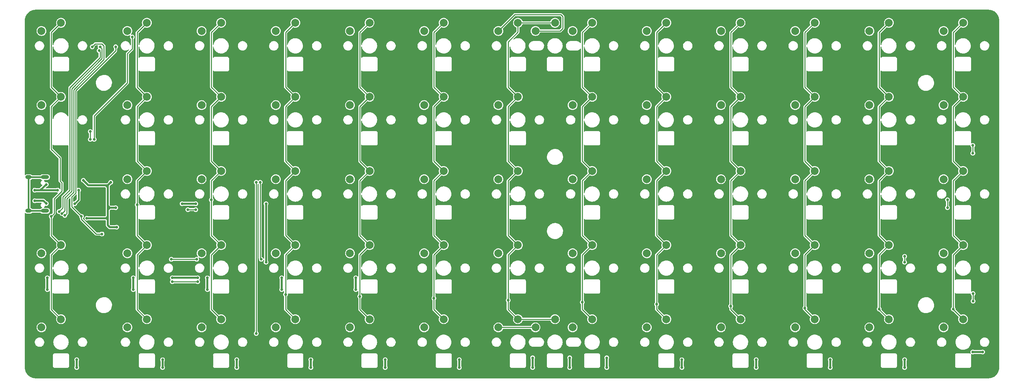
<source format=gbr>
%TF.GenerationSoftware,KiCad,Pcbnew,6.0.11-2627ca5db0~126~ubuntu22.04.1*%
%TF.CreationDate,2023-02-13T08:28:21-04:00*%
%TF.ProjectId,Topo_v0,546f706f-5f76-4302-9e6b-696361645f70,v0*%
%TF.SameCoordinates,Original*%
%TF.FileFunction,Copper,L2,Bot*%
%TF.FilePolarity,Positive*%
%FSLAX46Y46*%
G04 Gerber Fmt 4.6, Leading zero omitted, Abs format (unit mm)*
G04 Created by KiCad (PCBNEW 6.0.11-2627ca5db0~126~ubuntu22.04.1) date 2023-02-13 08:28:21*
%MOMM*%
%LPD*%
G01*
G04 APERTURE LIST*
%TA.AperFunction,ComponentPad*%
%ADD10O,2.100000X1.000000*%
%TD*%
%TA.AperFunction,ComponentPad*%
%ADD11O,1.600000X1.000000*%
%TD*%
%TA.AperFunction,ComponentPad*%
%ADD12C,2.000000*%
%TD*%
%TA.AperFunction,ViaPad*%
%ADD13C,0.700000*%
%TD*%
%TA.AperFunction,Conductor*%
%ADD14C,0.400000*%
%TD*%
%TA.AperFunction,Conductor*%
%ADD15C,0.250000*%
%TD*%
%TA.AperFunction,Conductor*%
%ADD16C,0.500000*%
%TD*%
G04 APERTURE END LIST*
D10*
%TO.P,P1,S1,SHIELD*%
%TO.N,Earth*%
X25880000Y-72320000D03*
X25880000Y-63680000D03*
D11*
X21700000Y-72320000D03*
X21700000Y-63680000D03*
%TD*%
D12*
%TO.P,SW52,1,1*%
%TO.N,Net-(D51-Pad2)*%
X256000000Y-45200000D03*
%TO.P,SW52,2,2*%
%TO.N,/COL.C*%
X261000000Y-43100000D03*
%TD*%
%TO.P,SW42,1,1*%
%TO.N,Net-(D41-Pad2)*%
X66000000Y-45200000D03*
%TO.P,SW42,2,2*%
%TO.N,/COL.2*%
X71000000Y-43100000D03*
%TD*%
%TO.P,SW41,1,1*%
%TO.N,Net-(D40-Pad2)*%
X47000000Y-45200000D03*
%TO.P,SW41,2,2*%
%TO.N,/COL.1*%
X52000000Y-43100000D03*
%TD*%
%TO.P,SW43,1,1*%
%TO.N,Net-(D42-Pad2)*%
X85000000Y-45200000D03*
%TO.P,SW43,2,2*%
%TO.N,/COL.3*%
X90000000Y-43100000D03*
%TD*%
%TO.P,SW12,1,1*%
%TO.N,Net-(D11-Pad2)*%
X218000000Y-102200000D03*
%TO.P,SW12,2,2*%
%TO.N,/COL.A*%
X223000000Y-100100000D03*
%TD*%
%TO.P,SW4,1,1*%
%TO.N,Net-(D2-Pad2)*%
X47000000Y-102200000D03*
%TO.P,SW4,2,2*%
%TO.N,/COL.1*%
X52000000Y-100100000D03*
%TD*%
%TO.P,SW7,1,1*%
%TO.N,Net-(D5-Pad2)*%
X104000000Y-102200000D03*
%TO.P,SW7,2,2*%
%TO.N,/COL.4*%
X109000000Y-100100000D03*
%TD*%
%TO.P,SW57,1,1*%
%TO.N,Net-(D56-Pad2)*%
X104000000Y-26200000D03*
%TO.P,SW57,2,2*%
%TO.N,/COL.4*%
X109000000Y-24100000D03*
%TD*%
%TO.P,SW53,1,1*%
%TO.N,Net-(D52-Pad2)*%
X25000000Y-26200000D03*
%TO.P,SW53,2,2*%
%TO.N,/COL.0*%
X30000000Y-24100000D03*
%TD*%
%TO.P,SW31,1,1*%
%TO.N,Net-(D30-Pad2)*%
X104000000Y-64200000D03*
%TO.P,SW31,2,2*%
%TO.N,/COL.4*%
X109000000Y-62100000D03*
%TD*%
%TO.P,SW55,1,1*%
%TO.N,Net-(D54-Pad2)*%
X66000000Y-26200000D03*
%TO.P,SW55,2,2*%
%TO.N,/COL.2*%
X71000000Y-24100000D03*
%TD*%
%TO.P,SW25,1,1*%
%TO.N,Net-(D24-Pad2)*%
X218000000Y-83200000D03*
%TO.P,SW25,2,2*%
%TO.N,/COL.A*%
X223000000Y-81100000D03*
%TD*%
%TO.P,SW32,1,1*%
%TO.N,Net-(D31-Pad2)*%
X123000000Y-64200000D03*
%TO.P,SW32,2,2*%
%TO.N,/COL.5*%
X128000000Y-62100000D03*
%TD*%
%TO.P,SW49,1,1*%
%TO.N,Net-(D48-Pad2)*%
X199000000Y-45200000D03*
%TO.P,SW49,2,2*%
%TO.N,/COL.9*%
X204000000Y-43100000D03*
%TD*%
%TO.P,SW15,1,1*%
%TO.N,Net-(D14-Pad2)*%
X25000000Y-83200000D03*
%TO.P,SW15,2,2*%
%TO.N,/COL.0*%
X30000000Y-81100000D03*
%TD*%
%TO.P,SW28,1,1*%
%TO.N,Net-(D27-Pad2)*%
X47000000Y-64200000D03*
%TO.P,SW28,2,2*%
%TO.N,/COL.1*%
X52000000Y-62100000D03*
%TD*%
%TO.P,SW16,1,1*%
%TO.N,Net-(D15-Pad2)*%
X47000000Y-83200000D03*
%TO.P,SW16,2,2*%
%TO.N,/COL.1*%
X52000000Y-81100000D03*
%TD*%
%TO.P,SW30,1,1*%
%TO.N,Net-(D29-Pad2)*%
X85000000Y-64200000D03*
%TO.P,SW30,2,2*%
%TO.N,/COL.3*%
X90000000Y-62100000D03*
%TD*%
%TO.P,SW56,1,1*%
%TO.N,Net-(D55-Pad2)*%
X85000000Y-26200000D03*
%TO.P,SW56,2,2*%
%TO.N,/COL.3*%
X90000000Y-24100000D03*
%TD*%
%TO.P,SW35,1,1*%
%TO.N,Net-(D34-Pad2)*%
X180000000Y-64200000D03*
%TO.P,SW35,2,2*%
%TO.N,/COL.8*%
X185000000Y-62100000D03*
%TD*%
%TO.P,SW47,1,1*%
%TO.N,Net-(D46-Pad2)*%
X161000000Y-45200000D03*
%TO.P,SW47,2,2*%
%TO.N,/COL.7*%
X166000000Y-43100000D03*
%TD*%
%TO.P,SW39,1,1*%
%TO.N,Net-(D38-Pad2)*%
X256000000Y-64200000D03*
%TO.P,SW39,2,2*%
%TO.N,/COL.C*%
X261000000Y-62100000D03*
%TD*%
%TO.P,SW13,1,1*%
%TO.N,Net-(D12-Pad2)*%
X237000000Y-102200000D03*
%TO.P,SW13,2,2*%
%TO.N,/COL.B*%
X242000000Y-100100000D03*
%TD*%
%TO.P,SW63,1,1*%
%TO.N,Net-(D63-Pad2)*%
X237000000Y-26200000D03*
%TO.P,SW63,2,2*%
%TO.N,/COL.B*%
X242000000Y-24100000D03*
%TD*%
%TO.P,SW23,1,1*%
%TO.N,Net-(D22-Pad2)*%
X180000000Y-83200000D03*
%TO.P,SW23,2,2*%
%TO.N,/COL.8*%
X185000000Y-81100000D03*
%TD*%
%TO.P,SW5,1,1*%
%TO.N,Net-(D3-Pad2)*%
X66000000Y-102200000D03*
%TO.P,SW5,2,2*%
%TO.N,/COL.2*%
X71000000Y-100100000D03*
%TD*%
%TO.P,SW48,1,1*%
%TO.N,Net-(D47-Pad2)*%
X180000000Y-45200000D03*
%TO.P,SW48,2,2*%
%TO.N,/COL.8*%
X185000000Y-43100000D03*
%TD*%
%TO.P,SW21,1,1*%
%TO.N,Net-(D20-Pad2)*%
X142000000Y-83200000D03*
%TO.P,SW21,2,2*%
%TO.N,/COL.6*%
X147000000Y-81100000D03*
%TD*%
%TO.P,SW17,1,1*%
%TO.N,Net-(D16-Pad2)*%
X66000000Y-83200000D03*
%TO.P,SW17,2,2*%
%TO.N,/COL.2*%
X71000000Y-81100000D03*
%TD*%
%TO.P,SW38,1,1*%
%TO.N,Net-(D37-Pad2)*%
X237000000Y-64200000D03*
%TO.P,SW38,2,2*%
%TO.N,/COL.B*%
X242000000Y-62100000D03*
%TD*%
%TO.P,SW60,1,1*%
%TO.N,Net-(D60-Pad2)*%
X180000000Y-26200000D03*
%TO.P,SW60,2,2*%
%TO.N,/COL.8*%
X185000000Y-24100000D03*
%TD*%
%TO.P,SW6,1,1*%
%TO.N,Net-(D4-Pad2)*%
X85000000Y-102200000D03*
%TO.P,SW6,2,2*%
%TO.N,/COL.3*%
X90000000Y-100100000D03*
%TD*%
%TO.P,SW40,1,1*%
%TO.N,Net-(D39-Pad2)*%
X25000000Y-45200000D03*
%TO.P,SW40,2,2*%
%TO.N,/COL.0*%
X30000000Y-43100000D03*
%TD*%
%TO.P,SW8,1,1*%
%TO.N,Net-(D6-Pad2)*%
X123000000Y-102200000D03*
%TO.P,SW8,2,2*%
%TO.N,/COL.5*%
X128000000Y-100100000D03*
%TD*%
%TO.P,SW14,1,1*%
%TO.N,Net-(D13-Pad2)*%
X256000000Y-102200000D03*
%TO.P,SW14,2,2*%
%TO.N,/COL.C*%
X261000000Y-100100000D03*
%TD*%
%TO.P,SW44,1,1*%
%TO.N,Net-(D43-Pad2)*%
X104000000Y-45200000D03*
%TO.P,SW44,2,2*%
%TO.N,/COL.4*%
X109000000Y-43100000D03*
%TD*%
%TO.P,SW24,1,1*%
%TO.N,Net-(D23-Pad2)*%
X199000000Y-83200000D03*
%TO.P,SW24,2,2*%
%TO.N,/COL.9*%
X204000000Y-81100000D03*
%TD*%
%TO.P,SW54,1,1*%
%TO.N,Net-(D53-Pad2)*%
X47000000Y-26200000D03*
%TO.P,SW54,2,2*%
%TO.N,/COL.1*%
X52000000Y-24100000D03*
%TD*%
%TO.P,SW59,1,C*%
%TO.N,Net-(D58-Pad2)*%
X142000000Y-26200000D03*
X151500000Y-26200000D03*
%TO.P,SW59,2,D*%
%TO.N,/COL.6*%
X147000000Y-24100000D03*
X156500000Y-24100000D03*
%TO.P,SW59,3,C*%
%TO.N,Net-(D59-Pad2)*%
X161000000Y-26200000D03*
%TO.P,SW59,4,D*%
%TO.N,/COL.7*%
X166000000Y-24100000D03*
%TD*%
%TO.P,SW50,1,1*%
%TO.N,Net-(D49-Pad2)*%
X218000000Y-45200000D03*
%TO.P,SW50,2,2*%
%TO.N,/COL.A*%
X223000000Y-43100000D03*
%TD*%
%TO.P,SW37,1,1*%
%TO.N,Net-(D36-Pad2)*%
X218000000Y-64200000D03*
%TO.P,SW37,2,2*%
%TO.N,/COL.A*%
X223000000Y-62100000D03*
%TD*%
%TO.P,SW34,1,1*%
%TO.N,Net-(D33-Pad2)*%
X161000000Y-64200000D03*
%TO.P,SW34,2,2*%
%TO.N,/COL.7*%
X166000000Y-62100000D03*
%TD*%
%TO.P,SW10,1,1*%
%TO.N,Net-(D9-Pad2)*%
X180000000Y-102200000D03*
%TO.P,SW10,2,2*%
%TO.N,/COL.8*%
X185000000Y-100100000D03*
%TD*%
%TO.P,SW9,1,C*%
%TO.N,Net-(D7-Pad2)*%
X142000000Y-102200000D03*
X151500000Y-102200000D03*
%TO.P,SW9,2,D*%
%TO.N,/COL.6*%
X156500000Y-100100000D03*
X147000000Y-100100000D03*
%TO.P,SW9,3,C*%
%TO.N,Net-(D8-Pad2)*%
X161000000Y-102200000D03*
%TO.P,SW9,4,D*%
%TO.N,/COL.7*%
X166000000Y-100100000D03*
%TD*%
%TO.P,SW22,1,1*%
%TO.N,Net-(D21-Pad2)*%
X161000000Y-83200000D03*
%TO.P,SW22,2,2*%
%TO.N,/COL.7*%
X166000000Y-81100000D03*
%TD*%
%TO.P,SW64,1,1*%
%TO.N,Net-(D64-Pad2)*%
X256000000Y-26200000D03*
%TO.P,SW64,2,2*%
%TO.N,/COL.C*%
X261000000Y-24100000D03*
%TD*%
%TO.P,SW19,1,1*%
%TO.N,Net-(D18-Pad2)*%
X104000000Y-83200000D03*
%TO.P,SW19,2,2*%
%TO.N,/COL.4*%
X109000000Y-81100000D03*
%TD*%
%TO.P,SW46,1,1*%
%TO.N,Net-(D45-Pad2)*%
X142000000Y-45200000D03*
%TO.P,SW46,2,2*%
%TO.N,/COL.6*%
X147000000Y-43100000D03*
%TD*%
%TO.P,SW26,1,1*%
%TO.N,Net-(D25-Pad2)*%
X237000000Y-83200000D03*
%TO.P,SW26,2,2*%
%TO.N,/COL.B*%
X242000000Y-81100000D03*
%TD*%
%TO.P,SW58,1,1*%
%TO.N,Net-(D57-Pad2)*%
X123000000Y-26200000D03*
%TO.P,SW58,2,2*%
%TO.N,/COL.5*%
X128000000Y-24100000D03*
%TD*%
%TO.P,SW33,1,1*%
%TO.N,Net-(D32-Pad2)*%
X142000000Y-64200000D03*
%TO.P,SW33,2,2*%
%TO.N,/COL.6*%
X147000000Y-62100000D03*
%TD*%
%TO.P,SW20,1,1*%
%TO.N,Net-(D19-Pad2)*%
X123000000Y-83200000D03*
%TO.P,SW20,2,2*%
%TO.N,/COL.5*%
X128000000Y-81100000D03*
%TD*%
%TO.P,SW45,1,1*%
%TO.N,Net-(D44-Pad2)*%
X123000000Y-45200000D03*
%TO.P,SW45,2,2*%
%TO.N,/COL.5*%
X128000000Y-43100000D03*
%TD*%
%TO.P,SW61,1,1*%
%TO.N,Net-(D61-Pad2)*%
X199000000Y-26200000D03*
%TO.P,SW61,2,2*%
%TO.N,/COL.9*%
X204000000Y-24100000D03*
%TD*%
%TO.P,SW11,1,1*%
%TO.N,Net-(D10-Pad2)*%
X199000000Y-102200000D03*
%TO.P,SW11,2,2*%
%TO.N,/COL.9*%
X204000000Y-100100000D03*
%TD*%
%TO.P,SW36,1,1*%
%TO.N,Net-(D35-Pad2)*%
X199000000Y-64200000D03*
%TO.P,SW36,2,2*%
%TO.N,/COL.9*%
X204000000Y-62100000D03*
%TD*%
%TO.P,SW29,1,1*%
%TO.N,Net-(D28-Pad2)*%
X66000000Y-64200000D03*
%TO.P,SW29,2,2*%
%TO.N,/COL.2*%
X71000000Y-62100000D03*
%TD*%
%TO.P,SW18,1,1*%
%TO.N,Net-(D17-Pad2)*%
X85000000Y-83200000D03*
%TO.P,SW18,2,2*%
%TO.N,/COL.3*%
X90000000Y-81100000D03*
%TD*%
%TO.P,SW27,1,1*%
%TO.N,Net-(D26-Pad2)*%
X256000000Y-83200000D03*
%TO.P,SW27,2,2*%
%TO.N,/COL.C*%
X261000000Y-81100000D03*
%TD*%
%TO.P,SW62,1,1*%
%TO.N,Net-(D62-Pad2)*%
X218000000Y-26200000D03*
%TO.P,SW62,2,2*%
%TO.N,/COL.A*%
X223000000Y-24100000D03*
%TD*%
%TO.P,SW51,1,1*%
%TO.N,Net-(D50-Pad2)*%
X237000000Y-45200000D03*
%TO.P,SW51,2,2*%
%TO.N,/COL.B*%
X242000000Y-43100000D03*
%TD*%
%TO.P,SW3,1,1*%
%TO.N,Net-(D1-Pad2)*%
X25000000Y-102200000D03*
%TO.P,SW3,2,2*%
%TO.N,/COL.0*%
X30000000Y-100100000D03*
%TD*%
D13*
%TO.N,GND*%
X244500000Y-90000000D03*
X58000000Y-34000000D03*
X151000000Y-53000000D03*
X162000000Y-33500000D03*
X77000000Y-34000000D03*
X74000000Y-64000000D03*
X42250000Y-54000000D03*
X75000000Y-53000000D03*
X217000000Y-92500000D03*
X238000000Y-111500000D03*
X152750000Y-35500000D03*
X25500000Y-59500000D03*
X137500000Y-39500000D03*
X196000000Y-24000000D03*
X67000000Y-35500000D03*
X131000000Y-30000000D03*
X30500000Y-64250000D03*
X56000000Y-53000000D03*
X105000000Y-35500000D03*
X208000000Y-91000000D03*
X82000000Y-24000000D03*
X75000000Y-91000000D03*
X118500000Y-58500000D03*
X63500000Y-68000000D03*
X43000000Y-62000000D03*
X200000000Y-35500000D03*
X174500000Y-30000000D03*
X232500000Y-39500000D03*
X236000000Y-92500000D03*
X210000000Y-72000000D03*
X122000000Y-92500000D03*
X79000000Y-24000000D03*
X86500000Y-87000000D03*
X137500000Y-77500000D03*
X26000000Y-56500000D03*
X250000000Y-24000000D03*
X43000000Y-60500000D03*
X213500000Y-77500000D03*
X44500000Y-60500000D03*
X29250000Y-65250000D03*
X41000000Y-55750000D03*
X219000000Y-73500000D03*
X154000000Y-29000000D03*
X42250000Y-52000000D03*
X264000000Y-30000000D03*
X117000000Y-24000000D03*
X191000000Y-34000000D03*
X169000000Y-30000000D03*
X98000000Y-24000000D03*
X93000000Y-87000000D03*
X160000000Y-54500000D03*
X194500000Y-39500000D03*
X36500000Y-62750000D03*
X74000000Y-87000000D03*
X143250000Y-111500000D03*
X137500000Y-58500000D03*
X268000000Y-77500000D03*
X255000000Y-92500000D03*
X29000000Y-64500000D03*
X44500000Y-62000000D03*
X23500000Y-92500000D03*
X45500000Y-31500000D03*
X160000000Y-92500000D03*
X97000000Y-110500000D03*
X79000000Y-87000000D03*
X39750000Y-52000000D03*
X212000000Y-24000000D03*
X39750000Y-54000000D03*
X263500000Y-105500000D03*
X48000000Y-35500000D03*
X105000000Y-73500000D03*
X96000000Y-34000000D03*
X232500000Y-77500000D03*
X118500000Y-39500000D03*
X33250000Y-76500000D03*
X265000000Y-91000000D03*
X94000000Y-91000000D03*
X175500000Y-58500000D03*
X132000000Y-53000000D03*
X115000000Y-34000000D03*
X219000000Y-35500000D03*
X78000000Y-110500000D03*
X60000000Y-24000000D03*
X77000000Y-72000000D03*
X232000000Y-30000000D03*
X268000000Y-96500000D03*
X229000000Y-34000000D03*
X211000000Y-110500000D03*
X55000000Y-87000000D03*
X152750000Y-111500000D03*
X226000000Y-68000000D03*
X35750000Y-62000000D03*
X194500000Y-77500000D03*
X112000000Y-68000000D03*
X162250000Y-111500000D03*
X36000000Y-34000000D03*
X179000000Y-54500000D03*
X105000000Y-111500000D03*
X75500000Y-64000000D03*
X213500000Y-58500000D03*
X208000000Y-53000000D03*
X22500000Y-88500000D03*
X103000000Y-54500000D03*
X113000000Y-91000000D03*
X74000000Y-68000000D03*
X232500000Y-58500000D03*
X28250000Y-60500000D03*
X198000000Y-92500000D03*
X200000000Y-111500000D03*
X138500000Y-30000000D03*
X137000000Y-113000000D03*
X46000000Y-54500000D03*
X22500000Y-33500000D03*
X42250000Y-55250000D03*
X41000000Y-24000000D03*
X266500000Y-58500000D03*
X193000000Y-24000000D03*
X181000000Y-35500000D03*
X39000000Y-87000000D03*
X134000000Y-34000000D03*
X162250000Y-35500000D03*
X238000000Y-73500000D03*
X55000000Y-30000000D03*
X113000000Y-53000000D03*
X74000000Y-62500000D03*
X234000000Y-24000000D03*
X152500000Y-33500000D03*
X268000000Y-58500000D03*
X63000000Y-24000000D03*
X99500000Y-58500000D03*
X213500000Y-39500000D03*
X67500000Y-68000000D03*
X56000000Y-91000000D03*
X43000000Y-66000000D03*
X39250000Y-69250000D03*
X251500000Y-58500000D03*
X176000000Y-30000000D03*
X28250000Y-61500000D03*
X172000000Y-72000000D03*
X118500000Y-77500000D03*
X137000000Y-30000000D03*
X37750000Y-79750000D03*
X141000000Y-92500000D03*
X198000000Y-54500000D03*
X34500000Y-53000000D03*
X175500000Y-39500000D03*
X200000000Y-73500000D03*
X83500000Y-92500000D03*
X192000000Y-110500000D03*
X170000000Y-91000000D03*
X99500000Y-77500000D03*
X33000000Y-30000000D03*
X67000000Y-111500000D03*
X132000000Y-91000000D03*
X245000000Y-30000000D03*
X255000000Y-54500000D03*
X43000000Y-73000000D03*
X58000000Y-72000000D03*
X96000000Y-72000000D03*
X30500000Y-59000000D03*
X120000000Y-24000000D03*
X249000000Y-110500000D03*
X29750000Y-71000000D03*
X122000000Y-54500000D03*
X93000000Y-68000000D03*
X48000000Y-111500000D03*
X188000000Y-68000000D03*
X39750000Y-55250000D03*
X45500000Y-92500000D03*
X257000000Y-75500000D03*
X99500000Y-39500000D03*
X207000000Y-68000000D03*
X41000000Y-51500000D03*
X266500000Y-77500000D03*
X86000000Y-111500000D03*
X162000000Y-73500000D03*
X84000000Y-54500000D03*
X188000000Y-30000000D03*
X153000000Y-72000000D03*
X215000000Y-24000000D03*
X25500000Y-60500000D03*
X28250000Y-59500000D03*
X29750000Y-70000000D03*
X230000000Y-110500000D03*
X124000000Y-111500000D03*
X160250000Y-107750000D03*
X233000000Y-30000000D03*
X135000000Y-110500000D03*
X194500000Y-58500000D03*
X264000000Y-68000000D03*
X217000000Y-54500000D03*
X138500000Y-113000000D03*
X175500000Y-77500000D03*
X22500000Y-31500000D03*
X245000000Y-68000000D03*
X101000000Y-24000000D03*
X116000000Y-110500000D03*
X231000000Y-24000000D03*
X257000000Y-111500000D03*
X36750000Y-79750000D03*
X179000000Y-92500000D03*
X177000000Y-24000000D03*
X151000000Y-91000000D03*
X207000000Y-30000000D03*
X67000000Y-73500000D03*
X189000000Y-53000000D03*
X26000000Y-35500000D03*
X169750000Y-107750000D03*
X236000000Y-54500000D03*
X115000000Y-72000000D03*
X37250000Y-62000000D03*
X74000000Y-30000000D03*
X61500000Y-39500000D03*
X181000000Y-111500000D03*
X229000000Y-72000000D03*
X22500000Y-90500000D03*
X94000000Y-53000000D03*
X210000000Y-34000000D03*
X102500000Y-92500000D03*
X42000000Y-31500000D03*
X41500000Y-64750000D03*
X43000000Y-87000000D03*
X34500000Y-65500000D03*
X267000000Y-34000000D03*
X227000000Y-53000000D03*
X55000000Y-68000000D03*
X33500000Y-69000000D03*
X48000000Y-72750000D03*
X33750000Y-74750000D03*
X143250000Y-35500000D03*
X75500000Y-62500000D03*
X238500000Y-30000000D03*
X86000000Y-35500000D03*
X219000000Y-111500000D03*
X159000000Y-29000000D03*
X191000000Y-72000000D03*
X174000000Y-24000000D03*
X251500000Y-77500000D03*
X141000000Y-54500000D03*
X227000000Y-91000000D03*
X26000000Y-111500000D03*
X265000000Y-53000000D03*
X238000000Y-35500000D03*
X171500000Y-33500000D03*
X143500000Y-30000000D03*
X59000000Y-110500000D03*
X266500000Y-96500000D03*
X124000000Y-73500000D03*
X86000000Y-73500000D03*
X246000000Y-53000000D03*
X232500000Y-96500000D03*
X248000000Y-34000000D03*
X248000000Y-72000000D03*
X150000000Y-68000000D03*
X80500000Y-39500000D03*
X143000000Y-73500000D03*
X131000000Y-68000000D03*
X253000000Y-24000000D03*
X93000000Y-30000000D03*
X40500000Y-76600000D03*
X65000000Y-54500000D03*
X139000000Y-24000000D03*
X112000000Y-30000000D03*
X31500000Y-59000000D03*
X37000000Y-110500000D03*
X136000000Y-24000000D03*
X124000000Y-35500000D03*
X213500000Y-96500000D03*
X150750000Y-107750000D03*
X25500000Y-61500000D03*
X65000000Y-91500000D03*
X170000000Y-53000000D03*
X169000000Y-68000000D03*
X34000000Y-91000000D03*
X134000000Y-72000000D03*
X156500000Y-39500000D03*
X257000000Y-35500000D03*
X226000000Y-30000000D03*
X189000000Y-91000000D03*
X181000000Y-73500000D03*
%TO.N,/~{RST}*%
X35250000Y-73750000D03*
X44000000Y-30250000D03*
X40500000Y-78250000D03*
%TO.N,VBUS*%
X169750000Y-112500000D03*
X26200000Y-65550000D03*
X26500000Y-92500000D03*
X208000000Y-112500000D03*
X67500000Y-89500000D03*
X189000000Y-110500000D03*
X169750000Y-110000000D03*
X227000000Y-112500000D03*
X208000000Y-110500000D03*
X56000000Y-112500000D03*
X86500000Y-92500000D03*
X150750000Y-112500000D03*
X23250000Y-67000000D03*
X82500000Y-70500000D03*
X160250000Y-110000000D03*
X105500000Y-89500000D03*
X132000000Y-112500000D03*
X94000000Y-110500000D03*
X132000000Y-110500000D03*
X61000000Y-70500000D03*
X113000000Y-110500000D03*
X82500000Y-85500000D03*
X86500000Y-89500000D03*
X48500000Y-89500000D03*
X75000000Y-112500000D03*
X64500000Y-70500000D03*
X26200000Y-70450000D03*
X34000000Y-110500000D03*
X75000000Y-110500000D03*
X246000000Y-112500000D03*
X266000000Y-108500000D03*
X94000000Y-112500000D03*
X56000000Y-110500000D03*
X34000000Y-112500000D03*
X29150000Y-67000000D03*
X67500000Y-92500000D03*
X160250000Y-112500000D03*
X189000000Y-112500000D03*
X113000000Y-112500000D03*
X150750000Y-110000000D03*
X23250000Y-69750000D03*
X227000000Y-110500000D03*
X246000000Y-110500000D03*
X34500000Y-67000000D03*
X58500000Y-89500000D03*
X65000000Y-89500000D03*
X263500000Y-108500000D03*
X48500000Y-92500000D03*
X33500000Y-70500000D03*
X26500000Y-89500000D03*
X105500000Y-92500000D03*
%TO.N,/SCK*%
X29500000Y-72500000D03*
X39750000Y-31250000D03*
%TO.N,/MOSI*%
X30250000Y-73000000D03*
X40000000Y-30250000D03*
%TO.N,/MISO*%
X31000000Y-73500000D03*
X38000000Y-30250000D03*
%TO.N,+5V*%
X44000000Y-71500000D03*
X35750000Y-64500000D03*
X36600000Y-74200000D03*
X44250000Y-76500000D03*
X42750000Y-65000000D03*
%TO.N,Net-(D80-Pad4)*%
X65000000Y-90500000D03*
X58500000Y-90500000D03*
%TO.N,Net-(D92-Pad2)*%
X64500000Y-72000000D03*
X62500000Y-72000000D03*
%TO.N,/ROW.0*%
X80000000Y-103750000D03*
X80000000Y-65000000D03*
%TO.N,/ROW.1*%
X64750000Y-84750000D03*
X58250000Y-84750000D03*
X81250000Y-84750000D03*
X81000000Y-65000000D03*
%TO.N,/ROW.3*%
X37500000Y-54000000D03*
X37500000Y-52000000D03*
%TO.N,/ROW.4*%
X48250000Y-27750000D03*
X38500000Y-54000000D03*
%TO.N,/COL.0*%
X27500000Y-73750000D03*
%TO.N,/COL.1*%
X49500000Y-70750000D03*
%TO.N,/COL.2*%
X68500000Y-69500000D03*
%TO.N,/COL.3*%
X87500000Y-93750000D03*
%TO.N,/COL.4*%
X106500000Y-94250000D03*
%TO.N,/COL.5*%
X125500000Y-94750000D03*
%TO.N,/COL.6*%
X144500000Y-95250000D03*
%TO.N,/COL.8*%
X182500000Y-96250000D03*
%TO.N,/COL.9*%
X201500000Y-96750000D03*
%TO.N,/COL.A*%
X220500000Y-97250000D03*
%TO.N,/COL.B*%
X239500000Y-97500000D03*
%TO.N,/COL.C*%
X258500000Y-97500000D03*
%TO.N,/COL.7*%
X163500000Y-95750000D03*
%TO.N,Net-(D78-Pad2)*%
X263550000Y-95450000D03*
X263550000Y-93550000D03*
%TO.N,Net-(D102-Pad2)*%
X246000000Y-85500000D03*
X246000000Y-84000000D03*
%TO.N,Net-(D103-Pad2)*%
X263500000Y-55550000D03*
X257000000Y-71500000D03*
X263500000Y-57550000D03*
X257000000Y-69500000D03*
%TD*%
D14*
%TO.N,Earth*%
X25880000Y-63680000D02*
X21700000Y-63680000D01*
X21700000Y-63680000D02*
X21700000Y-72320000D01*
X21700000Y-72320000D02*
X25880000Y-72320000D01*
D15*
%TO.N,/~{RST}*%
X33750000Y-41500000D02*
X44000000Y-31250000D01*
X44000000Y-31250000D02*
X44000000Y-30250000D01*
X33750000Y-67750000D02*
X33750000Y-41500000D01*
X35250000Y-73750000D02*
X32750000Y-71250000D01*
X35250000Y-74500000D02*
X35250000Y-73750000D01*
X32750000Y-68750000D02*
X33750000Y-67750000D01*
X39000000Y-78250000D02*
X35250000Y-74500000D01*
X32750000Y-71250000D02*
X32750000Y-68750000D01*
X40500000Y-78250000D02*
X39000000Y-78250000D01*
%TO.N,Net-(D7-Pad2)*%
X142000000Y-102200000D02*
X151500000Y-102200000D01*
D14*
%TO.N,VBUS*%
X34500000Y-67000000D02*
X34500000Y-69500000D01*
D16*
X67500000Y-92500000D02*
X67500000Y-89500000D01*
X246000000Y-112500000D02*
X246000000Y-110500000D01*
X82500000Y-85500000D02*
X82500000Y-70500000D01*
X189000000Y-112500000D02*
X189000000Y-110500000D01*
X23250000Y-69750000D02*
X25500000Y-69750000D01*
X169750000Y-110000000D02*
X169750000Y-112500000D01*
X227000000Y-112500000D02*
X227000000Y-110500000D01*
X132000000Y-112500000D02*
X132000000Y-110500000D01*
X29150000Y-67000000D02*
X23250000Y-67000000D01*
X48500000Y-92500000D02*
X48500000Y-89500000D01*
X34000000Y-112500000D02*
X34000000Y-110500000D01*
D14*
X34500000Y-69500000D02*
X33500000Y-70500000D01*
D16*
X23250000Y-67000000D02*
X24750000Y-67000000D01*
X94000000Y-112500000D02*
X94000000Y-110500000D01*
X56000000Y-112500000D02*
X56000000Y-110500000D01*
X263500000Y-108500000D02*
X266000000Y-108500000D01*
X86500000Y-89500000D02*
X86500000Y-92500000D01*
X58500000Y-89500000D02*
X65000000Y-89500000D01*
X26500000Y-89500000D02*
X26500000Y-92500000D01*
X208000000Y-112500000D02*
X208000000Y-110500000D01*
X24750000Y-67000000D02*
X26200000Y-65550000D01*
X160250000Y-110000000D02*
X160250000Y-112500000D01*
X150750000Y-112500000D02*
X150750000Y-110000000D01*
X105500000Y-89500000D02*
X105500000Y-92500000D01*
X75000000Y-112500000D02*
X75000000Y-110500000D01*
X64500000Y-70500000D02*
X61000000Y-70500000D01*
X113000000Y-112500000D02*
X113000000Y-110500000D01*
X25500000Y-69750000D02*
X26200000Y-70450000D01*
D15*
%TO.N,/SCK*%
X40000000Y-31500000D02*
X39750000Y-31250000D01*
X32250000Y-40750000D02*
X40000000Y-33000000D01*
X30500000Y-71500000D02*
X30500000Y-68750000D01*
X30500000Y-68750000D02*
X32250000Y-67000000D01*
X29500000Y-72500000D02*
X30500000Y-71500000D01*
X32250000Y-67000000D02*
X32250000Y-40750000D01*
X40000000Y-33000000D02*
X40000000Y-31500000D01*
%TO.N,/MOSI*%
X40500000Y-33250000D02*
X40500000Y-30750000D01*
X40500000Y-30750000D02*
X40000000Y-30250000D01*
X31000000Y-69000000D02*
X32750000Y-67250000D01*
X31000000Y-72250000D02*
X31000000Y-69000000D01*
X30250000Y-73000000D02*
X31000000Y-72250000D01*
X32750000Y-67250000D02*
X32750000Y-41000000D01*
X32750000Y-41000000D02*
X40500000Y-33250000D01*
%TO.N,/MISO*%
X33250000Y-41250000D02*
X41000000Y-33500000D01*
X31000000Y-73500000D02*
X31500000Y-73000000D01*
X33250000Y-67500000D02*
X33250000Y-41250000D01*
X40500000Y-29500000D02*
X38750000Y-29500000D01*
X31500000Y-73000000D02*
X31500000Y-69250000D01*
X38750000Y-29500000D02*
X38000000Y-30250000D01*
X31500000Y-69250000D02*
X33250000Y-67500000D01*
X41000000Y-33500000D02*
X41000000Y-30000000D01*
X41000000Y-30000000D02*
X40500000Y-29500000D01*
D16*
%TO.N,+5V*%
X42500000Y-71500000D02*
X42000000Y-72000000D01*
X42000000Y-72000000D02*
X42000000Y-73800000D01*
X41500000Y-65750000D02*
X42000000Y-65750000D01*
X42000000Y-76000000D02*
X42500000Y-76500000D01*
X42000000Y-74600000D02*
X42000000Y-73800000D01*
X42500000Y-71500000D02*
X42000000Y-71000000D01*
X41600000Y-74200000D02*
X36600000Y-74200000D01*
X37000000Y-65750000D02*
X41500000Y-65750000D01*
X42500000Y-76500000D02*
X44250000Y-76500000D01*
X42000000Y-71500000D02*
X42000000Y-72000000D01*
X42000000Y-66250000D02*
X41500000Y-65750000D01*
X42000000Y-74600000D02*
X42000000Y-76000000D01*
X42000000Y-71000000D02*
X42000000Y-71500000D01*
X42000000Y-71500000D02*
X42500000Y-71500000D01*
X42000000Y-73800000D02*
X41600000Y-74200000D01*
X35750000Y-64500000D02*
X37000000Y-65750000D01*
X42750000Y-65000000D02*
X42000000Y-65750000D01*
X42000000Y-66250000D02*
X42000000Y-71000000D01*
X42500000Y-71500000D02*
X44000000Y-71500000D01*
X42000000Y-65750000D02*
X42000000Y-66250000D01*
X41600000Y-74200000D02*
X42000000Y-74600000D01*
D15*
%TO.N,Net-(D58-Pad2)*%
X158500000Y-22500000D02*
X158500000Y-25500000D01*
X158500000Y-25500000D02*
X157800000Y-26200000D01*
X142000000Y-26200000D02*
X146200000Y-22000000D01*
X158000000Y-22000000D02*
X158500000Y-22500000D01*
X157800000Y-26200000D02*
X151500000Y-26200000D01*
X146200000Y-22000000D02*
X158000000Y-22000000D01*
%TO.N,Net-(D80-Pad4)*%
X58500000Y-90500000D02*
X65000000Y-90500000D01*
%TO.N,Net-(D92-Pad2)*%
X62500000Y-72000000D02*
X64500000Y-72000000D01*
%TO.N,/ROW.0*%
X80000000Y-65000000D02*
X80000000Y-103750000D01*
%TO.N,/ROW.1*%
X58250000Y-84750000D02*
X64750000Y-84750000D01*
X81000000Y-84500000D02*
X81250000Y-84750000D01*
X81000000Y-65000000D02*
X81000000Y-84500000D01*
%TO.N,/ROW.3*%
X37500000Y-52000000D02*
X37500000Y-54000000D01*
%TO.N,/ROW.4*%
X47000000Y-39500000D02*
X47000000Y-32000000D01*
X38500000Y-48000000D02*
X47000000Y-39500000D01*
X38500000Y-54000000D02*
X38500000Y-48000000D01*
X48250000Y-30750000D02*
X48250000Y-27750000D01*
X47000000Y-32000000D02*
X48250000Y-30750000D01*
%TO.N,/COL.0*%
X30000000Y-100100000D02*
X27500000Y-97600000D01*
X30250000Y-67250000D02*
X30250000Y-65150000D01*
X27500000Y-45600000D02*
X30000000Y-43100000D01*
X27500000Y-26600000D02*
X30000000Y-24100000D01*
X27500000Y-97600000D02*
X27500000Y-83600000D01*
X27500000Y-73750000D02*
X27500000Y-78600000D01*
X27500000Y-78600000D02*
X30000000Y-81100000D01*
X29750000Y-64650000D02*
X29750000Y-58750000D01*
X27500000Y-73750000D02*
X28250000Y-73000000D01*
X28250000Y-73000000D02*
X28250000Y-69250000D01*
X27500000Y-56500000D02*
X27500000Y-45600000D01*
X27500000Y-40600000D02*
X27500000Y-26600000D01*
X28250000Y-69250000D02*
X30250000Y-67250000D01*
X27500000Y-83600000D02*
X30000000Y-81100000D01*
X29750000Y-58750000D02*
X27500000Y-56500000D01*
X30250000Y-65150000D02*
X29750000Y-64650000D01*
X30000000Y-43100000D02*
X27500000Y-40600000D01*
%TO.N,/COL.1*%
X52000000Y-81100000D02*
X49500000Y-78600000D01*
X52000000Y-62100000D02*
X49500000Y-59600000D01*
X52000000Y-43100000D02*
X49500000Y-40600000D01*
X49500000Y-40600000D02*
X49500000Y-26600000D01*
X49500000Y-64600000D02*
X52000000Y-62100000D01*
X49500000Y-78600000D02*
X49500000Y-64600000D01*
X49500000Y-26600000D02*
X52000000Y-24100000D01*
X49500000Y-59600000D02*
X49500000Y-45600000D01*
X49500000Y-83600000D02*
X52000000Y-81100000D01*
X49500000Y-45600000D02*
X52000000Y-43100000D01*
X49500000Y-97600000D02*
X49500000Y-83600000D01*
X52000000Y-100100000D02*
X49500000Y-97600000D01*
%TO.N,/COL.2*%
X68500000Y-97600000D02*
X68500000Y-83600000D01*
X68500000Y-69500000D02*
X68500000Y-78600000D01*
X68500000Y-64600000D02*
X71000000Y-62100000D01*
X71000000Y-43100000D02*
X68500000Y-40600000D01*
X71000000Y-62100000D02*
X68500000Y-59600000D01*
X68500000Y-78600000D02*
X71000000Y-81100000D01*
X68500000Y-83600000D02*
X71000000Y-81100000D01*
X71000000Y-100100000D02*
X68500000Y-97600000D01*
X68500000Y-45600000D02*
X71000000Y-43100000D01*
X68500000Y-59600000D02*
X68500000Y-45600000D01*
X68500000Y-26600000D02*
X71000000Y-24100000D01*
X68500000Y-40600000D02*
X68500000Y-26600000D01*
X68500000Y-69500000D02*
X68500000Y-64600000D01*
%TO.N,/COL.3*%
X87500000Y-40600000D02*
X87500000Y-26600000D01*
X90000000Y-62100000D02*
X87500000Y-59600000D01*
X87500000Y-93750000D02*
X87500000Y-83600000D01*
X90000000Y-43100000D02*
X87500000Y-40600000D01*
X87500000Y-26600000D02*
X90000000Y-24100000D01*
X87500000Y-45600000D02*
X90000000Y-43100000D01*
X87500000Y-83600000D02*
X90000000Y-81100000D01*
X87500000Y-59600000D02*
X87500000Y-45600000D01*
X87500000Y-78600000D02*
X87500000Y-64600000D01*
X87500000Y-97600000D02*
X87500000Y-93750000D01*
X87500000Y-64600000D02*
X90000000Y-62100000D01*
X90000000Y-81100000D02*
X87500000Y-78600000D01*
X90000000Y-100100000D02*
X87500000Y-97600000D01*
%TO.N,/COL.4*%
X106500000Y-40600000D02*
X106500000Y-26600000D01*
X106500000Y-83600000D02*
X109000000Y-81100000D01*
X106500000Y-64600000D02*
X109000000Y-62100000D01*
X106500000Y-94250000D02*
X106500000Y-83600000D01*
X106500000Y-26600000D02*
X109000000Y-24100000D01*
X109000000Y-81100000D02*
X106500000Y-78600000D01*
X106500000Y-59600000D02*
X106500000Y-45600000D01*
X106500000Y-45600000D02*
X109000000Y-43100000D01*
X109000000Y-100100000D02*
X106500000Y-97600000D01*
X106500000Y-97600000D02*
X106500000Y-94250000D01*
X109000000Y-62100000D02*
X106500000Y-59600000D01*
X109000000Y-43100000D02*
X106500000Y-40600000D01*
X106500000Y-78600000D02*
X106500000Y-64600000D01*
%TO.N,/COL.5*%
X128000000Y-81100000D02*
X125500000Y-78600000D01*
X125500000Y-40600000D02*
X125500000Y-26600000D01*
X125500000Y-97600000D02*
X125500000Y-83600000D01*
X128000000Y-100100000D02*
X125500000Y-97600000D01*
X125500000Y-78600000D02*
X125500000Y-64600000D01*
X125500000Y-59600000D02*
X125500000Y-45600000D01*
X128000000Y-43100000D02*
X125500000Y-40600000D01*
X125500000Y-26600000D02*
X128000000Y-24100000D01*
X125500000Y-45600000D02*
X128000000Y-43100000D01*
X125500000Y-83600000D02*
X128000000Y-81100000D01*
X125500000Y-64600000D02*
X128000000Y-62100000D01*
X128000000Y-62100000D02*
X125500000Y-59600000D01*
%TO.N,/COL.6*%
X144500000Y-83600000D02*
X147000000Y-81100000D01*
X147000000Y-81100000D02*
X144500000Y-78600000D01*
X147000000Y-43100000D02*
X144500000Y-40600000D01*
X144500000Y-45600000D02*
X147000000Y-43100000D01*
X144500000Y-64600000D02*
X147000000Y-62100000D01*
X147000000Y-100100000D02*
X144500000Y-97600000D01*
X147000000Y-62100000D02*
X144500000Y-59600000D01*
X147000000Y-24100000D02*
X156500000Y-24100000D01*
X144500000Y-97600000D02*
X144500000Y-83600000D01*
X147000000Y-100100000D02*
X156500000Y-100100000D01*
X144500000Y-59600000D02*
X144500000Y-45600000D01*
X144500000Y-78600000D02*
X144500000Y-64600000D01*
X147000000Y-26500000D02*
X147000000Y-24100000D01*
X144500000Y-29000000D02*
X147000000Y-26500000D01*
X144500000Y-40600000D02*
X144500000Y-29000000D01*
%TO.N,/COL.8*%
X185000000Y-100100000D02*
X182500000Y-97600000D01*
X182500000Y-45600000D02*
X185000000Y-43100000D01*
X182500000Y-78600000D02*
X182500000Y-64600000D01*
X182500000Y-64600000D02*
X185000000Y-62100000D01*
X182500000Y-97600000D02*
X182500000Y-83600000D01*
X182500000Y-83600000D02*
X185000000Y-81100000D01*
X182500000Y-40600000D02*
X182500000Y-26600000D01*
X185000000Y-62100000D02*
X182500000Y-59600000D01*
X185000000Y-81100000D02*
X182500000Y-78600000D01*
X182500000Y-26600000D02*
X185000000Y-24100000D01*
X185000000Y-43100000D02*
X182500000Y-40600000D01*
X182500000Y-59600000D02*
X182500000Y-45600000D01*
%TO.N,/COL.9*%
X201500000Y-78600000D02*
X201500000Y-64600000D01*
X204000000Y-81100000D02*
X201500000Y-78600000D01*
X204000000Y-62100000D02*
X201500000Y-59600000D01*
X201500000Y-97600000D02*
X201500000Y-83600000D01*
X201500000Y-83600000D02*
X204000000Y-81100000D01*
X201500000Y-40600000D02*
X201500000Y-26600000D01*
X201500000Y-26600000D02*
X204000000Y-24100000D01*
X201500000Y-45600000D02*
X204000000Y-43100000D01*
X201500000Y-59600000D02*
X201500000Y-45600000D01*
X201500000Y-64600000D02*
X204000000Y-62100000D01*
X204000000Y-100100000D02*
X201500000Y-97600000D01*
X204000000Y-43100000D02*
X201500000Y-40600000D01*
%TO.N,/COL.A*%
X223000000Y-43100000D02*
X220500000Y-45600000D01*
X220500000Y-78600000D02*
X223000000Y-81100000D01*
X220500000Y-59600000D02*
X223000000Y-62100000D01*
X223000000Y-24100000D02*
X220500000Y-26600000D01*
X220500000Y-64600000D02*
X220500000Y-78600000D01*
X220500000Y-40600000D02*
X223000000Y-43100000D01*
X220500000Y-83600000D02*
X223000000Y-81100000D01*
X220500000Y-26600000D02*
X220500000Y-40600000D01*
X220500000Y-45600000D02*
X220500000Y-59600000D01*
X220500000Y-97600000D02*
X220500000Y-83600000D01*
X223000000Y-62100000D02*
X220500000Y-64600000D01*
X223000000Y-100100000D02*
X220500000Y-97600000D01*
%TO.N,/COL.B*%
X239500000Y-40600000D02*
X239500000Y-26600000D01*
X239500000Y-45600000D02*
X242000000Y-43100000D01*
X239500000Y-59600000D02*
X239500000Y-45600000D01*
X239500000Y-64600000D02*
X242000000Y-62100000D01*
X239500000Y-26600000D02*
X242000000Y-24100000D01*
X239500000Y-83600000D02*
X242000000Y-81100000D01*
X242000000Y-81100000D02*
X239500000Y-78600000D01*
X239500000Y-97600000D02*
X239500000Y-83600000D01*
X242000000Y-43100000D02*
X239500000Y-40600000D01*
X242000000Y-100100000D02*
X239500000Y-97600000D01*
X242000000Y-62100000D02*
X239500000Y-59600000D01*
X239500000Y-78600000D02*
X239500000Y-64600000D01*
%TO.N,/COL.C*%
X261000000Y-24100000D02*
X258500000Y-26600000D01*
X258500000Y-45600000D02*
X258500000Y-59600000D01*
X258500000Y-78600000D02*
X261000000Y-81100000D01*
X261000000Y-100100000D02*
X258500000Y-97600000D01*
X258500000Y-64600000D02*
X258500000Y-78600000D01*
X258500000Y-83600000D02*
X261000000Y-81100000D01*
X258500000Y-97600000D02*
X258500000Y-83600000D01*
X258500000Y-59600000D02*
X261000000Y-62100000D01*
X258500000Y-26600000D02*
X258500000Y-40600000D01*
X258500000Y-40600000D02*
X261000000Y-43100000D01*
X261000000Y-62100000D02*
X258500000Y-64600000D01*
X261000000Y-43100000D02*
X258500000Y-45600000D01*
%TO.N,/COL.7*%
X163500000Y-40600000D02*
X163500000Y-26600000D01*
X163500000Y-59600000D02*
X163500000Y-45600000D01*
X166000000Y-62100000D02*
X163500000Y-59600000D01*
X163500000Y-26600000D02*
X166000000Y-24100000D01*
X166000000Y-81100000D02*
X163500000Y-78600000D01*
X166000000Y-43100000D02*
X163500000Y-40600000D01*
X163500000Y-95750000D02*
X163500000Y-83600000D01*
X163500000Y-45600000D02*
X166000000Y-43100000D01*
X163500000Y-83600000D02*
X166000000Y-81100000D01*
X163500000Y-78600000D02*
X163500000Y-64600000D01*
X163500000Y-95750000D02*
X163500000Y-97600000D01*
X163500000Y-97600000D02*
X166000000Y-100100000D01*
X163500000Y-64600000D02*
X166000000Y-62100000D01*
%TO.N,Net-(D78-Pad2)*%
X263550000Y-93550000D02*
X263550000Y-95450000D01*
%TO.N,Net-(D102-Pad2)*%
X246000000Y-84000000D02*
X246000000Y-85500000D01*
%TO.N,Net-(D103-Pad2)*%
X257000000Y-71500000D02*
X257000000Y-69500000D01*
X263500000Y-55550000D02*
X263500000Y-57550000D01*
%TD*%
%TA.AperFunction,Conductor*%
%TO.N,GND*%
G36*
X267484888Y-20752402D02*
G01*
X267500000Y-20755408D01*
X267509563Y-20753506D01*
X267514405Y-20753506D01*
X267531782Y-20752285D01*
X267802300Y-20767477D01*
X267813322Y-20768718D01*
X268016522Y-20803244D01*
X268106335Y-20818504D01*
X268117159Y-20820974D01*
X268215529Y-20849314D01*
X268402766Y-20903256D01*
X268413237Y-20906920D01*
X268687835Y-21020662D01*
X268697825Y-21025473D01*
X268957961Y-21169246D01*
X268967346Y-21175142D01*
X269209750Y-21347136D01*
X269218430Y-21354059D01*
X269440044Y-21552106D01*
X269447894Y-21559956D01*
X269645941Y-21781570D01*
X269652862Y-21790247D01*
X269824858Y-22032654D01*
X269830754Y-22042039D01*
X269965982Y-22286714D01*
X269974524Y-22302169D01*
X269979338Y-22312165D01*
X270073746Y-22540086D01*
X270093079Y-22586760D01*
X270096744Y-22597234D01*
X270120894Y-22681058D01*
X270179026Y-22882841D01*
X270181496Y-22893665D01*
X270231281Y-23186673D01*
X270232524Y-23197705D01*
X270247715Y-23468215D01*
X270246494Y-23485595D01*
X270246494Y-23490437D01*
X270244592Y-23500000D01*
X270246494Y-23509562D01*
X270247598Y-23515112D01*
X270249500Y-23534426D01*
X270249500Y-112465574D01*
X270247598Y-112484888D01*
X270244592Y-112500000D01*
X270246494Y-112509563D01*
X270246494Y-112514405D01*
X270247715Y-112531782D01*
X270240360Y-112662759D01*
X270232524Y-112802295D01*
X270231282Y-112813322D01*
X270211749Y-112928282D01*
X270181496Y-113106335D01*
X270179026Y-113117159D01*
X270096746Y-113402761D01*
X270093079Y-113413240D01*
X269979341Y-113687829D01*
X269974527Y-113697825D01*
X269830754Y-113957961D01*
X269824858Y-113967346D01*
X269711237Y-114127481D01*
X269652864Y-114209750D01*
X269645941Y-114218430D01*
X269447894Y-114440044D01*
X269440044Y-114447894D01*
X269218430Y-114645941D01*
X269209753Y-114652862D01*
X268967346Y-114824858D01*
X268957961Y-114830754D01*
X268697825Y-114974527D01*
X268687835Y-114979338D01*
X268413237Y-115093080D01*
X268402766Y-115096744D01*
X268215529Y-115150686D01*
X268117159Y-115179026D01*
X268106335Y-115181496D01*
X268016522Y-115196756D01*
X267813322Y-115231282D01*
X267802300Y-115232523D01*
X267531782Y-115247715D01*
X267514405Y-115246494D01*
X267509563Y-115246494D01*
X267500000Y-115244592D01*
X267490438Y-115246494D01*
X267484888Y-115247598D01*
X267465574Y-115249500D01*
X23534426Y-115249500D01*
X23515112Y-115247598D01*
X23509562Y-115246494D01*
X23500000Y-115244592D01*
X23490437Y-115246494D01*
X23485595Y-115246494D01*
X23468218Y-115247715D01*
X23197700Y-115232523D01*
X23186678Y-115231282D01*
X22983478Y-115196756D01*
X22893665Y-115181496D01*
X22882841Y-115179026D01*
X22784471Y-115150686D01*
X22597234Y-115096744D01*
X22586763Y-115093080D01*
X22312165Y-114979338D01*
X22302175Y-114974527D01*
X22042039Y-114830754D01*
X22032654Y-114824858D01*
X21790247Y-114652862D01*
X21781570Y-114645941D01*
X21559956Y-114447894D01*
X21552106Y-114440044D01*
X21354059Y-114218430D01*
X21347136Y-114209750D01*
X21288763Y-114127481D01*
X21175142Y-113967346D01*
X21169246Y-113957961D01*
X21025473Y-113697825D01*
X21020659Y-113687829D01*
X20906921Y-113413240D01*
X20903254Y-113402761D01*
X20820974Y-113117159D01*
X20818504Y-113106335D01*
X20788251Y-112928282D01*
X20768718Y-112813322D01*
X20767476Y-112802295D01*
X20759640Y-112662759D01*
X20752285Y-112531782D01*
X20753506Y-112514405D01*
X20753506Y-112509563D01*
X20755408Y-112500000D01*
X20752402Y-112484888D01*
X20750500Y-112465574D01*
X20750500Y-112100000D01*
X27944592Y-112100000D01*
X27946494Y-112109563D01*
X27946494Y-112109564D01*
X27946979Y-112112003D01*
X27948033Y-112118388D01*
X27954280Y-112165835D01*
X27961096Y-112217604D01*
X28006489Y-112327194D01*
X28078700Y-112421300D01*
X28172807Y-112493511D01*
X28282396Y-112538904D01*
X28288827Y-112539751D01*
X28288828Y-112539751D01*
X28381612Y-112551967D01*
X28387997Y-112553021D01*
X28390436Y-112553506D01*
X28390437Y-112553506D01*
X28400000Y-112555408D01*
X28415112Y-112552402D01*
X28434426Y-112550500D01*
X31565574Y-112550500D01*
X31584888Y-112552402D01*
X31600000Y-112555408D01*
X31609563Y-112553506D01*
X31609564Y-112553506D01*
X31612003Y-112553021D01*
X31618388Y-112551967D01*
X31711172Y-112539751D01*
X31711173Y-112539751D01*
X31717604Y-112538904D01*
X31811528Y-112500000D01*
X33394318Y-112500000D01*
X33414956Y-112656762D01*
X33475464Y-112802841D01*
X33571718Y-112928282D01*
X33697159Y-113024536D01*
X33843238Y-113085044D01*
X34000000Y-113105682D01*
X34156762Y-113085044D01*
X34302841Y-113024536D01*
X34428282Y-112928282D01*
X34524536Y-112802841D01*
X34585044Y-112656762D01*
X34605682Y-112500000D01*
X34603693Y-112484888D01*
X34595321Y-112421300D01*
X34585044Y-112343238D01*
X34524536Y-112197159D01*
X34520587Y-112192013D01*
X34517341Y-112186390D01*
X34518633Y-112185644D01*
X34500500Y-112132228D01*
X34500500Y-112100000D01*
X49944592Y-112100000D01*
X49946494Y-112109563D01*
X49946494Y-112109564D01*
X49946979Y-112112003D01*
X49948033Y-112118388D01*
X49954280Y-112165835D01*
X49961096Y-112217604D01*
X50006489Y-112327194D01*
X50078700Y-112421300D01*
X50172807Y-112493511D01*
X50282396Y-112538904D01*
X50288827Y-112539751D01*
X50288828Y-112539751D01*
X50381612Y-112551967D01*
X50387997Y-112553021D01*
X50390436Y-112553506D01*
X50390437Y-112553506D01*
X50400000Y-112555408D01*
X50415112Y-112552402D01*
X50434426Y-112550500D01*
X53565574Y-112550500D01*
X53584888Y-112552402D01*
X53600000Y-112555408D01*
X53609563Y-112553506D01*
X53609564Y-112553506D01*
X53612003Y-112553021D01*
X53618388Y-112551967D01*
X53711172Y-112539751D01*
X53711173Y-112539751D01*
X53717604Y-112538904D01*
X53811528Y-112500000D01*
X55394318Y-112500000D01*
X55414956Y-112656762D01*
X55475464Y-112802841D01*
X55571718Y-112928282D01*
X55697159Y-113024536D01*
X55843238Y-113085044D01*
X56000000Y-113105682D01*
X56156762Y-113085044D01*
X56302841Y-113024536D01*
X56428282Y-112928282D01*
X56524536Y-112802841D01*
X56585044Y-112656762D01*
X56605682Y-112500000D01*
X56603693Y-112484888D01*
X56595321Y-112421300D01*
X56585044Y-112343238D01*
X56524536Y-112197159D01*
X56520587Y-112192013D01*
X56517341Y-112186390D01*
X56518633Y-112185644D01*
X56500500Y-112132228D01*
X56500500Y-112100000D01*
X68944592Y-112100000D01*
X68946494Y-112109563D01*
X68946494Y-112109564D01*
X68946979Y-112112003D01*
X68948033Y-112118388D01*
X68954280Y-112165835D01*
X68961096Y-112217604D01*
X69006489Y-112327194D01*
X69078700Y-112421300D01*
X69172807Y-112493511D01*
X69282396Y-112538904D01*
X69288827Y-112539751D01*
X69288828Y-112539751D01*
X69381612Y-112551967D01*
X69387997Y-112553021D01*
X69390436Y-112553506D01*
X69390437Y-112553506D01*
X69400000Y-112555408D01*
X69415112Y-112552402D01*
X69434426Y-112550500D01*
X72565574Y-112550500D01*
X72584888Y-112552402D01*
X72600000Y-112555408D01*
X72609563Y-112553506D01*
X72609564Y-112553506D01*
X72612003Y-112553021D01*
X72618388Y-112551967D01*
X72711172Y-112539751D01*
X72711173Y-112539751D01*
X72717604Y-112538904D01*
X72811528Y-112500000D01*
X74394318Y-112500000D01*
X74414956Y-112656762D01*
X74475464Y-112802841D01*
X74571718Y-112928282D01*
X74697159Y-113024536D01*
X74843238Y-113085044D01*
X75000000Y-113105682D01*
X75156762Y-113085044D01*
X75302841Y-113024536D01*
X75428282Y-112928282D01*
X75524536Y-112802841D01*
X75585044Y-112656762D01*
X75605682Y-112500000D01*
X75603693Y-112484888D01*
X75595321Y-112421300D01*
X75585044Y-112343238D01*
X75524536Y-112197159D01*
X75520587Y-112192013D01*
X75517341Y-112186390D01*
X75518633Y-112185644D01*
X75500500Y-112132228D01*
X75500500Y-112100000D01*
X87944592Y-112100000D01*
X87946494Y-112109563D01*
X87946494Y-112109564D01*
X87946979Y-112112003D01*
X87948033Y-112118388D01*
X87954280Y-112165835D01*
X87961096Y-112217604D01*
X88006489Y-112327194D01*
X88078700Y-112421300D01*
X88172807Y-112493511D01*
X88282396Y-112538904D01*
X88288827Y-112539751D01*
X88288828Y-112539751D01*
X88381612Y-112551967D01*
X88387997Y-112553021D01*
X88390436Y-112553506D01*
X88390437Y-112553506D01*
X88400000Y-112555408D01*
X88415112Y-112552402D01*
X88434426Y-112550500D01*
X91565574Y-112550500D01*
X91584888Y-112552402D01*
X91600000Y-112555408D01*
X91609563Y-112553506D01*
X91609564Y-112553506D01*
X91612003Y-112553021D01*
X91618388Y-112551967D01*
X91711172Y-112539751D01*
X91711173Y-112539751D01*
X91717604Y-112538904D01*
X91811528Y-112500000D01*
X93394318Y-112500000D01*
X93414956Y-112656762D01*
X93475464Y-112802841D01*
X93571718Y-112928282D01*
X93697159Y-113024536D01*
X93843238Y-113085044D01*
X94000000Y-113105682D01*
X94156762Y-113085044D01*
X94302841Y-113024536D01*
X94428282Y-112928282D01*
X94524536Y-112802841D01*
X94585044Y-112656762D01*
X94605682Y-112500000D01*
X94603693Y-112484888D01*
X94595321Y-112421300D01*
X94585044Y-112343238D01*
X94524536Y-112197159D01*
X94520587Y-112192013D01*
X94517341Y-112186390D01*
X94518633Y-112185644D01*
X94500500Y-112132228D01*
X94500500Y-112100000D01*
X106944592Y-112100000D01*
X106946494Y-112109563D01*
X106946494Y-112109564D01*
X106946979Y-112112003D01*
X106948033Y-112118388D01*
X106954280Y-112165835D01*
X106961096Y-112217604D01*
X107006489Y-112327194D01*
X107078700Y-112421300D01*
X107172807Y-112493511D01*
X107282396Y-112538904D01*
X107288827Y-112539751D01*
X107288828Y-112539751D01*
X107381612Y-112551967D01*
X107387997Y-112553021D01*
X107390436Y-112553506D01*
X107390437Y-112553506D01*
X107400000Y-112555408D01*
X107415112Y-112552402D01*
X107434426Y-112550500D01*
X110565574Y-112550500D01*
X110584888Y-112552402D01*
X110600000Y-112555408D01*
X110609563Y-112553506D01*
X110609564Y-112553506D01*
X110612003Y-112553021D01*
X110618388Y-112551967D01*
X110711172Y-112539751D01*
X110711173Y-112539751D01*
X110717604Y-112538904D01*
X110811528Y-112500000D01*
X112394318Y-112500000D01*
X112414956Y-112656762D01*
X112475464Y-112802841D01*
X112571718Y-112928282D01*
X112697159Y-113024536D01*
X112843238Y-113085044D01*
X113000000Y-113105682D01*
X113156762Y-113085044D01*
X113302841Y-113024536D01*
X113428282Y-112928282D01*
X113524536Y-112802841D01*
X113585044Y-112656762D01*
X113605682Y-112500000D01*
X113603693Y-112484888D01*
X113595321Y-112421300D01*
X113585044Y-112343238D01*
X113524536Y-112197159D01*
X113520587Y-112192013D01*
X113517341Y-112186390D01*
X113518633Y-112185644D01*
X113500500Y-112132228D01*
X113500500Y-112100000D01*
X125944592Y-112100000D01*
X125946494Y-112109563D01*
X125946494Y-112109564D01*
X125946979Y-112112003D01*
X125948033Y-112118388D01*
X125954280Y-112165835D01*
X125961096Y-112217604D01*
X126006489Y-112327194D01*
X126078700Y-112421300D01*
X126172807Y-112493511D01*
X126282396Y-112538904D01*
X126288827Y-112539751D01*
X126288828Y-112539751D01*
X126381612Y-112551967D01*
X126387997Y-112553021D01*
X126390436Y-112553506D01*
X126390437Y-112553506D01*
X126400000Y-112555408D01*
X126415112Y-112552402D01*
X126434426Y-112550500D01*
X129565574Y-112550500D01*
X129584888Y-112552402D01*
X129600000Y-112555408D01*
X129609563Y-112553506D01*
X129609564Y-112553506D01*
X129612003Y-112553021D01*
X129618388Y-112551967D01*
X129711172Y-112539751D01*
X129711173Y-112539751D01*
X129717604Y-112538904D01*
X129811528Y-112500000D01*
X131394318Y-112500000D01*
X131414956Y-112656762D01*
X131475464Y-112802841D01*
X131571718Y-112928282D01*
X131697159Y-113024536D01*
X131843238Y-113085044D01*
X132000000Y-113105682D01*
X132156762Y-113085044D01*
X132302841Y-113024536D01*
X132428282Y-112928282D01*
X132524536Y-112802841D01*
X132585044Y-112656762D01*
X132605682Y-112500000D01*
X132603693Y-112484888D01*
X132595321Y-112421300D01*
X132585044Y-112343238D01*
X132524536Y-112197159D01*
X132520587Y-112192013D01*
X132517341Y-112186390D01*
X132518633Y-112185644D01*
X132500500Y-112132228D01*
X132500500Y-112100000D01*
X144944592Y-112100000D01*
X144946494Y-112109563D01*
X144946494Y-112109564D01*
X144946979Y-112112003D01*
X144948033Y-112118388D01*
X144954280Y-112165835D01*
X144961096Y-112217604D01*
X145006489Y-112327194D01*
X145078700Y-112421300D01*
X145172807Y-112493511D01*
X145282396Y-112538904D01*
X145288827Y-112539751D01*
X145288828Y-112539751D01*
X145381612Y-112551967D01*
X145387997Y-112553021D01*
X145390436Y-112553506D01*
X145390437Y-112553506D01*
X145400000Y-112555408D01*
X145415112Y-112552402D01*
X145434426Y-112550500D01*
X148565574Y-112550500D01*
X148584888Y-112552402D01*
X148600000Y-112555408D01*
X148609563Y-112553506D01*
X148609564Y-112553506D01*
X148612003Y-112553021D01*
X148618388Y-112551967D01*
X148711172Y-112539751D01*
X148711173Y-112539751D01*
X148717604Y-112538904D01*
X148811528Y-112500000D01*
X150144318Y-112500000D01*
X150164956Y-112656762D01*
X150225464Y-112802841D01*
X150321718Y-112928282D01*
X150447159Y-113024536D01*
X150593238Y-113085044D01*
X150750000Y-113105682D01*
X150906762Y-113085044D01*
X151052841Y-113024536D01*
X151178282Y-112928282D01*
X151274536Y-112802841D01*
X151335044Y-112656762D01*
X151355682Y-112500000D01*
X151353693Y-112484888D01*
X151345321Y-112421300D01*
X151335044Y-112343238D01*
X151274536Y-112197159D01*
X151270587Y-112192013D01*
X151267341Y-112186390D01*
X151268633Y-112185644D01*
X151250500Y-112132228D01*
X151250500Y-112100000D01*
X154444592Y-112100000D01*
X154446494Y-112109563D01*
X154446494Y-112109564D01*
X154446979Y-112112003D01*
X154448033Y-112118388D01*
X154454280Y-112165835D01*
X154461096Y-112217604D01*
X154506489Y-112327194D01*
X154578700Y-112421300D01*
X154672807Y-112493511D01*
X154782396Y-112538904D01*
X154788827Y-112539751D01*
X154788828Y-112539751D01*
X154881612Y-112551967D01*
X154887997Y-112553021D01*
X154890436Y-112553506D01*
X154890437Y-112553506D01*
X154900000Y-112555408D01*
X154915112Y-112552402D01*
X154934426Y-112550500D01*
X158065574Y-112550500D01*
X158084888Y-112552402D01*
X158100000Y-112555408D01*
X158109563Y-112553506D01*
X158109564Y-112553506D01*
X158112003Y-112553021D01*
X158118388Y-112551967D01*
X158211172Y-112539751D01*
X158211173Y-112539751D01*
X158217604Y-112538904D01*
X158311528Y-112500000D01*
X159644318Y-112500000D01*
X159664956Y-112656762D01*
X159725464Y-112802841D01*
X159821718Y-112928282D01*
X159947159Y-113024536D01*
X160093238Y-113085044D01*
X160250000Y-113105682D01*
X160406762Y-113085044D01*
X160552841Y-113024536D01*
X160678282Y-112928282D01*
X160774536Y-112802841D01*
X160835044Y-112656762D01*
X160855682Y-112500000D01*
X160853693Y-112484888D01*
X160845321Y-112421300D01*
X160835044Y-112343238D01*
X160774536Y-112197159D01*
X160770587Y-112192013D01*
X160767341Y-112186390D01*
X160768633Y-112185644D01*
X160750500Y-112132228D01*
X160750500Y-112100000D01*
X163944592Y-112100000D01*
X163946494Y-112109563D01*
X163946494Y-112109564D01*
X163946979Y-112112003D01*
X163948033Y-112118388D01*
X163954280Y-112165835D01*
X163961096Y-112217604D01*
X164006489Y-112327194D01*
X164078700Y-112421300D01*
X164172807Y-112493511D01*
X164282396Y-112538904D01*
X164288827Y-112539751D01*
X164288828Y-112539751D01*
X164381612Y-112551967D01*
X164387997Y-112553021D01*
X164390436Y-112553506D01*
X164390437Y-112553506D01*
X164400000Y-112555408D01*
X164415112Y-112552402D01*
X164434426Y-112550500D01*
X167565574Y-112550500D01*
X167584888Y-112552402D01*
X167600000Y-112555408D01*
X167609563Y-112553506D01*
X167609564Y-112553506D01*
X167612003Y-112553021D01*
X167618388Y-112551967D01*
X167711172Y-112539751D01*
X167711173Y-112539751D01*
X167717604Y-112538904D01*
X167811528Y-112500000D01*
X169144318Y-112500000D01*
X169164956Y-112656762D01*
X169225464Y-112802841D01*
X169321718Y-112928282D01*
X169447159Y-113024536D01*
X169593238Y-113085044D01*
X169750000Y-113105682D01*
X169906762Y-113085044D01*
X170052841Y-113024536D01*
X170178282Y-112928282D01*
X170274536Y-112802841D01*
X170335044Y-112656762D01*
X170355682Y-112500000D01*
X170353693Y-112484888D01*
X170345321Y-112421300D01*
X170335044Y-112343238D01*
X170274536Y-112197159D01*
X170270587Y-112192013D01*
X170267341Y-112186390D01*
X170268633Y-112185644D01*
X170250500Y-112132228D01*
X170250500Y-112100000D01*
X182944592Y-112100000D01*
X182946494Y-112109563D01*
X182946494Y-112109564D01*
X182946979Y-112112003D01*
X182948033Y-112118388D01*
X182954280Y-112165835D01*
X182961096Y-112217604D01*
X183006489Y-112327194D01*
X183078700Y-112421300D01*
X183172807Y-112493511D01*
X183282396Y-112538904D01*
X183288827Y-112539751D01*
X183288828Y-112539751D01*
X183381612Y-112551967D01*
X183387997Y-112553021D01*
X183390436Y-112553506D01*
X183390437Y-112553506D01*
X183400000Y-112555408D01*
X183415112Y-112552402D01*
X183434426Y-112550500D01*
X186565574Y-112550500D01*
X186584888Y-112552402D01*
X186600000Y-112555408D01*
X186609563Y-112553506D01*
X186609564Y-112553506D01*
X186612003Y-112553021D01*
X186618388Y-112551967D01*
X186711172Y-112539751D01*
X186711173Y-112539751D01*
X186717604Y-112538904D01*
X186811528Y-112500000D01*
X188394318Y-112500000D01*
X188414956Y-112656762D01*
X188475464Y-112802841D01*
X188571718Y-112928282D01*
X188697159Y-113024536D01*
X188843238Y-113085044D01*
X189000000Y-113105682D01*
X189156762Y-113085044D01*
X189302841Y-113024536D01*
X189428282Y-112928282D01*
X189524536Y-112802841D01*
X189585044Y-112656762D01*
X189605682Y-112500000D01*
X189603693Y-112484888D01*
X189595321Y-112421300D01*
X189585044Y-112343238D01*
X189524536Y-112197159D01*
X189520587Y-112192013D01*
X189517341Y-112186390D01*
X189518633Y-112185644D01*
X189500500Y-112132228D01*
X189500500Y-112100000D01*
X201944592Y-112100000D01*
X201946494Y-112109563D01*
X201946494Y-112109564D01*
X201946979Y-112112003D01*
X201948033Y-112118388D01*
X201954280Y-112165835D01*
X201961096Y-112217604D01*
X202006489Y-112327194D01*
X202078700Y-112421300D01*
X202172807Y-112493511D01*
X202282396Y-112538904D01*
X202288827Y-112539751D01*
X202288828Y-112539751D01*
X202381612Y-112551967D01*
X202387997Y-112553021D01*
X202390436Y-112553506D01*
X202390437Y-112553506D01*
X202400000Y-112555408D01*
X202415112Y-112552402D01*
X202434426Y-112550500D01*
X205565574Y-112550500D01*
X205584888Y-112552402D01*
X205600000Y-112555408D01*
X205609563Y-112553506D01*
X205609564Y-112553506D01*
X205612003Y-112553021D01*
X205618388Y-112551967D01*
X205711172Y-112539751D01*
X205711173Y-112539751D01*
X205717604Y-112538904D01*
X205811528Y-112500000D01*
X207394318Y-112500000D01*
X207414956Y-112656762D01*
X207475464Y-112802841D01*
X207571718Y-112928282D01*
X207697159Y-113024536D01*
X207843238Y-113085044D01*
X208000000Y-113105682D01*
X208156762Y-113085044D01*
X208302841Y-113024536D01*
X208428282Y-112928282D01*
X208524536Y-112802841D01*
X208585044Y-112656762D01*
X208605682Y-112500000D01*
X208603693Y-112484888D01*
X208595321Y-112421300D01*
X208585044Y-112343238D01*
X208524536Y-112197159D01*
X208520587Y-112192013D01*
X208517341Y-112186390D01*
X208518633Y-112185644D01*
X208500500Y-112132228D01*
X208500500Y-112100000D01*
X220944592Y-112100000D01*
X220946494Y-112109563D01*
X220946494Y-112109564D01*
X220946979Y-112112003D01*
X220948033Y-112118388D01*
X220954280Y-112165835D01*
X220961096Y-112217604D01*
X221006489Y-112327194D01*
X221078700Y-112421300D01*
X221172807Y-112493511D01*
X221282396Y-112538904D01*
X221288827Y-112539751D01*
X221288828Y-112539751D01*
X221381612Y-112551967D01*
X221387997Y-112553021D01*
X221390436Y-112553506D01*
X221390437Y-112553506D01*
X221400000Y-112555408D01*
X221415112Y-112552402D01*
X221434426Y-112550500D01*
X224565574Y-112550500D01*
X224584888Y-112552402D01*
X224600000Y-112555408D01*
X224609563Y-112553506D01*
X224609564Y-112553506D01*
X224612003Y-112553021D01*
X224618388Y-112551967D01*
X224711172Y-112539751D01*
X224711173Y-112539751D01*
X224717604Y-112538904D01*
X224811528Y-112500000D01*
X226394318Y-112500000D01*
X226414956Y-112656762D01*
X226475464Y-112802841D01*
X226571718Y-112928282D01*
X226697159Y-113024536D01*
X226843238Y-113085044D01*
X227000000Y-113105682D01*
X227156762Y-113085044D01*
X227302841Y-113024536D01*
X227428282Y-112928282D01*
X227524536Y-112802841D01*
X227585044Y-112656762D01*
X227605682Y-112500000D01*
X227603693Y-112484888D01*
X227595321Y-112421300D01*
X227585044Y-112343238D01*
X227524536Y-112197159D01*
X227520587Y-112192013D01*
X227517341Y-112186390D01*
X227518633Y-112185644D01*
X227500500Y-112132228D01*
X227500500Y-112100000D01*
X239944592Y-112100000D01*
X239946494Y-112109563D01*
X239946494Y-112109564D01*
X239946979Y-112112003D01*
X239948033Y-112118388D01*
X239954280Y-112165835D01*
X239961096Y-112217604D01*
X240006489Y-112327194D01*
X240078700Y-112421300D01*
X240172807Y-112493511D01*
X240282396Y-112538904D01*
X240288827Y-112539751D01*
X240288828Y-112539751D01*
X240381612Y-112551967D01*
X240387997Y-112553021D01*
X240390436Y-112553506D01*
X240390437Y-112553506D01*
X240400000Y-112555408D01*
X240415112Y-112552402D01*
X240434426Y-112550500D01*
X243565574Y-112550500D01*
X243584888Y-112552402D01*
X243600000Y-112555408D01*
X243609563Y-112553506D01*
X243609564Y-112553506D01*
X243612003Y-112553021D01*
X243618388Y-112551967D01*
X243711172Y-112539751D01*
X243711173Y-112539751D01*
X243717604Y-112538904D01*
X243811528Y-112500000D01*
X245394318Y-112500000D01*
X245414956Y-112656762D01*
X245475464Y-112802841D01*
X245571718Y-112928282D01*
X245697159Y-113024536D01*
X245843238Y-113085044D01*
X246000000Y-113105682D01*
X246156762Y-113085044D01*
X246302841Y-113024536D01*
X246428282Y-112928282D01*
X246524536Y-112802841D01*
X246585044Y-112656762D01*
X246605682Y-112500000D01*
X246603693Y-112484888D01*
X246595321Y-112421300D01*
X246585044Y-112343238D01*
X246524536Y-112197159D01*
X246520587Y-112192013D01*
X246517341Y-112186390D01*
X246518633Y-112185644D01*
X246500500Y-112132228D01*
X246500500Y-112100000D01*
X258944592Y-112100000D01*
X258946494Y-112109563D01*
X258946494Y-112109564D01*
X258946979Y-112112003D01*
X258948033Y-112118388D01*
X258954280Y-112165835D01*
X258961096Y-112217604D01*
X259006489Y-112327194D01*
X259078700Y-112421300D01*
X259172807Y-112493511D01*
X259282396Y-112538904D01*
X259288827Y-112539751D01*
X259288828Y-112539751D01*
X259381612Y-112551967D01*
X259387997Y-112553021D01*
X259390436Y-112553506D01*
X259390437Y-112553506D01*
X259400000Y-112555408D01*
X259415112Y-112552402D01*
X259434426Y-112550500D01*
X262565574Y-112550500D01*
X262584888Y-112552402D01*
X262600000Y-112555408D01*
X262609563Y-112553506D01*
X262609564Y-112553506D01*
X262612003Y-112553021D01*
X262618388Y-112551967D01*
X262711172Y-112539751D01*
X262711173Y-112539751D01*
X262717604Y-112538904D01*
X262827194Y-112493511D01*
X262921300Y-112421300D01*
X262993511Y-112327194D01*
X263038904Y-112217604D01*
X263045720Y-112165835D01*
X263051967Y-112118388D01*
X263053021Y-112112003D01*
X263053506Y-112109564D01*
X263053506Y-112109563D01*
X263055408Y-112100000D01*
X263052402Y-112084888D01*
X263050500Y-112065574D01*
X263050500Y-109334426D01*
X263052402Y-109315112D01*
X263053506Y-109309562D01*
X263055408Y-109300000D01*
X263053021Y-109287997D01*
X263051967Y-109281612D01*
X263039751Y-109188828D01*
X263039751Y-109188827D01*
X263038904Y-109182396D01*
X263010706Y-109114319D01*
X263005905Y-109053324D01*
X263037875Y-109001155D01*
X263094403Y-108977740D01*
X263153897Y-108992024D01*
X263162438Y-108997893D01*
X263197159Y-109024536D01*
X263343238Y-109085044D01*
X263500000Y-109105682D01*
X263656762Y-109085044D01*
X263802841Y-109024536D01*
X263807987Y-109020587D01*
X263813610Y-109017341D01*
X263814356Y-109018633D01*
X263867772Y-109000500D01*
X265632228Y-109000500D01*
X265685644Y-109018633D01*
X265686390Y-109017341D01*
X265692013Y-109020587D01*
X265697159Y-109024536D01*
X265843238Y-109085044D01*
X266000000Y-109105682D01*
X266156762Y-109085044D01*
X266302841Y-109024536D01*
X266428282Y-108928282D01*
X266524536Y-108802841D01*
X266585044Y-108656762D01*
X266605682Y-108500000D01*
X266585044Y-108343238D01*
X266524536Y-108197159D01*
X266428282Y-108071718D01*
X266302841Y-107975464D01*
X266156762Y-107914956D01*
X266000000Y-107894318D01*
X265843238Y-107914956D01*
X265697159Y-107975464D01*
X265692013Y-107979413D01*
X265686390Y-107982659D01*
X265685644Y-107981367D01*
X265632228Y-107999500D01*
X263867772Y-107999500D01*
X263814356Y-107981367D01*
X263813610Y-107982659D01*
X263807987Y-107979413D01*
X263802841Y-107975464D01*
X263656762Y-107914956D01*
X263500000Y-107894318D01*
X263343238Y-107914956D01*
X263197159Y-107975464D01*
X263071718Y-108071718D01*
X262975464Y-108197159D01*
X262914956Y-108343238D01*
X262894318Y-108500000D01*
X262914956Y-108656762D01*
X262917440Y-108662759D01*
X262967419Y-108783418D01*
X262972220Y-108844415D01*
X262940251Y-108896584D01*
X262883723Y-108919999D01*
X262828522Y-108907508D01*
X262827194Y-108906489D01*
X262717604Y-108861096D01*
X262711173Y-108860249D01*
X262711172Y-108860249D01*
X262618388Y-108848033D01*
X262612003Y-108846979D01*
X262609564Y-108846494D01*
X262609563Y-108846494D01*
X262600000Y-108844592D01*
X262590438Y-108846494D01*
X262584888Y-108847598D01*
X262565574Y-108849500D01*
X259434426Y-108849500D01*
X259415112Y-108847598D01*
X259409562Y-108846494D01*
X259400000Y-108844592D01*
X259390437Y-108846494D01*
X259390436Y-108846494D01*
X259387997Y-108846979D01*
X259381612Y-108848033D01*
X259288828Y-108860249D01*
X259288827Y-108860249D01*
X259282396Y-108861096D01*
X259172807Y-108906489D01*
X259078700Y-108978700D01*
X259006489Y-109072807D01*
X258961096Y-109182396D01*
X258960249Y-109188827D01*
X258960249Y-109188828D01*
X258948033Y-109281612D01*
X258946979Y-109287997D01*
X258944592Y-109300000D01*
X258946494Y-109309562D01*
X258947598Y-109315112D01*
X258949500Y-109334426D01*
X258949500Y-112065574D01*
X258947598Y-112084888D01*
X258944592Y-112100000D01*
X246500500Y-112100000D01*
X246500500Y-110867772D01*
X246518633Y-110814356D01*
X246517341Y-110813610D01*
X246520587Y-110807987D01*
X246524536Y-110802841D01*
X246585044Y-110656762D01*
X246605682Y-110500000D01*
X246585044Y-110343238D01*
X246524536Y-110197159D01*
X246428282Y-110071718D01*
X246302841Y-109975464D01*
X246156762Y-109914956D01*
X246000000Y-109894318D01*
X245843238Y-109914956D01*
X245697159Y-109975464D01*
X245571718Y-110071718D01*
X245475464Y-110197159D01*
X245414956Y-110343238D01*
X245394318Y-110500000D01*
X245414956Y-110656762D01*
X245475464Y-110802841D01*
X245479413Y-110807987D01*
X245482659Y-110813610D01*
X245481367Y-110814356D01*
X245499500Y-110867772D01*
X245499500Y-112132228D01*
X245481367Y-112185644D01*
X245482659Y-112186390D01*
X245479413Y-112192013D01*
X245475464Y-112197159D01*
X245414956Y-112343238D01*
X245404679Y-112421300D01*
X245396308Y-112484888D01*
X245394318Y-112500000D01*
X243811528Y-112500000D01*
X243827194Y-112493511D01*
X243921300Y-112421300D01*
X243993511Y-112327194D01*
X244038904Y-112217604D01*
X244045720Y-112165835D01*
X244051967Y-112118388D01*
X244053021Y-112112003D01*
X244053506Y-112109564D01*
X244053506Y-112109563D01*
X244055408Y-112100000D01*
X244052402Y-112084888D01*
X244050500Y-112065574D01*
X244050500Y-109334426D01*
X244052402Y-109315112D01*
X244053506Y-109309562D01*
X244055408Y-109300000D01*
X244053021Y-109287997D01*
X244051967Y-109281612D01*
X244039751Y-109188828D01*
X244039751Y-109188827D01*
X244038904Y-109182396D01*
X243993511Y-109072807D01*
X243921300Y-108978700D01*
X243827194Y-108906489D01*
X243717604Y-108861096D01*
X243711173Y-108860249D01*
X243711172Y-108860249D01*
X243618388Y-108848033D01*
X243612003Y-108846979D01*
X243609564Y-108846494D01*
X243609563Y-108846494D01*
X243600000Y-108844592D01*
X243590438Y-108846494D01*
X243584888Y-108847598D01*
X243565574Y-108849500D01*
X240434426Y-108849500D01*
X240415112Y-108847598D01*
X240409562Y-108846494D01*
X240400000Y-108844592D01*
X240390437Y-108846494D01*
X240390436Y-108846494D01*
X240387997Y-108846979D01*
X240381612Y-108848033D01*
X240288828Y-108860249D01*
X240288827Y-108860249D01*
X240282396Y-108861096D01*
X240172807Y-108906489D01*
X240078700Y-108978700D01*
X240006489Y-109072807D01*
X239961096Y-109182396D01*
X239960249Y-109188827D01*
X239960249Y-109188828D01*
X239948033Y-109281612D01*
X239946979Y-109287997D01*
X239944592Y-109300000D01*
X239946494Y-109309562D01*
X239947598Y-109315112D01*
X239949500Y-109334426D01*
X239949500Y-112065574D01*
X239947598Y-112084888D01*
X239944592Y-112100000D01*
X227500500Y-112100000D01*
X227500500Y-110867772D01*
X227518633Y-110814356D01*
X227517341Y-110813610D01*
X227520587Y-110807987D01*
X227524536Y-110802841D01*
X227585044Y-110656762D01*
X227605682Y-110500000D01*
X227585044Y-110343238D01*
X227524536Y-110197159D01*
X227428282Y-110071718D01*
X227302841Y-109975464D01*
X227156762Y-109914956D01*
X227000000Y-109894318D01*
X226843238Y-109914956D01*
X226697159Y-109975464D01*
X226571718Y-110071718D01*
X226475464Y-110197159D01*
X226414956Y-110343238D01*
X226394318Y-110500000D01*
X226414956Y-110656762D01*
X226475464Y-110802841D01*
X226479413Y-110807987D01*
X226482659Y-110813610D01*
X226481367Y-110814356D01*
X226499500Y-110867772D01*
X226499500Y-112132228D01*
X226481367Y-112185644D01*
X226482659Y-112186390D01*
X226479413Y-112192013D01*
X226475464Y-112197159D01*
X226414956Y-112343238D01*
X226404679Y-112421300D01*
X226396308Y-112484888D01*
X226394318Y-112500000D01*
X224811528Y-112500000D01*
X224827194Y-112493511D01*
X224921300Y-112421300D01*
X224993511Y-112327194D01*
X225038904Y-112217604D01*
X225045720Y-112165835D01*
X225051967Y-112118388D01*
X225053021Y-112112003D01*
X225053506Y-112109564D01*
X225053506Y-112109563D01*
X225055408Y-112100000D01*
X225052402Y-112084888D01*
X225050500Y-112065574D01*
X225050500Y-109334426D01*
X225052402Y-109315112D01*
X225053506Y-109309562D01*
X225055408Y-109300000D01*
X225053021Y-109287997D01*
X225051967Y-109281612D01*
X225039751Y-109188828D01*
X225039751Y-109188827D01*
X225038904Y-109182396D01*
X224993511Y-109072807D01*
X224921300Y-108978700D01*
X224827194Y-108906489D01*
X224717604Y-108861096D01*
X224711173Y-108860249D01*
X224711172Y-108860249D01*
X224618388Y-108848033D01*
X224612003Y-108846979D01*
X224609564Y-108846494D01*
X224609563Y-108846494D01*
X224600000Y-108844592D01*
X224590438Y-108846494D01*
X224584888Y-108847598D01*
X224565574Y-108849500D01*
X221434426Y-108849500D01*
X221415112Y-108847598D01*
X221409562Y-108846494D01*
X221400000Y-108844592D01*
X221390437Y-108846494D01*
X221390436Y-108846494D01*
X221387997Y-108846979D01*
X221381612Y-108848033D01*
X221288828Y-108860249D01*
X221288827Y-108860249D01*
X221282396Y-108861096D01*
X221172807Y-108906489D01*
X221078700Y-108978700D01*
X221006489Y-109072807D01*
X220961096Y-109182396D01*
X220960249Y-109188827D01*
X220960249Y-109188828D01*
X220948033Y-109281612D01*
X220946979Y-109287997D01*
X220944592Y-109300000D01*
X220946494Y-109309562D01*
X220947598Y-109315112D01*
X220949500Y-109334426D01*
X220949500Y-112065574D01*
X220947598Y-112084888D01*
X220944592Y-112100000D01*
X208500500Y-112100000D01*
X208500500Y-110867772D01*
X208518633Y-110814356D01*
X208517341Y-110813610D01*
X208520587Y-110807987D01*
X208524536Y-110802841D01*
X208585044Y-110656762D01*
X208605682Y-110500000D01*
X208585044Y-110343238D01*
X208524536Y-110197159D01*
X208428282Y-110071718D01*
X208302841Y-109975464D01*
X208156762Y-109914956D01*
X208000000Y-109894318D01*
X207843238Y-109914956D01*
X207697159Y-109975464D01*
X207571718Y-110071718D01*
X207475464Y-110197159D01*
X207414956Y-110343238D01*
X207394318Y-110500000D01*
X207414956Y-110656762D01*
X207475464Y-110802841D01*
X207479413Y-110807987D01*
X207482659Y-110813610D01*
X207481367Y-110814356D01*
X207499500Y-110867772D01*
X207499500Y-112132228D01*
X207481367Y-112185644D01*
X207482659Y-112186390D01*
X207479413Y-112192013D01*
X207475464Y-112197159D01*
X207414956Y-112343238D01*
X207404679Y-112421300D01*
X207396308Y-112484888D01*
X207394318Y-112500000D01*
X205811528Y-112500000D01*
X205827194Y-112493511D01*
X205921300Y-112421300D01*
X205993511Y-112327194D01*
X206038904Y-112217604D01*
X206045720Y-112165835D01*
X206051967Y-112118388D01*
X206053021Y-112112003D01*
X206053506Y-112109564D01*
X206053506Y-112109563D01*
X206055408Y-112100000D01*
X206052402Y-112084888D01*
X206050500Y-112065574D01*
X206050500Y-109334426D01*
X206052402Y-109315112D01*
X206053506Y-109309562D01*
X206055408Y-109300000D01*
X206053021Y-109287997D01*
X206051967Y-109281612D01*
X206039751Y-109188828D01*
X206039751Y-109188827D01*
X206038904Y-109182396D01*
X205993511Y-109072807D01*
X205921300Y-108978700D01*
X205827194Y-108906489D01*
X205717604Y-108861096D01*
X205711173Y-108860249D01*
X205711172Y-108860249D01*
X205618388Y-108848033D01*
X205612003Y-108846979D01*
X205609564Y-108846494D01*
X205609563Y-108846494D01*
X205600000Y-108844592D01*
X205590438Y-108846494D01*
X205584888Y-108847598D01*
X205565574Y-108849500D01*
X202434426Y-108849500D01*
X202415112Y-108847598D01*
X202409562Y-108846494D01*
X202400000Y-108844592D01*
X202390437Y-108846494D01*
X202390436Y-108846494D01*
X202387997Y-108846979D01*
X202381612Y-108848033D01*
X202288828Y-108860249D01*
X202288827Y-108860249D01*
X202282396Y-108861096D01*
X202172807Y-108906489D01*
X202078700Y-108978700D01*
X202006489Y-109072807D01*
X201961096Y-109182396D01*
X201960249Y-109188827D01*
X201960249Y-109188828D01*
X201948033Y-109281612D01*
X201946979Y-109287997D01*
X201944592Y-109300000D01*
X201946494Y-109309562D01*
X201947598Y-109315112D01*
X201949500Y-109334426D01*
X201949500Y-112065574D01*
X201947598Y-112084888D01*
X201944592Y-112100000D01*
X189500500Y-112100000D01*
X189500500Y-110867772D01*
X189518633Y-110814356D01*
X189517341Y-110813610D01*
X189520587Y-110807987D01*
X189524536Y-110802841D01*
X189585044Y-110656762D01*
X189605682Y-110500000D01*
X189585044Y-110343238D01*
X189524536Y-110197159D01*
X189428282Y-110071718D01*
X189302841Y-109975464D01*
X189156762Y-109914956D01*
X189000000Y-109894318D01*
X188843238Y-109914956D01*
X188697159Y-109975464D01*
X188571718Y-110071718D01*
X188475464Y-110197159D01*
X188414956Y-110343238D01*
X188394318Y-110500000D01*
X188414956Y-110656762D01*
X188475464Y-110802841D01*
X188479413Y-110807987D01*
X188482659Y-110813610D01*
X188481367Y-110814356D01*
X188499500Y-110867772D01*
X188499500Y-112132228D01*
X188481367Y-112185644D01*
X188482659Y-112186390D01*
X188479413Y-112192013D01*
X188475464Y-112197159D01*
X188414956Y-112343238D01*
X188404679Y-112421300D01*
X188396308Y-112484888D01*
X188394318Y-112500000D01*
X186811528Y-112500000D01*
X186827194Y-112493511D01*
X186921300Y-112421300D01*
X186993511Y-112327194D01*
X187038904Y-112217604D01*
X187045720Y-112165835D01*
X187051967Y-112118388D01*
X187053021Y-112112003D01*
X187053506Y-112109564D01*
X187053506Y-112109563D01*
X187055408Y-112100000D01*
X187052402Y-112084888D01*
X187050500Y-112065574D01*
X187050500Y-109334426D01*
X187052402Y-109315112D01*
X187053506Y-109309562D01*
X187055408Y-109300000D01*
X187053021Y-109287997D01*
X187051967Y-109281612D01*
X187039751Y-109188828D01*
X187039751Y-109188827D01*
X187038904Y-109182396D01*
X186993511Y-109072807D01*
X186921300Y-108978700D01*
X186827194Y-108906489D01*
X186717604Y-108861096D01*
X186711173Y-108860249D01*
X186711172Y-108860249D01*
X186618388Y-108848033D01*
X186612003Y-108846979D01*
X186609564Y-108846494D01*
X186609563Y-108846494D01*
X186600000Y-108844592D01*
X186590438Y-108846494D01*
X186584888Y-108847598D01*
X186565574Y-108849500D01*
X183434426Y-108849500D01*
X183415112Y-108847598D01*
X183409562Y-108846494D01*
X183400000Y-108844592D01*
X183390437Y-108846494D01*
X183390436Y-108846494D01*
X183387997Y-108846979D01*
X183381612Y-108848033D01*
X183288828Y-108860249D01*
X183288827Y-108860249D01*
X183282396Y-108861096D01*
X183172807Y-108906489D01*
X183078700Y-108978700D01*
X183006489Y-109072807D01*
X182961096Y-109182396D01*
X182960249Y-109188827D01*
X182960249Y-109188828D01*
X182948033Y-109281612D01*
X182946979Y-109287997D01*
X182944592Y-109300000D01*
X182946494Y-109309562D01*
X182947598Y-109315112D01*
X182949500Y-109334426D01*
X182949500Y-112065574D01*
X182947598Y-112084888D01*
X182944592Y-112100000D01*
X170250500Y-112100000D01*
X170250500Y-110367772D01*
X170268633Y-110314356D01*
X170267341Y-110313610D01*
X170270587Y-110307987D01*
X170274536Y-110302841D01*
X170335044Y-110156762D01*
X170355682Y-110000000D01*
X170335044Y-109843238D01*
X170274536Y-109697159D01*
X170178282Y-109571718D01*
X170052841Y-109475464D01*
X169906762Y-109414956D01*
X169750000Y-109394318D01*
X169593238Y-109414956D01*
X169447159Y-109475464D01*
X169321718Y-109571718D01*
X169225464Y-109697159D01*
X169164956Y-109843238D01*
X169144318Y-110000000D01*
X169164956Y-110156762D01*
X169225464Y-110302841D01*
X169229413Y-110307987D01*
X169232659Y-110313610D01*
X169231367Y-110314356D01*
X169249500Y-110367772D01*
X169249500Y-112132228D01*
X169231367Y-112185644D01*
X169232659Y-112186390D01*
X169229413Y-112192013D01*
X169225464Y-112197159D01*
X169164956Y-112343238D01*
X169154679Y-112421300D01*
X169146308Y-112484888D01*
X169144318Y-112500000D01*
X167811528Y-112500000D01*
X167827194Y-112493511D01*
X167921300Y-112421300D01*
X167993511Y-112327194D01*
X168038904Y-112217604D01*
X168045720Y-112165835D01*
X168051967Y-112118388D01*
X168053021Y-112112003D01*
X168053506Y-112109564D01*
X168053506Y-112109563D01*
X168055408Y-112100000D01*
X168052402Y-112084888D01*
X168050500Y-112065574D01*
X168050500Y-109334426D01*
X168052402Y-109315112D01*
X168053506Y-109309562D01*
X168055408Y-109300000D01*
X168053021Y-109287997D01*
X168051967Y-109281612D01*
X168039751Y-109188828D01*
X168039751Y-109188827D01*
X168038904Y-109182396D01*
X167993511Y-109072807D01*
X167921300Y-108978700D01*
X167827194Y-108906489D01*
X167717604Y-108861096D01*
X167711173Y-108860249D01*
X167711172Y-108860249D01*
X167618388Y-108848033D01*
X167612003Y-108846979D01*
X167609564Y-108846494D01*
X167609563Y-108846494D01*
X167600000Y-108844592D01*
X167590438Y-108846494D01*
X167584888Y-108847598D01*
X167565574Y-108849500D01*
X164434426Y-108849500D01*
X164415112Y-108847598D01*
X164409562Y-108846494D01*
X164400000Y-108844592D01*
X164390437Y-108846494D01*
X164390436Y-108846494D01*
X164387997Y-108846979D01*
X164381612Y-108848033D01*
X164288828Y-108860249D01*
X164288827Y-108860249D01*
X164282396Y-108861096D01*
X164172807Y-108906489D01*
X164078700Y-108978700D01*
X164006489Y-109072807D01*
X163961096Y-109182396D01*
X163960249Y-109188827D01*
X163960249Y-109188828D01*
X163948033Y-109281612D01*
X163946979Y-109287997D01*
X163944592Y-109300000D01*
X163946494Y-109309562D01*
X163947598Y-109315112D01*
X163949500Y-109334426D01*
X163949500Y-112065574D01*
X163947598Y-112084888D01*
X163944592Y-112100000D01*
X160750500Y-112100000D01*
X160750500Y-110367772D01*
X160768633Y-110314356D01*
X160767341Y-110313610D01*
X160770587Y-110307987D01*
X160774536Y-110302841D01*
X160835044Y-110156762D01*
X160855682Y-110000000D01*
X160835044Y-109843238D01*
X160774536Y-109697159D01*
X160678282Y-109571718D01*
X160552841Y-109475464D01*
X160406762Y-109414956D01*
X160250000Y-109394318D01*
X160093238Y-109414956D01*
X159947159Y-109475464D01*
X159821718Y-109571718D01*
X159725464Y-109697159D01*
X159664956Y-109843238D01*
X159644318Y-110000000D01*
X159664956Y-110156762D01*
X159725464Y-110302841D01*
X159729413Y-110307987D01*
X159732659Y-110313610D01*
X159731367Y-110314356D01*
X159749500Y-110367772D01*
X159749500Y-112132228D01*
X159731367Y-112185644D01*
X159732659Y-112186390D01*
X159729413Y-112192013D01*
X159725464Y-112197159D01*
X159664956Y-112343238D01*
X159654679Y-112421300D01*
X159646308Y-112484888D01*
X159644318Y-112500000D01*
X158311528Y-112500000D01*
X158327194Y-112493511D01*
X158421300Y-112421300D01*
X158493511Y-112327194D01*
X158538904Y-112217604D01*
X158545720Y-112165835D01*
X158551967Y-112118388D01*
X158553021Y-112112003D01*
X158553506Y-112109564D01*
X158553506Y-112109563D01*
X158555408Y-112100000D01*
X158552402Y-112084888D01*
X158550500Y-112065574D01*
X158550500Y-109334426D01*
X158552402Y-109315112D01*
X158553506Y-109309562D01*
X158555408Y-109300000D01*
X158553021Y-109287997D01*
X158551967Y-109281612D01*
X158539751Y-109188828D01*
X158539751Y-109188827D01*
X158538904Y-109182396D01*
X158493511Y-109072807D01*
X158421300Y-108978700D01*
X158327194Y-108906489D01*
X158217604Y-108861096D01*
X158211173Y-108860249D01*
X158211172Y-108860249D01*
X158118388Y-108848033D01*
X158112003Y-108846979D01*
X158109564Y-108846494D01*
X158109563Y-108846494D01*
X158100000Y-108844592D01*
X158090438Y-108846494D01*
X158084888Y-108847598D01*
X158065574Y-108849500D01*
X154934426Y-108849500D01*
X154915112Y-108847598D01*
X154909562Y-108846494D01*
X154900000Y-108844592D01*
X154890437Y-108846494D01*
X154890436Y-108846494D01*
X154887997Y-108846979D01*
X154881612Y-108848033D01*
X154788828Y-108860249D01*
X154788827Y-108860249D01*
X154782396Y-108861096D01*
X154672807Y-108906489D01*
X154578700Y-108978700D01*
X154506489Y-109072807D01*
X154461096Y-109182396D01*
X154460249Y-109188827D01*
X154460249Y-109188828D01*
X154448033Y-109281612D01*
X154446979Y-109287997D01*
X154444592Y-109300000D01*
X154446494Y-109309562D01*
X154447598Y-109315112D01*
X154449500Y-109334426D01*
X154449500Y-112065574D01*
X154447598Y-112084888D01*
X154444592Y-112100000D01*
X151250500Y-112100000D01*
X151250500Y-110367772D01*
X151268633Y-110314356D01*
X151267341Y-110313610D01*
X151270587Y-110307987D01*
X151274536Y-110302841D01*
X151335044Y-110156762D01*
X151355682Y-110000000D01*
X151335044Y-109843238D01*
X151274536Y-109697159D01*
X151178282Y-109571718D01*
X151052841Y-109475464D01*
X150906762Y-109414956D01*
X150750000Y-109394318D01*
X150593238Y-109414956D01*
X150447159Y-109475464D01*
X150321718Y-109571718D01*
X150225464Y-109697159D01*
X150164956Y-109843238D01*
X150144318Y-110000000D01*
X150164956Y-110156762D01*
X150225464Y-110302841D01*
X150229413Y-110307987D01*
X150232659Y-110313610D01*
X150231367Y-110314356D01*
X150249500Y-110367772D01*
X150249500Y-112132228D01*
X150231367Y-112185644D01*
X150232659Y-112186390D01*
X150229413Y-112192013D01*
X150225464Y-112197159D01*
X150164956Y-112343238D01*
X150154679Y-112421300D01*
X150146308Y-112484888D01*
X150144318Y-112500000D01*
X148811528Y-112500000D01*
X148827194Y-112493511D01*
X148921300Y-112421300D01*
X148993511Y-112327194D01*
X149038904Y-112217604D01*
X149045720Y-112165835D01*
X149051967Y-112118388D01*
X149053021Y-112112003D01*
X149053506Y-112109564D01*
X149053506Y-112109563D01*
X149055408Y-112100000D01*
X149052402Y-112084888D01*
X149050500Y-112065574D01*
X149050500Y-109334426D01*
X149052402Y-109315112D01*
X149053506Y-109309562D01*
X149055408Y-109300000D01*
X149053021Y-109287997D01*
X149051967Y-109281612D01*
X149039751Y-109188828D01*
X149039751Y-109188827D01*
X149038904Y-109182396D01*
X148993511Y-109072807D01*
X148921300Y-108978700D01*
X148827194Y-108906489D01*
X148717604Y-108861096D01*
X148711173Y-108860249D01*
X148711172Y-108860249D01*
X148618388Y-108848033D01*
X148612003Y-108846979D01*
X148609564Y-108846494D01*
X148609563Y-108846494D01*
X148600000Y-108844592D01*
X148590438Y-108846494D01*
X148584888Y-108847598D01*
X148565574Y-108849500D01*
X145434426Y-108849500D01*
X145415112Y-108847598D01*
X145409562Y-108846494D01*
X145400000Y-108844592D01*
X145390437Y-108846494D01*
X145390436Y-108846494D01*
X145387997Y-108846979D01*
X145381612Y-108848033D01*
X145288828Y-108860249D01*
X145288827Y-108860249D01*
X145282396Y-108861096D01*
X145172807Y-108906489D01*
X145078700Y-108978700D01*
X145006489Y-109072807D01*
X144961096Y-109182396D01*
X144960249Y-109188827D01*
X144960249Y-109188828D01*
X144948033Y-109281612D01*
X144946979Y-109287997D01*
X144944592Y-109300000D01*
X144946494Y-109309562D01*
X144947598Y-109315112D01*
X144949500Y-109334426D01*
X144949500Y-112065574D01*
X144947598Y-112084888D01*
X144944592Y-112100000D01*
X132500500Y-112100000D01*
X132500500Y-110867772D01*
X132518633Y-110814356D01*
X132517341Y-110813610D01*
X132520587Y-110807987D01*
X132524536Y-110802841D01*
X132585044Y-110656762D01*
X132605682Y-110500000D01*
X132585044Y-110343238D01*
X132524536Y-110197159D01*
X132428282Y-110071718D01*
X132302841Y-109975464D01*
X132156762Y-109914956D01*
X132000000Y-109894318D01*
X131843238Y-109914956D01*
X131697159Y-109975464D01*
X131571718Y-110071718D01*
X131475464Y-110197159D01*
X131414956Y-110343238D01*
X131394318Y-110500000D01*
X131414956Y-110656762D01*
X131475464Y-110802841D01*
X131479413Y-110807987D01*
X131482659Y-110813610D01*
X131481367Y-110814356D01*
X131499500Y-110867772D01*
X131499500Y-112132228D01*
X131481367Y-112185644D01*
X131482659Y-112186390D01*
X131479413Y-112192013D01*
X131475464Y-112197159D01*
X131414956Y-112343238D01*
X131404679Y-112421300D01*
X131396308Y-112484888D01*
X131394318Y-112500000D01*
X129811528Y-112500000D01*
X129827194Y-112493511D01*
X129921300Y-112421300D01*
X129993511Y-112327194D01*
X130038904Y-112217604D01*
X130045720Y-112165835D01*
X130051967Y-112118388D01*
X130053021Y-112112003D01*
X130053506Y-112109564D01*
X130053506Y-112109563D01*
X130055408Y-112100000D01*
X130052402Y-112084888D01*
X130050500Y-112065574D01*
X130050500Y-109334426D01*
X130052402Y-109315112D01*
X130053506Y-109309562D01*
X130055408Y-109300000D01*
X130053021Y-109287997D01*
X130051967Y-109281612D01*
X130039751Y-109188828D01*
X130039751Y-109188827D01*
X130038904Y-109182396D01*
X129993511Y-109072807D01*
X129921300Y-108978700D01*
X129827194Y-108906489D01*
X129717604Y-108861096D01*
X129711173Y-108860249D01*
X129711172Y-108860249D01*
X129618388Y-108848033D01*
X129612003Y-108846979D01*
X129609564Y-108846494D01*
X129609563Y-108846494D01*
X129600000Y-108844592D01*
X129590438Y-108846494D01*
X129584888Y-108847598D01*
X129565574Y-108849500D01*
X126434426Y-108849500D01*
X126415112Y-108847598D01*
X126409562Y-108846494D01*
X126400000Y-108844592D01*
X126390437Y-108846494D01*
X126390436Y-108846494D01*
X126387997Y-108846979D01*
X126381612Y-108848033D01*
X126288828Y-108860249D01*
X126288827Y-108860249D01*
X126282396Y-108861096D01*
X126172807Y-108906489D01*
X126078700Y-108978700D01*
X126006489Y-109072807D01*
X125961096Y-109182396D01*
X125960249Y-109188827D01*
X125960249Y-109188828D01*
X125948033Y-109281612D01*
X125946979Y-109287997D01*
X125944592Y-109300000D01*
X125946494Y-109309562D01*
X125947598Y-109315112D01*
X125949500Y-109334426D01*
X125949500Y-112065574D01*
X125947598Y-112084888D01*
X125944592Y-112100000D01*
X113500500Y-112100000D01*
X113500500Y-110867772D01*
X113518633Y-110814356D01*
X113517341Y-110813610D01*
X113520587Y-110807987D01*
X113524536Y-110802841D01*
X113585044Y-110656762D01*
X113605682Y-110500000D01*
X113585044Y-110343238D01*
X113524536Y-110197159D01*
X113428282Y-110071718D01*
X113302841Y-109975464D01*
X113156762Y-109914956D01*
X113000000Y-109894318D01*
X112843238Y-109914956D01*
X112697159Y-109975464D01*
X112571718Y-110071718D01*
X112475464Y-110197159D01*
X112414956Y-110343238D01*
X112394318Y-110500000D01*
X112414956Y-110656762D01*
X112475464Y-110802841D01*
X112479413Y-110807987D01*
X112482659Y-110813610D01*
X112481367Y-110814356D01*
X112499500Y-110867772D01*
X112499500Y-112132228D01*
X112481367Y-112185644D01*
X112482659Y-112186390D01*
X112479413Y-112192013D01*
X112475464Y-112197159D01*
X112414956Y-112343238D01*
X112404679Y-112421300D01*
X112396308Y-112484888D01*
X112394318Y-112500000D01*
X110811528Y-112500000D01*
X110827194Y-112493511D01*
X110921300Y-112421300D01*
X110993511Y-112327194D01*
X111038904Y-112217604D01*
X111045720Y-112165835D01*
X111051967Y-112118388D01*
X111053021Y-112112003D01*
X111053506Y-112109564D01*
X111053506Y-112109563D01*
X111055408Y-112100000D01*
X111052402Y-112084888D01*
X111050500Y-112065574D01*
X111050500Y-109334426D01*
X111052402Y-109315112D01*
X111053506Y-109309562D01*
X111055408Y-109300000D01*
X111053021Y-109287997D01*
X111051967Y-109281612D01*
X111039751Y-109188828D01*
X111039751Y-109188827D01*
X111038904Y-109182396D01*
X110993511Y-109072807D01*
X110921300Y-108978700D01*
X110827194Y-108906489D01*
X110717604Y-108861096D01*
X110711173Y-108860249D01*
X110711172Y-108860249D01*
X110618388Y-108848033D01*
X110612003Y-108846979D01*
X110609564Y-108846494D01*
X110609563Y-108846494D01*
X110600000Y-108844592D01*
X110590438Y-108846494D01*
X110584888Y-108847598D01*
X110565574Y-108849500D01*
X107434426Y-108849500D01*
X107415112Y-108847598D01*
X107409562Y-108846494D01*
X107400000Y-108844592D01*
X107390437Y-108846494D01*
X107390436Y-108846494D01*
X107387997Y-108846979D01*
X107381612Y-108848033D01*
X107288828Y-108860249D01*
X107288827Y-108860249D01*
X107282396Y-108861096D01*
X107172807Y-108906489D01*
X107078700Y-108978700D01*
X107006489Y-109072807D01*
X106961096Y-109182396D01*
X106960249Y-109188827D01*
X106960249Y-109188828D01*
X106948033Y-109281612D01*
X106946979Y-109287997D01*
X106944592Y-109300000D01*
X106946494Y-109309562D01*
X106947598Y-109315112D01*
X106949500Y-109334426D01*
X106949500Y-112065574D01*
X106947598Y-112084888D01*
X106944592Y-112100000D01*
X94500500Y-112100000D01*
X94500500Y-110867772D01*
X94518633Y-110814356D01*
X94517341Y-110813610D01*
X94520587Y-110807987D01*
X94524536Y-110802841D01*
X94585044Y-110656762D01*
X94605682Y-110500000D01*
X94585044Y-110343238D01*
X94524536Y-110197159D01*
X94428282Y-110071718D01*
X94302841Y-109975464D01*
X94156762Y-109914956D01*
X94000000Y-109894318D01*
X93843238Y-109914956D01*
X93697159Y-109975464D01*
X93571718Y-110071718D01*
X93475464Y-110197159D01*
X93414956Y-110343238D01*
X93394318Y-110500000D01*
X93414956Y-110656762D01*
X93475464Y-110802841D01*
X93479413Y-110807987D01*
X93482659Y-110813610D01*
X93481367Y-110814356D01*
X93499500Y-110867772D01*
X93499500Y-112132228D01*
X93481367Y-112185644D01*
X93482659Y-112186390D01*
X93479413Y-112192013D01*
X93475464Y-112197159D01*
X93414956Y-112343238D01*
X93404679Y-112421300D01*
X93396308Y-112484888D01*
X93394318Y-112500000D01*
X91811528Y-112500000D01*
X91827194Y-112493511D01*
X91921300Y-112421300D01*
X91993511Y-112327194D01*
X92038904Y-112217604D01*
X92045720Y-112165835D01*
X92051967Y-112118388D01*
X92053021Y-112112003D01*
X92053506Y-112109564D01*
X92053506Y-112109563D01*
X92055408Y-112100000D01*
X92052402Y-112084888D01*
X92050500Y-112065574D01*
X92050500Y-109334426D01*
X92052402Y-109315112D01*
X92053506Y-109309562D01*
X92055408Y-109300000D01*
X92053021Y-109287997D01*
X92051967Y-109281612D01*
X92039751Y-109188828D01*
X92039751Y-109188827D01*
X92038904Y-109182396D01*
X91993511Y-109072807D01*
X91921300Y-108978700D01*
X91827194Y-108906489D01*
X91717604Y-108861096D01*
X91711173Y-108860249D01*
X91711172Y-108860249D01*
X91618388Y-108848033D01*
X91612003Y-108846979D01*
X91609564Y-108846494D01*
X91609563Y-108846494D01*
X91600000Y-108844592D01*
X91590438Y-108846494D01*
X91584888Y-108847598D01*
X91565574Y-108849500D01*
X88434426Y-108849500D01*
X88415112Y-108847598D01*
X88409562Y-108846494D01*
X88400000Y-108844592D01*
X88390437Y-108846494D01*
X88390436Y-108846494D01*
X88387997Y-108846979D01*
X88381612Y-108848033D01*
X88288828Y-108860249D01*
X88288827Y-108860249D01*
X88282396Y-108861096D01*
X88172807Y-108906489D01*
X88078700Y-108978700D01*
X88006489Y-109072807D01*
X87961096Y-109182396D01*
X87960249Y-109188827D01*
X87960249Y-109188828D01*
X87948033Y-109281612D01*
X87946979Y-109287997D01*
X87944592Y-109300000D01*
X87946494Y-109309562D01*
X87947598Y-109315112D01*
X87949500Y-109334426D01*
X87949500Y-112065574D01*
X87947598Y-112084888D01*
X87944592Y-112100000D01*
X75500500Y-112100000D01*
X75500500Y-110867772D01*
X75518633Y-110814356D01*
X75517341Y-110813610D01*
X75520587Y-110807987D01*
X75524536Y-110802841D01*
X75585044Y-110656762D01*
X75605682Y-110500000D01*
X75585044Y-110343238D01*
X75524536Y-110197159D01*
X75428282Y-110071718D01*
X75302841Y-109975464D01*
X75156762Y-109914956D01*
X75000000Y-109894318D01*
X74843238Y-109914956D01*
X74697159Y-109975464D01*
X74571718Y-110071718D01*
X74475464Y-110197159D01*
X74414956Y-110343238D01*
X74394318Y-110500000D01*
X74414956Y-110656762D01*
X74475464Y-110802841D01*
X74479413Y-110807987D01*
X74482659Y-110813610D01*
X74481367Y-110814356D01*
X74499500Y-110867772D01*
X74499500Y-112132228D01*
X74481367Y-112185644D01*
X74482659Y-112186390D01*
X74479413Y-112192013D01*
X74475464Y-112197159D01*
X74414956Y-112343238D01*
X74404679Y-112421300D01*
X74396308Y-112484888D01*
X74394318Y-112500000D01*
X72811528Y-112500000D01*
X72827194Y-112493511D01*
X72921300Y-112421300D01*
X72993511Y-112327194D01*
X73038904Y-112217604D01*
X73045720Y-112165835D01*
X73051967Y-112118388D01*
X73053021Y-112112003D01*
X73053506Y-112109564D01*
X73053506Y-112109563D01*
X73055408Y-112100000D01*
X73052402Y-112084888D01*
X73050500Y-112065574D01*
X73050500Y-109334426D01*
X73052402Y-109315112D01*
X73053506Y-109309562D01*
X73055408Y-109300000D01*
X73053021Y-109287997D01*
X73051967Y-109281612D01*
X73039751Y-109188828D01*
X73039751Y-109188827D01*
X73038904Y-109182396D01*
X72993511Y-109072807D01*
X72921300Y-108978700D01*
X72827194Y-108906489D01*
X72717604Y-108861096D01*
X72711173Y-108860249D01*
X72711172Y-108860249D01*
X72618388Y-108848033D01*
X72612003Y-108846979D01*
X72609564Y-108846494D01*
X72609563Y-108846494D01*
X72600000Y-108844592D01*
X72590438Y-108846494D01*
X72584888Y-108847598D01*
X72565574Y-108849500D01*
X69434426Y-108849500D01*
X69415112Y-108847598D01*
X69409562Y-108846494D01*
X69400000Y-108844592D01*
X69390437Y-108846494D01*
X69390436Y-108846494D01*
X69387997Y-108846979D01*
X69381612Y-108848033D01*
X69288828Y-108860249D01*
X69288827Y-108860249D01*
X69282396Y-108861096D01*
X69172807Y-108906489D01*
X69078700Y-108978700D01*
X69006489Y-109072807D01*
X68961096Y-109182396D01*
X68960249Y-109188827D01*
X68960249Y-109188828D01*
X68948033Y-109281612D01*
X68946979Y-109287997D01*
X68944592Y-109300000D01*
X68946494Y-109309562D01*
X68947598Y-109315112D01*
X68949500Y-109334426D01*
X68949500Y-112065574D01*
X68947598Y-112084888D01*
X68944592Y-112100000D01*
X56500500Y-112100000D01*
X56500500Y-110867772D01*
X56518633Y-110814356D01*
X56517341Y-110813610D01*
X56520587Y-110807987D01*
X56524536Y-110802841D01*
X56585044Y-110656762D01*
X56605682Y-110500000D01*
X56585044Y-110343238D01*
X56524536Y-110197159D01*
X56428282Y-110071718D01*
X56302841Y-109975464D01*
X56156762Y-109914956D01*
X56000000Y-109894318D01*
X55843238Y-109914956D01*
X55697159Y-109975464D01*
X55571718Y-110071718D01*
X55475464Y-110197159D01*
X55414956Y-110343238D01*
X55394318Y-110500000D01*
X55414956Y-110656762D01*
X55475464Y-110802841D01*
X55479413Y-110807987D01*
X55482659Y-110813610D01*
X55481367Y-110814356D01*
X55499500Y-110867772D01*
X55499500Y-112132228D01*
X55481367Y-112185644D01*
X55482659Y-112186390D01*
X55479413Y-112192013D01*
X55475464Y-112197159D01*
X55414956Y-112343238D01*
X55404679Y-112421300D01*
X55396308Y-112484888D01*
X55394318Y-112500000D01*
X53811528Y-112500000D01*
X53827194Y-112493511D01*
X53921300Y-112421300D01*
X53993511Y-112327194D01*
X54038904Y-112217604D01*
X54045720Y-112165835D01*
X54051967Y-112118388D01*
X54053021Y-112112003D01*
X54053506Y-112109564D01*
X54053506Y-112109563D01*
X54055408Y-112100000D01*
X54052402Y-112084888D01*
X54050500Y-112065574D01*
X54050500Y-109334426D01*
X54052402Y-109315112D01*
X54053506Y-109309562D01*
X54055408Y-109300000D01*
X54053021Y-109287997D01*
X54051967Y-109281612D01*
X54039751Y-109188828D01*
X54039751Y-109188827D01*
X54038904Y-109182396D01*
X53993511Y-109072807D01*
X53921300Y-108978700D01*
X53827194Y-108906489D01*
X53717604Y-108861096D01*
X53711173Y-108860249D01*
X53711172Y-108860249D01*
X53618388Y-108848033D01*
X53612003Y-108846979D01*
X53609564Y-108846494D01*
X53609563Y-108846494D01*
X53600000Y-108844592D01*
X53590438Y-108846494D01*
X53584888Y-108847598D01*
X53565574Y-108849500D01*
X50434426Y-108849500D01*
X50415112Y-108847598D01*
X50409562Y-108846494D01*
X50400000Y-108844592D01*
X50390437Y-108846494D01*
X50390436Y-108846494D01*
X50387997Y-108846979D01*
X50381612Y-108848033D01*
X50288828Y-108860249D01*
X50288827Y-108860249D01*
X50282396Y-108861096D01*
X50172807Y-108906489D01*
X50078700Y-108978700D01*
X50006489Y-109072807D01*
X49961096Y-109182396D01*
X49960249Y-109188827D01*
X49960249Y-109188828D01*
X49948033Y-109281612D01*
X49946979Y-109287997D01*
X49944592Y-109300000D01*
X49946494Y-109309562D01*
X49947598Y-109315112D01*
X49949500Y-109334426D01*
X49949500Y-112065574D01*
X49947598Y-112084888D01*
X49944592Y-112100000D01*
X34500500Y-112100000D01*
X34500500Y-110867772D01*
X34518633Y-110814356D01*
X34517341Y-110813610D01*
X34520587Y-110807987D01*
X34524536Y-110802841D01*
X34585044Y-110656762D01*
X34605682Y-110500000D01*
X34585044Y-110343238D01*
X34524536Y-110197159D01*
X34428282Y-110071718D01*
X34302841Y-109975464D01*
X34156762Y-109914956D01*
X34000000Y-109894318D01*
X33843238Y-109914956D01*
X33697159Y-109975464D01*
X33571718Y-110071718D01*
X33475464Y-110197159D01*
X33414956Y-110343238D01*
X33394318Y-110500000D01*
X33414956Y-110656762D01*
X33475464Y-110802841D01*
X33479413Y-110807987D01*
X33482659Y-110813610D01*
X33481367Y-110814356D01*
X33499500Y-110867772D01*
X33499500Y-112132228D01*
X33481367Y-112185644D01*
X33482659Y-112186390D01*
X33479413Y-112192013D01*
X33475464Y-112197159D01*
X33414956Y-112343238D01*
X33404679Y-112421300D01*
X33396308Y-112484888D01*
X33394318Y-112500000D01*
X31811528Y-112500000D01*
X31827194Y-112493511D01*
X31921300Y-112421300D01*
X31993511Y-112327194D01*
X32038904Y-112217604D01*
X32045720Y-112165835D01*
X32051967Y-112118388D01*
X32053021Y-112112003D01*
X32053506Y-112109564D01*
X32053506Y-112109563D01*
X32055408Y-112100000D01*
X32052402Y-112084888D01*
X32050500Y-112065574D01*
X32050500Y-109334426D01*
X32052402Y-109315112D01*
X32053506Y-109309562D01*
X32055408Y-109300000D01*
X32053021Y-109287997D01*
X32051967Y-109281612D01*
X32039751Y-109188828D01*
X32039751Y-109188827D01*
X32038904Y-109182396D01*
X31993511Y-109072807D01*
X31921300Y-108978700D01*
X31827194Y-108906489D01*
X31717604Y-108861096D01*
X31711173Y-108860249D01*
X31711172Y-108860249D01*
X31618388Y-108848033D01*
X31612003Y-108846979D01*
X31609564Y-108846494D01*
X31609563Y-108846494D01*
X31600000Y-108844592D01*
X31590438Y-108846494D01*
X31584888Y-108847598D01*
X31565574Y-108849500D01*
X28434426Y-108849500D01*
X28415112Y-108847598D01*
X28409562Y-108846494D01*
X28400000Y-108844592D01*
X28390437Y-108846494D01*
X28390436Y-108846494D01*
X28387997Y-108846979D01*
X28381612Y-108848033D01*
X28288828Y-108860249D01*
X28288827Y-108860249D01*
X28282396Y-108861096D01*
X28172807Y-108906489D01*
X28078700Y-108978700D01*
X28006489Y-109072807D01*
X27961096Y-109182396D01*
X27960249Y-109188827D01*
X27960249Y-109188828D01*
X27948033Y-109281612D01*
X27946979Y-109287997D01*
X27944592Y-109300000D01*
X27946494Y-109309562D01*
X27947598Y-109315112D01*
X27949500Y-109334426D01*
X27949500Y-112065574D01*
X27947598Y-112084888D01*
X27944592Y-112100000D01*
X20750500Y-112100000D01*
X20750500Y-106094594D01*
X23298074Y-106094594D01*
X23298843Y-106099067D01*
X23298843Y-106099072D01*
X23334668Y-106307565D01*
X23334670Y-106307571D01*
X23335438Y-106312043D01*
X23411804Y-106519043D01*
X23524614Y-106708659D01*
X23527609Y-106712074D01*
X23527611Y-106712077D01*
X23586927Y-106779714D01*
X23670090Y-106874543D01*
X23673652Y-106877351D01*
X23839795Y-107008327D01*
X23839798Y-107008329D01*
X23843360Y-107011137D01*
X23847378Y-107013251D01*
X24034609Y-107111759D01*
X24034612Y-107111760D01*
X24038620Y-107113869D01*
X24121874Y-107139720D01*
X24244994Y-107177950D01*
X24244997Y-107177951D01*
X24249333Y-107179297D01*
X24253843Y-107179831D01*
X24253844Y-107179831D01*
X24290936Y-107184221D01*
X24428476Y-107200500D01*
X24555970Y-107200500D01*
X24719711Y-107185454D01*
X24932064Y-107125565D01*
X24936136Y-107123557D01*
X24936141Y-107123555D01*
X25125875Y-107029988D01*
X25125874Y-107029988D01*
X25129947Y-107027980D01*
X25306733Y-106895967D01*
X25365305Y-106832604D01*
X25453423Y-106737279D01*
X25453424Y-106737278D01*
X25456501Y-106733949D01*
X25574236Y-106547350D01*
X25655994Y-106342421D01*
X25699038Y-106126024D01*
X25701090Y-105969285D01*
X28044759Y-105969285D01*
X28059938Y-106245087D01*
X28113825Y-106515999D01*
X28205347Y-106776616D01*
X28257675Y-106877351D01*
X28331064Y-107018631D01*
X28331068Y-107018637D01*
X28332678Y-107021737D01*
X28334713Y-107024585D01*
X28334715Y-107024588D01*
X28460424Y-107200500D01*
X28493275Y-107246471D01*
X28495691Y-107249004D01*
X28495693Y-107249006D01*
X28681514Y-107443797D01*
X28681521Y-107443803D01*
X28683936Y-107446335D01*
X28900856Y-107617341D01*
X28903878Y-107619096D01*
X28903879Y-107619097D01*
X29136685Y-107754322D01*
X29136689Y-107754324D01*
X29139707Y-107756077D01*
X29207278Y-107783446D01*
X29392478Y-107858460D01*
X29392482Y-107858461D01*
X29395723Y-107859774D01*
X29463569Y-107876627D01*
X29660401Y-107925521D01*
X29660405Y-107925522D01*
X29663796Y-107926364D01*
X29667277Y-107926721D01*
X29667279Y-107926721D01*
X29742478Y-107934426D01*
X29899370Y-107950500D01*
X30070362Y-107950500D01*
X30275530Y-107935973D01*
X30545562Y-107877837D01*
X30548838Y-107876629D01*
X30548843Y-107876627D01*
X30801421Y-107783446D01*
X30804709Y-107782233D01*
X30850753Y-107757389D01*
X31044722Y-107652729D01*
X31044724Y-107652728D01*
X31047800Y-107651068D01*
X31050610Y-107648993D01*
X31050614Y-107648990D01*
X31158892Y-107569014D01*
X31269984Y-107486960D01*
X31466829Y-107293183D01*
X31502479Y-107246471D01*
X31632280Y-107076390D01*
X31632281Y-107076388D01*
X31634406Y-107073604D01*
X31769373Y-106832604D01*
X31770632Y-106829349D01*
X31770636Y-106829341D01*
X31867772Y-106578257D01*
X31869036Y-106574991D01*
X31874554Y-106551187D01*
X31922943Y-106342421D01*
X31931407Y-106305905D01*
X31949708Y-106094594D01*
X34298074Y-106094594D01*
X34298843Y-106099067D01*
X34298843Y-106099072D01*
X34334668Y-106307565D01*
X34334670Y-106307571D01*
X34335438Y-106312043D01*
X34411804Y-106519043D01*
X34524614Y-106708659D01*
X34527609Y-106712074D01*
X34527611Y-106712077D01*
X34586927Y-106779714D01*
X34670090Y-106874543D01*
X34673652Y-106877351D01*
X34839795Y-107008327D01*
X34839798Y-107008329D01*
X34843360Y-107011137D01*
X34847378Y-107013251D01*
X35034609Y-107111759D01*
X35034612Y-107111760D01*
X35038620Y-107113869D01*
X35121874Y-107139720D01*
X35244994Y-107177950D01*
X35244997Y-107177951D01*
X35249333Y-107179297D01*
X35253843Y-107179831D01*
X35253844Y-107179831D01*
X35290936Y-107184221D01*
X35428476Y-107200500D01*
X35555970Y-107200500D01*
X35719711Y-107185454D01*
X35932064Y-107125565D01*
X35936136Y-107123557D01*
X35936141Y-107123555D01*
X36125875Y-107029988D01*
X36125874Y-107029988D01*
X36129947Y-107027980D01*
X36306733Y-106895967D01*
X36365305Y-106832604D01*
X36453423Y-106737279D01*
X36453424Y-106737278D01*
X36456501Y-106733949D01*
X36574236Y-106547350D01*
X36655994Y-106342421D01*
X36699038Y-106126024D01*
X36699449Y-106094594D01*
X45298074Y-106094594D01*
X45298843Y-106099067D01*
X45298843Y-106099072D01*
X45334668Y-106307565D01*
X45334670Y-106307571D01*
X45335438Y-106312043D01*
X45411804Y-106519043D01*
X45524614Y-106708659D01*
X45527609Y-106712074D01*
X45527611Y-106712077D01*
X45586927Y-106779714D01*
X45670090Y-106874543D01*
X45673652Y-106877351D01*
X45839795Y-107008327D01*
X45839798Y-107008329D01*
X45843360Y-107011137D01*
X45847378Y-107013251D01*
X46034609Y-107111759D01*
X46034612Y-107111760D01*
X46038620Y-107113869D01*
X46121874Y-107139720D01*
X46244994Y-107177950D01*
X46244997Y-107177951D01*
X46249333Y-107179297D01*
X46253843Y-107179831D01*
X46253844Y-107179831D01*
X46290936Y-107184221D01*
X46428476Y-107200500D01*
X46555970Y-107200500D01*
X46719711Y-107185454D01*
X46932064Y-107125565D01*
X46936136Y-107123557D01*
X46936141Y-107123555D01*
X47125875Y-107029988D01*
X47125874Y-107029988D01*
X47129947Y-107027980D01*
X47306733Y-106895967D01*
X47365305Y-106832604D01*
X47453423Y-106737279D01*
X47453424Y-106737278D01*
X47456501Y-106733949D01*
X47574236Y-106547350D01*
X47655994Y-106342421D01*
X47699038Y-106126024D01*
X47701090Y-105969285D01*
X50044759Y-105969285D01*
X50059938Y-106245087D01*
X50113825Y-106515999D01*
X50205347Y-106776616D01*
X50257675Y-106877351D01*
X50331064Y-107018631D01*
X50331068Y-107018637D01*
X50332678Y-107021737D01*
X50334713Y-107024585D01*
X50334715Y-107024588D01*
X50460424Y-107200500D01*
X50493275Y-107246471D01*
X50495691Y-107249004D01*
X50495693Y-107249006D01*
X50681514Y-107443797D01*
X50681521Y-107443803D01*
X50683936Y-107446335D01*
X50900856Y-107617341D01*
X50903878Y-107619096D01*
X50903879Y-107619097D01*
X51136685Y-107754322D01*
X51136689Y-107754324D01*
X51139707Y-107756077D01*
X51207278Y-107783446D01*
X51392478Y-107858460D01*
X51392482Y-107858461D01*
X51395723Y-107859774D01*
X51463569Y-107876627D01*
X51660401Y-107925521D01*
X51660405Y-107925522D01*
X51663796Y-107926364D01*
X51667277Y-107926721D01*
X51667279Y-107926721D01*
X51742478Y-107934426D01*
X51899370Y-107950500D01*
X52070362Y-107950500D01*
X52275530Y-107935973D01*
X52545562Y-107877837D01*
X52548838Y-107876629D01*
X52548843Y-107876627D01*
X52801421Y-107783446D01*
X52804709Y-107782233D01*
X52850753Y-107757389D01*
X53044722Y-107652729D01*
X53044724Y-107652728D01*
X53047800Y-107651068D01*
X53050610Y-107648993D01*
X53050614Y-107648990D01*
X53158892Y-107569014D01*
X53269984Y-107486960D01*
X53466829Y-107293183D01*
X53502479Y-107246471D01*
X53632280Y-107076390D01*
X53632281Y-107076388D01*
X53634406Y-107073604D01*
X53769373Y-106832604D01*
X53770632Y-106829349D01*
X53770636Y-106829341D01*
X53867772Y-106578257D01*
X53869036Y-106574991D01*
X53874554Y-106551187D01*
X53922943Y-106342421D01*
X53931407Y-106305905D01*
X53949708Y-106094594D01*
X56298074Y-106094594D01*
X56298843Y-106099067D01*
X56298843Y-106099072D01*
X56334668Y-106307565D01*
X56334670Y-106307571D01*
X56335438Y-106312043D01*
X56411804Y-106519043D01*
X56524614Y-106708659D01*
X56527609Y-106712074D01*
X56527611Y-106712077D01*
X56586927Y-106779714D01*
X56670090Y-106874543D01*
X56673652Y-106877351D01*
X56839795Y-107008327D01*
X56839798Y-107008329D01*
X56843360Y-107011137D01*
X56847378Y-107013251D01*
X57034609Y-107111759D01*
X57034612Y-107111760D01*
X57038620Y-107113869D01*
X57121874Y-107139720D01*
X57244994Y-107177950D01*
X57244997Y-107177951D01*
X57249333Y-107179297D01*
X57253843Y-107179831D01*
X57253844Y-107179831D01*
X57290936Y-107184221D01*
X57428476Y-107200500D01*
X57555970Y-107200500D01*
X57719711Y-107185454D01*
X57932064Y-107125565D01*
X57936136Y-107123557D01*
X57936141Y-107123555D01*
X58125875Y-107029988D01*
X58125874Y-107029988D01*
X58129947Y-107027980D01*
X58306733Y-106895967D01*
X58365305Y-106832604D01*
X58453423Y-106737279D01*
X58453424Y-106737278D01*
X58456501Y-106733949D01*
X58574236Y-106547350D01*
X58655994Y-106342421D01*
X58699038Y-106126024D01*
X58699449Y-106094594D01*
X64298074Y-106094594D01*
X64298843Y-106099067D01*
X64298843Y-106099072D01*
X64334668Y-106307565D01*
X64334670Y-106307571D01*
X64335438Y-106312043D01*
X64411804Y-106519043D01*
X64524614Y-106708659D01*
X64527609Y-106712074D01*
X64527611Y-106712077D01*
X64586927Y-106779714D01*
X64670090Y-106874543D01*
X64673652Y-106877351D01*
X64839795Y-107008327D01*
X64839798Y-107008329D01*
X64843360Y-107011137D01*
X64847378Y-107013251D01*
X65034609Y-107111759D01*
X65034612Y-107111760D01*
X65038620Y-107113869D01*
X65121874Y-107139720D01*
X65244994Y-107177950D01*
X65244997Y-107177951D01*
X65249333Y-107179297D01*
X65253843Y-107179831D01*
X65253844Y-107179831D01*
X65290936Y-107184221D01*
X65428476Y-107200500D01*
X65555970Y-107200500D01*
X65719711Y-107185454D01*
X65932064Y-107125565D01*
X65936136Y-107123557D01*
X65936141Y-107123555D01*
X66125875Y-107029988D01*
X66125874Y-107029988D01*
X66129947Y-107027980D01*
X66306733Y-106895967D01*
X66365305Y-106832604D01*
X66453423Y-106737279D01*
X66453424Y-106737278D01*
X66456501Y-106733949D01*
X66574236Y-106547350D01*
X66655994Y-106342421D01*
X66699038Y-106126024D01*
X66701090Y-105969285D01*
X69044759Y-105969285D01*
X69059938Y-106245087D01*
X69113825Y-106515999D01*
X69205347Y-106776616D01*
X69257675Y-106877351D01*
X69331064Y-107018631D01*
X69331068Y-107018637D01*
X69332678Y-107021737D01*
X69334713Y-107024585D01*
X69334715Y-107024588D01*
X69460424Y-107200500D01*
X69493275Y-107246471D01*
X69495691Y-107249004D01*
X69495693Y-107249006D01*
X69681514Y-107443797D01*
X69681521Y-107443803D01*
X69683936Y-107446335D01*
X69900856Y-107617341D01*
X69903878Y-107619096D01*
X69903879Y-107619097D01*
X70136685Y-107754322D01*
X70136689Y-107754324D01*
X70139707Y-107756077D01*
X70207278Y-107783446D01*
X70392478Y-107858460D01*
X70392482Y-107858461D01*
X70395723Y-107859774D01*
X70463569Y-107876627D01*
X70660401Y-107925521D01*
X70660405Y-107925522D01*
X70663796Y-107926364D01*
X70667277Y-107926721D01*
X70667279Y-107926721D01*
X70742478Y-107934426D01*
X70899370Y-107950500D01*
X71070362Y-107950500D01*
X71275530Y-107935973D01*
X71545562Y-107877837D01*
X71548838Y-107876629D01*
X71548843Y-107876627D01*
X71801421Y-107783446D01*
X71804709Y-107782233D01*
X71850753Y-107757389D01*
X72044722Y-107652729D01*
X72044724Y-107652728D01*
X72047800Y-107651068D01*
X72050610Y-107648993D01*
X72050614Y-107648990D01*
X72158892Y-107569014D01*
X72269984Y-107486960D01*
X72466829Y-107293183D01*
X72502479Y-107246471D01*
X72632280Y-107076390D01*
X72632281Y-107076388D01*
X72634406Y-107073604D01*
X72769373Y-106832604D01*
X72770632Y-106829349D01*
X72770636Y-106829341D01*
X72867772Y-106578257D01*
X72869036Y-106574991D01*
X72874554Y-106551187D01*
X72922943Y-106342421D01*
X72931407Y-106305905D01*
X72949708Y-106094594D01*
X75298074Y-106094594D01*
X75298843Y-106099067D01*
X75298843Y-106099072D01*
X75334668Y-106307565D01*
X75334670Y-106307571D01*
X75335438Y-106312043D01*
X75411804Y-106519043D01*
X75524614Y-106708659D01*
X75527609Y-106712074D01*
X75527611Y-106712077D01*
X75586927Y-106779714D01*
X75670090Y-106874543D01*
X75673652Y-106877351D01*
X75839795Y-107008327D01*
X75839798Y-107008329D01*
X75843360Y-107011137D01*
X75847378Y-107013251D01*
X76034609Y-107111759D01*
X76034612Y-107111760D01*
X76038620Y-107113869D01*
X76121874Y-107139720D01*
X76244994Y-107177950D01*
X76244997Y-107177951D01*
X76249333Y-107179297D01*
X76253843Y-107179831D01*
X76253844Y-107179831D01*
X76290936Y-107184221D01*
X76428476Y-107200500D01*
X76555970Y-107200500D01*
X76719711Y-107185454D01*
X76932064Y-107125565D01*
X76936136Y-107123557D01*
X76936141Y-107123555D01*
X77125875Y-107029988D01*
X77125874Y-107029988D01*
X77129947Y-107027980D01*
X77306733Y-106895967D01*
X77365305Y-106832604D01*
X77453423Y-106737279D01*
X77453424Y-106737278D01*
X77456501Y-106733949D01*
X77574236Y-106547350D01*
X77655994Y-106342421D01*
X77699038Y-106126024D01*
X77699449Y-106094594D01*
X83298074Y-106094594D01*
X83298843Y-106099067D01*
X83298843Y-106099072D01*
X83334668Y-106307565D01*
X83334670Y-106307571D01*
X83335438Y-106312043D01*
X83411804Y-106519043D01*
X83524614Y-106708659D01*
X83527609Y-106712074D01*
X83527611Y-106712077D01*
X83586927Y-106779714D01*
X83670090Y-106874543D01*
X83673652Y-106877351D01*
X83839795Y-107008327D01*
X83839798Y-107008329D01*
X83843360Y-107011137D01*
X83847378Y-107013251D01*
X84034609Y-107111759D01*
X84034612Y-107111760D01*
X84038620Y-107113869D01*
X84121874Y-107139720D01*
X84244994Y-107177950D01*
X84244997Y-107177951D01*
X84249333Y-107179297D01*
X84253843Y-107179831D01*
X84253844Y-107179831D01*
X84290936Y-107184221D01*
X84428476Y-107200500D01*
X84555970Y-107200500D01*
X84719711Y-107185454D01*
X84932064Y-107125565D01*
X84936136Y-107123557D01*
X84936141Y-107123555D01*
X85125875Y-107029988D01*
X85125874Y-107029988D01*
X85129947Y-107027980D01*
X85306733Y-106895967D01*
X85365305Y-106832604D01*
X85453423Y-106737279D01*
X85453424Y-106737278D01*
X85456501Y-106733949D01*
X85574236Y-106547350D01*
X85655994Y-106342421D01*
X85699038Y-106126024D01*
X85701090Y-105969285D01*
X88044759Y-105969285D01*
X88059938Y-106245087D01*
X88113825Y-106515999D01*
X88205347Y-106776616D01*
X88257675Y-106877351D01*
X88331064Y-107018631D01*
X88331068Y-107018637D01*
X88332678Y-107021737D01*
X88334713Y-107024585D01*
X88334715Y-107024588D01*
X88460424Y-107200500D01*
X88493275Y-107246471D01*
X88495691Y-107249004D01*
X88495693Y-107249006D01*
X88681514Y-107443797D01*
X88681521Y-107443803D01*
X88683936Y-107446335D01*
X88900856Y-107617341D01*
X88903878Y-107619096D01*
X88903879Y-107619097D01*
X89136685Y-107754322D01*
X89136689Y-107754324D01*
X89139707Y-107756077D01*
X89207278Y-107783446D01*
X89392478Y-107858460D01*
X89392482Y-107858461D01*
X89395723Y-107859774D01*
X89463569Y-107876627D01*
X89660401Y-107925521D01*
X89660405Y-107925522D01*
X89663796Y-107926364D01*
X89667277Y-107926721D01*
X89667279Y-107926721D01*
X89742478Y-107934426D01*
X89899370Y-107950500D01*
X90070362Y-107950500D01*
X90275530Y-107935973D01*
X90545562Y-107877837D01*
X90548838Y-107876629D01*
X90548843Y-107876627D01*
X90801421Y-107783446D01*
X90804709Y-107782233D01*
X90850753Y-107757389D01*
X91044722Y-107652729D01*
X91044724Y-107652728D01*
X91047800Y-107651068D01*
X91050610Y-107648993D01*
X91050614Y-107648990D01*
X91158892Y-107569014D01*
X91269984Y-107486960D01*
X91466829Y-107293183D01*
X91502479Y-107246471D01*
X91632280Y-107076390D01*
X91632281Y-107076388D01*
X91634406Y-107073604D01*
X91769373Y-106832604D01*
X91770632Y-106829349D01*
X91770636Y-106829341D01*
X91867772Y-106578257D01*
X91869036Y-106574991D01*
X91874554Y-106551187D01*
X91922943Y-106342421D01*
X91931407Y-106305905D01*
X91949708Y-106094594D01*
X94298074Y-106094594D01*
X94298843Y-106099067D01*
X94298843Y-106099072D01*
X94334668Y-106307565D01*
X94334670Y-106307571D01*
X94335438Y-106312043D01*
X94411804Y-106519043D01*
X94524614Y-106708659D01*
X94527609Y-106712074D01*
X94527611Y-106712077D01*
X94586927Y-106779714D01*
X94670090Y-106874543D01*
X94673652Y-106877351D01*
X94839795Y-107008327D01*
X94839798Y-107008329D01*
X94843360Y-107011137D01*
X94847378Y-107013251D01*
X95034609Y-107111759D01*
X95034612Y-107111760D01*
X95038620Y-107113869D01*
X95121874Y-107139720D01*
X95244994Y-107177950D01*
X95244997Y-107177951D01*
X95249333Y-107179297D01*
X95253843Y-107179831D01*
X95253844Y-107179831D01*
X95290936Y-107184221D01*
X95428476Y-107200500D01*
X95555970Y-107200500D01*
X95719711Y-107185454D01*
X95932064Y-107125565D01*
X95936136Y-107123557D01*
X95936141Y-107123555D01*
X96125875Y-107029988D01*
X96125874Y-107029988D01*
X96129947Y-107027980D01*
X96306733Y-106895967D01*
X96365305Y-106832604D01*
X96453423Y-106737279D01*
X96453424Y-106737278D01*
X96456501Y-106733949D01*
X96574236Y-106547350D01*
X96655994Y-106342421D01*
X96699038Y-106126024D01*
X96699449Y-106094594D01*
X102298074Y-106094594D01*
X102298843Y-106099067D01*
X102298843Y-106099072D01*
X102334668Y-106307565D01*
X102334670Y-106307571D01*
X102335438Y-106312043D01*
X102411804Y-106519043D01*
X102524614Y-106708659D01*
X102527609Y-106712074D01*
X102527611Y-106712077D01*
X102586927Y-106779714D01*
X102670090Y-106874543D01*
X102673652Y-106877351D01*
X102839795Y-107008327D01*
X102839798Y-107008329D01*
X102843360Y-107011137D01*
X102847378Y-107013251D01*
X103034609Y-107111759D01*
X103034612Y-107111760D01*
X103038620Y-107113869D01*
X103121874Y-107139720D01*
X103244994Y-107177950D01*
X103244997Y-107177951D01*
X103249333Y-107179297D01*
X103253843Y-107179831D01*
X103253844Y-107179831D01*
X103290936Y-107184221D01*
X103428476Y-107200500D01*
X103555970Y-107200500D01*
X103719711Y-107185454D01*
X103932064Y-107125565D01*
X103936136Y-107123557D01*
X103936141Y-107123555D01*
X104125875Y-107029988D01*
X104125874Y-107029988D01*
X104129947Y-107027980D01*
X104306733Y-106895967D01*
X104365305Y-106832604D01*
X104453423Y-106737279D01*
X104453424Y-106737278D01*
X104456501Y-106733949D01*
X104574236Y-106547350D01*
X104655994Y-106342421D01*
X104699038Y-106126024D01*
X104701090Y-105969285D01*
X107044759Y-105969285D01*
X107059938Y-106245087D01*
X107113825Y-106515999D01*
X107205347Y-106776616D01*
X107257675Y-106877351D01*
X107331064Y-107018631D01*
X107331068Y-107018637D01*
X107332678Y-107021737D01*
X107334713Y-107024585D01*
X107334715Y-107024588D01*
X107460424Y-107200500D01*
X107493275Y-107246471D01*
X107495691Y-107249004D01*
X107495693Y-107249006D01*
X107681514Y-107443797D01*
X107681521Y-107443803D01*
X107683936Y-107446335D01*
X107900856Y-107617341D01*
X107903878Y-107619096D01*
X107903879Y-107619097D01*
X108136685Y-107754322D01*
X108136689Y-107754324D01*
X108139707Y-107756077D01*
X108207278Y-107783446D01*
X108392478Y-107858460D01*
X108392482Y-107858461D01*
X108395723Y-107859774D01*
X108463569Y-107876627D01*
X108660401Y-107925521D01*
X108660405Y-107925522D01*
X108663796Y-107926364D01*
X108667277Y-107926721D01*
X108667279Y-107926721D01*
X108742478Y-107934426D01*
X108899370Y-107950500D01*
X109070362Y-107950500D01*
X109275530Y-107935973D01*
X109545562Y-107877837D01*
X109548838Y-107876629D01*
X109548843Y-107876627D01*
X109801421Y-107783446D01*
X109804709Y-107782233D01*
X109850753Y-107757389D01*
X110044722Y-107652729D01*
X110044724Y-107652728D01*
X110047800Y-107651068D01*
X110050610Y-107648993D01*
X110050614Y-107648990D01*
X110158892Y-107569014D01*
X110269984Y-107486960D01*
X110466829Y-107293183D01*
X110502479Y-107246471D01*
X110632280Y-107076390D01*
X110632281Y-107076388D01*
X110634406Y-107073604D01*
X110769373Y-106832604D01*
X110770632Y-106829349D01*
X110770636Y-106829341D01*
X110867772Y-106578257D01*
X110869036Y-106574991D01*
X110874554Y-106551187D01*
X110922943Y-106342421D01*
X110931407Y-106305905D01*
X110949708Y-106094594D01*
X113298074Y-106094594D01*
X113298843Y-106099067D01*
X113298843Y-106099072D01*
X113334668Y-106307565D01*
X113334670Y-106307571D01*
X113335438Y-106312043D01*
X113411804Y-106519043D01*
X113524614Y-106708659D01*
X113527609Y-106712074D01*
X113527611Y-106712077D01*
X113586927Y-106779714D01*
X113670090Y-106874543D01*
X113673652Y-106877351D01*
X113839795Y-107008327D01*
X113839798Y-107008329D01*
X113843360Y-107011137D01*
X113847378Y-107013251D01*
X114034609Y-107111759D01*
X114034612Y-107111760D01*
X114038620Y-107113869D01*
X114121874Y-107139720D01*
X114244994Y-107177950D01*
X114244997Y-107177951D01*
X114249333Y-107179297D01*
X114253843Y-107179831D01*
X114253844Y-107179831D01*
X114290936Y-107184221D01*
X114428476Y-107200500D01*
X114555970Y-107200500D01*
X114719711Y-107185454D01*
X114932064Y-107125565D01*
X114936136Y-107123557D01*
X114936141Y-107123555D01*
X115125875Y-107029988D01*
X115125874Y-107029988D01*
X115129947Y-107027980D01*
X115306733Y-106895967D01*
X115365305Y-106832604D01*
X115453423Y-106737279D01*
X115453424Y-106737278D01*
X115456501Y-106733949D01*
X115574236Y-106547350D01*
X115655994Y-106342421D01*
X115699038Y-106126024D01*
X115699449Y-106094594D01*
X121298074Y-106094594D01*
X121298843Y-106099067D01*
X121298843Y-106099072D01*
X121334668Y-106307565D01*
X121334670Y-106307571D01*
X121335438Y-106312043D01*
X121411804Y-106519043D01*
X121524614Y-106708659D01*
X121527609Y-106712074D01*
X121527611Y-106712077D01*
X121586927Y-106779714D01*
X121670090Y-106874543D01*
X121673652Y-106877351D01*
X121839795Y-107008327D01*
X121839798Y-107008329D01*
X121843360Y-107011137D01*
X121847378Y-107013251D01*
X122034609Y-107111759D01*
X122034612Y-107111760D01*
X122038620Y-107113869D01*
X122121874Y-107139720D01*
X122244994Y-107177950D01*
X122244997Y-107177951D01*
X122249333Y-107179297D01*
X122253843Y-107179831D01*
X122253844Y-107179831D01*
X122290936Y-107184221D01*
X122428476Y-107200500D01*
X122555970Y-107200500D01*
X122719711Y-107185454D01*
X122932064Y-107125565D01*
X122936136Y-107123557D01*
X122936141Y-107123555D01*
X123125875Y-107029988D01*
X123125874Y-107029988D01*
X123129947Y-107027980D01*
X123306733Y-106895967D01*
X123365305Y-106832604D01*
X123453423Y-106737279D01*
X123453424Y-106737278D01*
X123456501Y-106733949D01*
X123574236Y-106547350D01*
X123655994Y-106342421D01*
X123699038Y-106126024D01*
X123701090Y-105969285D01*
X126044759Y-105969285D01*
X126059938Y-106245087D01*
X126113825Y-106515999D01*
X126205347Y-106776616D01*
X126257675Y-106877351D01*
X126331064Y-107018631D01*
X126331068Y-107018637D01*
X126332678Y-107021737D01*
X126334713Y-107024585D01*
X126334715Y-107024588D01*
X126460424Y-107200500D01*
X126493275Y-107246471D01*
X126495691Y-107249004D01*
X126495693Y-107249006D01*
X126681514Y-107443797D01*
X126681521Y-107443803D01*
X126683936Y-107446335D01*
X126900856Y-107617341D01*
X126903878Y-107619096D01*
X126903879Y-107619097D01*
X127136685Y-107754322D01*
X127136689Y-107754324D01*
X127139707Y-107756077D01*
X127207278Y-107783446D01*
X127392478Y-107858460D01*
X127392482Y-107858461D01*
X127395723Y-107859774D01*
X127463569Y-107876627D01*
X127660401Y-107925521D01*
X127660405Y-107925522D01*
X127663796Y-107926364D01*
X127667277Y-107926721D01*
X127667279Y-107926721D01*
X127742478Y-107934426D01*
X127899370Y-107950500D01*
X128070362Y-107950500D01*
X128275530Y-107935973D01*
X128545562Y-107877837D01*
X128548838Y-107876629D01*
X128548843Y-107876627D01*
X128801421Y-107783446D01*
X128804709Y-107782233D01*
X128850753Y-107757389D01*
X129044722Y-107652729D01*
X129044724Y-107652728D01*
X129047800Y-107651068D01*
X129050610Y-107648993D01*
X129050614Y-107648990D01*
X129158892Y-107569014D01*
X129269984Y-107486960D01*
X129466829Y-107293183D01*
X129502479Y-107246471D01*
X129632280Y-107076390D01*
X129632281Y-107076388D01*
X129634406Y-107073604D01*
X129769373Y-106832604D01*
X129770632Y-106829349D01*
X129770636Y-106829341D01*
X129867772Y-106578257D01*
X129869036Y-106574991D01*
X129874554Y-106551187D01*
X129922943Y-106342421D01*
X129931407Y-106305905D01*
X129949708Y-106094594D01*
X132298074Y-106094594D01*
X132298843Y-106099067D01*
X132298843Y-106099072D01*
X132334668Y-106307565D01*
X132334670Y-106307571D01*
X132335438Y-106312043D01*
X132411804Y-106519043D01*
X132524614Y-106708659D01*
X132527609Y-106712074D01*
X132527611Y-106712077D01*
X132586927Y-106779714D01*
X132670090Y-106874543D01*
X132673652Y-106877351D01*
X132839795Y-107008327D01*
X132839798Y-107008329D01*
X132843360Y-107011137D01*
X132847378Y-107013251D01*
X133034609Y-107111759D01*
X133034612Y-107111760D01*
X133038620Y-107113869D01*
X133121874Y-107139720D01*
X133244994Y-107177950D01*
X133244997Y-107177951D01*
X133249333Y-107179297D01*
X133253843Y-107179831D01*
X133253844Y-107179831D01*
X133290936Y-107184221D01*
X133428476Y-107200500D01*
X133555970Y-107200500D01*
X133719711Y-107185454D01*
X133932064Y-107125565D01*
X133936136Y-107123557D01*
X133936141Y-107123555D01*
X134125875Y-107029988D01*
X134125874Y-107029988D01*
X134129947Y-107027980D01*
X134306733Y-106895967D01*
X134365305Y-106832604D01*
X134453423Y-106737279D01*
X134453424Y-106737278D01*
X134456501Y-106733949D01*
X134574236Y-106547350D01*
X134655994Y-106342421D01*
X134699038Y-106126024D01*
X134699449Y-106094594D01*
X140298074Y-106094594D01*
X140298843Y-106099067D01*
X140298843Y-106099072D01*
X140334668Y-106307565D01*
X140334670Y-106307571D01*
X140335438Y-106312043D01*
X140411804Y-106519043D01*
X140524614Y-106708659D01*
X140527609Y-106712074D01*
X140527611Y-106712077D01*
X140586927Y-106779714D01*
X140670090Y-106874543D01*
X140673652Y-106877351D01*
X140839795Y-107008327D01*
X140839798Y-107008329D01*
X140843360Y-107011137D01*
X140847378Y-107013251D01*
X141034609Y-107111759D01*
X141034612Y-107111760D01*
X141038620Y-107113869D01*
X141121874Y-107139720D01*
X141244994Y-107177950D01*
X141244997Y-107177951D01*
X141249333Y-107179297D01*
X141253843Y-107179831D01*
X141253844Y-107179831D01*
X141290936Y-107184221D01*
X141428476Y-107200500D01*
X141555970Y-107200500D01*
X141719711Y-107185454D01*
X141932064Y-107125565D01*
X141936136Y-107123557D01*
X141936141Y-107123555D01*
X142125875Y-107029988D01*
X142125874Y-107029988D01*
X142129947Y-107027980D01*
X142306733Y-106895967D01*
X142365305Y-106832604D01*
X142453423Y-106737279D01*
X142453424Y-106737278D01*
X142456501Y-106733949D01*
X142574236Y-106547350D01*
X142655994Y-106342421D01*
X142699038Y-106126024D01*
X142701090Y-105969285D01*
X145044759Y-105969285D01*
X145059938Y-106245087D01*
X145113825Y-106515999D01*
X145205347Y-106776616D01*
X145257675Y-106877351D01*
X145331064Y-107018631D01*
X145331068Y-107018637D01*
X145332678Y-107021737D01*
X145334713Y-107024585D01*
X145334715Y-107024588D01*
X145460424Y-107200500D01*
X145493275Y-107246471D01*
X145495691Y-107249004D01*
X145495693Y-107249006D01*
X145681514Y-107443797D01*
X145681521Y-107443803D01*
X145683936Y-107446335D01*
X145900856Y-107617341D01*
X145903878Y-107619096D01*
X145903879Y-107619097D01*
X146136685Y-107754322D01*
X146136689Y-107754324D01*
X146139707Y-107756077D01*
X146207278Y-107783446D01*
X146392478Y-107858460D01*
X146392482Y-107858461D01*
X146395723Y-107859774D01*
X146463569Y-107876627D01*
X146660401Y-107925521D01*
X146660405Y-107925522D01*
X146663796Y-107926364D01*
X146667277Y-107926721D01*
X146667279Y-107926721D01*
X146742478Y-107934426D01*
X146899370Y-107950500D01*
X147070362Y-107950500D01*
X147275530Y-107935973D01*
X147545562Y-107877837D01*
X147548838Y-107876629D01*
X147548843Y-107876627D01*
X147801421Y-107783446D01*
X147804709Y-107782233D01*
X147850753Y-107757389D01*
X148044722Y-107652729D01*
X148044724Y-107652728D01*
X148047800Y-107651068D01*
X148050610Y-107648993D01*
X148050614Y-107648990D01*
X148158892Y-107569014D01*
X148269984Y-107486960D01*
X148466829Y-107293183D01*
X148502479Y-107246471D01*
X148632280Y-107076390D01*
X148632281Y-107076388D01*
X148634406Y-107073604D01*
X148769373Y-106832604D01*
X148770632Y-106829349D01*
X148770636Y-106829341D01*
X148867772Y-106578257D01*
X148869036Y-106574991D01*
X148874554Y-106551187D01*
X148922943Y-106342421D01*
X148931407Y-106305905D01*
X148949708Y-106094594D01*
X149798074Y-106094594D01*
X149798843Y-106099067D01*
X149798843Y-106099072D01*
X149834668Y-106307565D01*
X149834670Y-106307571D01*
X149835438Y-106312043D01*
X149911804Y-106519043D01*
X150024614Y-106708659D01*
X150027609Y-106712074D01*
X150027611Y-106712077D01*
X150086927Y-106779714D01*
X150170090Y-106874543D01*
X150173652Y-106877351D01*
X150339795Y-107008327D01*
X150339798Y-107008329D01*
X150343360Y-107011137D01*
X150347378Y-107013251D01*
X150534609Y-107111759D01*
X150534612Y-107111760D01*
X150538620Y-107113869D01*
X150621874Y-107139720D01*
X150744994Y-107177950D01*
X150744997Y-107177951D01*
X150749333Y-107179297D01*
X150753843Y-107179831D01*
X150753844Y-107179831D01*
X150790936Y-107184221D01*
X150928476Y-107200500D01*
X152555970Y-107200500D01*
X152719711Y-107185454D01*
X152932064Y-107125565D01*
X152936136Y-107123557D01*
X152936141Y-107123555D01*
X153125875Y-107029988D01*
X153125874Y-107029988D01*
X153129947Y-107027980D01*
X153306733Y-106895967D01*
X153365305Y-106832604D01*
X153453423Y-106737279D01*
X153453424Y-106737278D01*
X153456501Y-106733949D01*
X153574236Y-106547350D01*
X153655994Y-106342421D01*
X153699038Y-106126024D01*
X153701090Y-105969285D01*
X154544759Y-105969285D01*
X154559938Y-106245087D01*
X154613825Y-106515999D01*
X154705347Y-106776616D01*
X154757675Y-106877351D01*
X154831064Y-107018631D01*
X154831068Y-107018637D01*
X154832678Y-107021737D01*
X154834713Y-107024585D01*
X154834715Y-107024588D01*
X154960424Y-107200500D01*
X154993275Y-107246471D01*
X154995691Y-107249004D01*
X154995693Y-107249006D01*
X155181514Y-107443797D01*
X155181521Y-107443803D01*
X155183936Y-107446335D01*
X155400856Y-107617341D01*
X155403878Y-107619096D01*
X155403879Y-107619097D01*
X155636685Y-107754322D01*
X155636689Y-107754324D01*
X155639707Y-107756077D01*
X155707278Y-107783446D01*
X155892478Y-107858460D01*
X155892482Y-107858461D01*
X155895723Y-107859774D01*
X155963569Y-107876627D01*
X156160401Y-107925521D01*
X156160405Y-107925522D01*
X156163796Y-107926364D01*
X156167277Y-107926721D01*
X156167279Y-107926721D01*
X156242478Y-107934426D01*
X156399370Y-107950500D01*
X156570362Y-107950500D01*
X156775530Y-107935973D01*
X157045562Y-107877837D01*
X157048838Y-107876629D01*
X157048843Y-107876627D01*
X157301421Y-107783446D01*
X157304709Y-107782233D01*
X157350753Y-107757389D01*
X157544722Y-107652729D01*
X157544724Y-107652728D01*
X157547800Y-107651068D01*
X157550610Y-107648993D01*
X157550614Y-107648990D01*
X157658892Y-107569014D01*
X157769984Y-107486960D01*
X157966829Y-107293183D01*
X158002479Y-107246471D01*
X158132280Y-107076390D01*
X158132281Y-107076388D01*
X158134406Y-107073604D01*
X158269373Y-106832604D01*
X158270632Y-106829349D01*
X158270636Y-106829341D01*
X158367772Y-106578257D01*
X158369036Y-106574991D01*
X158374554Y-106551187D01*
X158422943Y-106342421D01*
X158431407Y-106305905D01*
X158449708Y-106094594D01*
X159298074Y-106094594D01*
X159298843Y-106099067D01*
X159298843Y-106099072D01*
X159334668Y-106307565D01*
X159334670Y-106307571D01*
X159335438Y-106312043D01*
X159411804Y-106519043D01*
X159524614Y-106708659D01*
X159527609Y-106712074D01*
X159527611Y-106712077D01*
X159586927Y-106779714D01*
X159670090Y-106874543D01*
X159673652Y-106877351D01*
X159839795Y-107008327D01*
X159839798Y-107008329D01*
X159843360Y-107011137D01*
X159847378Y-107013251D01*
X160034609Y-107111759D01*
X160034612Y-107111760D01*
X160038620Y-107113869D01*
X160121874Y-107139720D01*
X160244994Y-107177950D01*
X160244997Y-107177951D01*
X160249333Y-107179297D01*
X160253843Y-107179831D01*
X160253844Y-107179831D01*
X160290936Y-107184221D01*
X160428476Y-107200500D01*
X162055970Y-107200500D01*
X162219711Y-107185454D01*
X162432064Y-107125565D01*
X162436136Y-107123557D01*
X162436141Y-107123555D01*
X162625875Y-107029988D01*
X162625874Y-107029988D01*
X162629947Y-107027980D01*
X162806733Y-106895967D01*
X162865305Y-106832604D01*
X162953423Y-106737279D01*
X162953424Y-106737278D01*
X162956501Y-106733949D01*
X163074236Y-106547350D01*
X163155994Y-106342421D01*
X163199038Y-106126024D01*
X163201090Y-105969285D01*
X164044759Y-105969285D01*
X164059938Y-106245087D01*
X164113825Y-106515999D01*
X164205347Y-106776616D01*
X164257675Y-106877351D01*
X164331064Y-107018631D01*
X164331068Y-107018637D01*
X164332678Y-107021737D01*
X164334713Y-107024585D01*
X164334715Y-107024588D01*
X164460424Y-107200500D01*
X164493275Y-107246471D01*
X164495691Y-107249004D01*
X164495693Y-107249006D01*
X164681514Y-107443797D01*
X164681521Y-107443803D01*
X164683936Y-107446335D01*
X164900856Y-107617341D01*
X164903878Y-107619096D01*
X164903879Y-107619097D01*
X165136685Y-107754322D01*
X165136689Y-107754324D01*
X165139707Y-107756077D01*
X165207278Y-107783446D01*
X165392478Y-107858460D01*
X165392482Y-107858461D01*
X165395723Y-107859774D01*
X165463569Y-107876627D01*
X165660401Y-107925521D01*
X165660405Y-107925522D01*
X165663796Y-107926364D01*
X165667277Y-107926721D01*
X165667279Y-107926721D01*
X165742478Y-107934426D01*
X165899370Y-107950500D01*
X166070362Y-107950500D01*
X166275530Y-107935973D01*
X166545562Y-107877837D01*
X166548838Y-107876629D01*
X166548843Y-107876627D01*
X166801421Y-107783446D01*
X166804709Y-107782233D01*
X166850753Y-107757389D01*
X167044722Y-107652729D01*
X167044724Y-107652728D01*
X167047800Y-107651068D01*
X167050610Y-107648993D01*
X167050614Y-107648990D01*
X167158892Y-107569014D01*
X167269984Y-107486960D01*
X167466829Y-107293183D01*
X167502479Y-107246471D01*
X167632280Y-107076390D01*
X167632281Y-107076388D01*
X167634406Y-107073604D01*
X167769373Y-106832604D01*
X167770632Y-106829349D01*
X167770636Y-106829341D01*
X167867772Y-106578257D01*
X167869036Y-106574991D01*
X167874554Y-106551187D01*
X167922943Y-106342421D01*
X167931407Y-106305905D01*
X167949708Y-106094594D01*
X170298074Y-106094594D01*
X170298843Y-106099067D01*
X170298843Y-106099072D01*
X170334668Y-106307565D01*
X170334670Y-106307571D01*
X170335438Y-106312043D01*
X170411804Y-106519043D01*
X170524614Y-106708659D01*
X170527609Y-106712074D01*
X170527611Y-106712077D01*
X170586927Y-106779714D01*
X170670090Y-106874543D01*
X170673652Y-106877351D01*
X170839795Y-107008327D01*
X170839798Y-107008329D01*
X170843360Y-107011137D01*
X170847378Y-107013251D01*
X171034609Y-107111759D01*
X171034612Y-107111760D01*
X171038620Y-107113869D01*
X171121874Y-107139720D01*
X171244994Y-107177950D01*
X171244997Y-107177951D01*
X171249333Y-107179297D01*
X171253843Y-107179831D01*
X171253844Y-107179831D01*
X171290936Y-107184221D01*
X171428476Y-107200500D01*
X171555970Y-107200500D01*
X171719711Y-107185454D01*
X171932064Y-107125565D01*
X171936136Y-107123557D01*
X171936141Y-107123555D01*
X172125875Y-107029988D01*
X172125874Y-107029988D01*
X172129947Y-107027980D01*
X172306733Y-106895967D01*
X172365305Y-106832604D01*
X172453423Y-106737279D01*
X172453424Y-106737278D01*
X172456501Y-106733949D01*
X172574236Y-106547350D01*
X172655994Y-106342421D01*
X172699038Y-106126024D01*
X172699449Y-106094594D01*
X178298074Y-106094594D01*
X178298843Y-106099067D01*
X178298843Y-106099072D01*
X178334668Y-106307565D01*
X178334670Y-106307571D01*
X178335438Y-106312043D01*
X178411804Y-106519043D01*
X178524614Y-106708659D01*
X178527609Y-106712074D01*
X178527611Y-106712077D01*
X178586927Y-106779714D01*
X178670090Y-106874543D01*
X178673652Y-106877351D01*
X178839795Y-107008327D01*
X178839798Y-107008329D01*
X178843360Y-107011137D01*
X178847378Y-107013251D01*
X179034609Y-107111759D01*
X179034612Y-107111760D01*
X179038620Y-107113869D01*
X179121874Y-107139720D01*
X179244994Y-107177950D01*
X179244997Y-107177951D01*
X179249333Y-107179297D01*
X179253843Y-107179831D01*
X179253844Y-107179831D01*
X179290936Y-107184221D01*
X179428476Y-107200500D01*
X179555970Y-107200500D01*
X179719711Y-107185454D01*
X179932064Y-107125565D01*
X179936136Y-107123557D01*
X179936141Y-107123555D01*
X180125875Y-107029988D01*
X180125874Y-107029988D01*
X180129947Y-107027980D01*
X180306733Y-106895967D01*
X180365305Y-106832604D01*
X180453423Y-106737279D01*
X180453424Y-106737278D01*
X180456501Y-106733949D01*
X180574236Y-106547350D01*
X180655994Y-106342421D01*
X180699038Y-106126024D01*
X180701090Y-105969285D01*
X183044759Y-105969285D01*
X183059938Y-106245087D01*
X183113825Y-106515999D01*
X183205347Y-106776616D01*
X183257675Y-106877351D01*
X183331064Y-107018631D01*
X183331068Y-107018637D01*
X183332678Y-107021737D01*
X183334713Y-107024585D01*
X183334715Y-107024588D01*
X183460424Y-107200500D01*
X183493275Y-107246471D01*
X183495691Y-107249004D01*
X183495693Y-107249006D01*
X183681514Y-107443797D01*
X183681521Y-107443803D01*
X183683936Y-107446335D01*
X183900856Y-107617341D01*
X183903878Y-107619096D01*
X183903879Y-107619097D01*
X184136685Y-107754322D01*
X184136689Y-107754324D01*
X184139707Y-107756077D01*
X184207278Y-107783446D01*
X184392478Y-107858460D01*
X184392482Y-107858461D01*
X184395723Y-107859774D01*
X184463569Y-107876627D01*
X184660401Y-107925521D01*
X184660405Y-107925522D01*
X184663796Y-107926364D01*
X184667277Y-107926721D01*
X184667279Y-107926721D01*
X184742478Y-107934426D01*
X184899370Y-107950500D01*
X185070362Y-107950500D01*
X185275530Y-107935973D01*
X185545562Y-107877837D01*
X185548838Y-107876629D01*
X185548843Y-107876627D01*
X185801421Y-107783446D01*
X185804709Y-107782233D01*
X185850753Y-107757389D01*
X186044722Y-107652729D01*
X186044724Y-107652728D01*
X186047800Y-107651068D01*
X186050610Y-107648993D01*
X186050614Y-107648990D01*
X186158892Y-107569014D01*
X186269984Y-107486960D01*
X186466829Y-107293183D01*
X186502479Y-107246471D01*
X186632280Y-107076390D01*
X186632281Y-107076388D01*
X186634406Y-107073604D01*
X186769373Y-106832604D01*
X186770632Y-106829349D01*
X186770636Y-106829341D01*
X186867772Y-106578257D01*
X186869036Y-106574991D01*
X186874554Y-106551187D01*
X186922943Y-106342421D01*
X186931407Y-106305905D01*
X186949708Y-106094594D01*
X189298074Y-106094594D01*
X189298843Y-106099067D01*
X189298843Y-106099072D01*
X189334668Y-106307565D01*
X189334670Y-106307571D01*
X189335438Y-106312043D01*
X189411804Y-106519043D01*
X189524614Y-106708659D01*
X189527609Y-106712074D01*
X189527611Y-106712077D01*
X189586927Y-106779714D01*
X189670090Y-106874543D01*
X189673652Y-106877351D01*
X189839795Y-107008327D01*
X189839798Y-107008329D01*
X189843360Y-107011137D01*
X189847378Y-107013251D01*
X190034609Y-107111759D01*
X190034612Y-107111760D01*
X190038620Y-107113869D01*
X190121874Y-107139720D01*
X190244994Y-107177950D01*
X190244997Y-107177951D01*
X190249333Y-107179297D01*
X190253843Y-107179831D01*
X190253844Y-107179831D01*
X190290936Y-107184221D01*
X190428476Y-107200500D01*
X190555970Y-107200500D01*
X190719711Y-107185454D01*
X190932064Y-107125565D01*
X190936136Y-107123557D01*
X190936141Y-107123555D01*
X191125875Y-107029988D01*
X191125874Y-107029988D01*
X191129947Y-107027980D01*
X191306733Y-106895967D01*
X191365305Y-106832604D01*
X191453423Y-106737279D01*
X191453424Y-106737278D01*
X191456501Y-106733949D01*
X191574236Y-106547350D01*
X191655994Y-106342421D01*
X191699038Y-106126024D01*
X191699449Y-106094594D01*
X197298074Y-106094594D01*
X197298843Y-106099067D01*
X197298843Y-106099072D01*
X197334668Y-106307565D01*
X197334670Y-106307571D01*
X197335438Y-106312043D01*
X197411804Y-106519043D01*
X197524614Y-106708659D01*
X197527609Y-106712074D01*
X197527611Y-106712077D01*
X197586927Y-106779714D01*
X197670090Y-106874543D01*
X197673652Y-106877351D01*
X197839795Y-107008327D01*
X197839798Y-107008329D01*
X197843360Y-107011137D01*
X197847378Y-107013251D01*
X198034609Y-107111759D01*
X198034612Y-107111760D01*
X198038620Y-107113869D01*
X198121874Y-107139720D01*
X198244994Y-107177950D01*
X198244997Y-107177951D01*
X198249333Y-107179297D01*
X198253843Y-107179831D01*
X198253844Y-107179831D01*
X198290936Y-107184221D01*
X198428476Y-107200500D01*
X198555970Y-107200500D01*
X198719711Y-107185454D01*
X198932064Y-107125565D01*
X198936136Y-107123557D01*
X198936141Y-107123555D01*
X199125875Y-107029988D01*
X199125874Y-107029988D01*
X199129947Y-107027980D01*
X199306733Y-106895967D01*
X199365305Y-106832604D01*
X199453423Y-106737279D01*
X199453424Y-106737278D01*
X199456501Y-106733949D01*
X199574236Y-106547350D01*
X199655994Y-106342421D01*
X199699038Y-106126024D01*
X199701090Y-105969285D01*
X202044759Y-105969285D01*
X202059938Y-106245087D01*
X202113825Y-106515999D01*
X202205347Y-106776616D01*
X202257675Y-106877351D01*
X202331064Y-107018631D01*
X202331068Y-107018637D01*
X202332678Y-107021737D01*
X202334713Y-107024585D01*
X202334715Y-107024588D01*
X202460424Y-107200500D01*
X202493275Y-107246471D01*
X202495691Y-107249004D01*
X202495693Y-107249006D01*
X202681514Y-107443797D01*
X202681521Y-107443803D01*
X202683936Y-107446335D01*
X202900856Y-107617341D01*
X202903878Y-107619096D01*
X202903879Y-107619097D01*
X203136685Y-107754322D01*
X203136689Y-107754324D01*
X203139707Y-107756077D01*
X203207278Y-107783446D01*
X203392478Y-107858460D01*
X203392482Y-107858461D01*
X203395723Y-107859774D01*
X203463569Y-107876627D01*
X203660401Y-107925521D01*
X203660405Y-107925522D01*
X203663796Y-107926364D01*
X203667277Y-107926721D01*
X203667279Y-107926721D01*
X203742478Y-107934426D01*
X203899370Y-107950500D01*
X204070362Y-107950500D01*
X204275530Y-107935973D01*
X204545562Y-107877837D01*
X204548838Y-107876629D01*
X204548843Y-107876627D01*
X204801421Y-107783446D01*
X204804709Y-107782233D01*
X204850753Y-107757389D01*
X205044722Y-107652729D01*
X205044724Y-107652728D01*
X205047800Y-107651068D01*
X205050610Y-107648993D01*
X205050614Y-107648990D01*
X205158892Y-107569014D01*
X205269984Y-107486960D01*
X205466829Y-107293183D01*
X205502479Y-107246471D01*
X205632280Y-107076390D01*
X205632281Y-107076388D01*
X205634406Y-107073604D01*
X205769373Y-106832604D01*
X205770632Y-106829349D01*
X205770636Y-106829341D01*
X205867772Y-106578257D01*
X205869036Y-106574991D01*
X205874554Y-106551187D01*
X205922943Y-106342421D01*
X205931407Y-106305905D01*
X205949708Y-106094594D01*
X208298074Y-106094594D01*
X208298843Y-106099067D01*
X208298843Y-106099072D01*
X208334668Y-106307565D01*
X208334670Y-106307571D01*
X208335438Y-106312043D01*
X208411804Y-106519043D01*
X208524614Y-106708659D01*
X208527609Y-106712074D01*
X208527611Y-106712077D01*
X208586927Y-106779714D01*
X208670090Y-106874543D01*
X208673652Y-106877351D01*
X208839795Y-107008327D01*
X208839798Y-107008329D01*
X208843360Y-107011137D01*
X208847378Y-107013251D01*
X209034609Y-107111759D01*
X209034612Y-107111760D01*
X209038620Y-107113869D01*
X209121874Y-107139720D01*
X209244994Y-107177950D01*
X209244997Y-107177951D01*
X209249333Y-107179297D01*
X209253843Y-107179831D01*
X209253844Y-107179831D01*
X209290936Y-107184221D01*
X209428476Y-107200500D01*
X209555970Y-107200500D01*
X209719711Y-107185454D01*
X209932064Y-107125565D01*
X209936136Y-107123557D01*
X209936141Y-107123555D01*
X210125875Y-107029988D01*
X210125874Y-107029988D01*
X210129947Y-107027980D01*
X210306733Y-106895967D01*
X210365305Y-106832604D01*
X210453423Y-106737279D01*
X210453424Y-106737278D01*
X210456501Y-106733949D01*
X210574236Y-106547350D01*
X210655994Y-106342421D01*
X210699038Y-106126024D01*
X210699449Y-106094594D01*
X216298074Y-106094594D01*
X216298843Y-106099067D01*
X216298843Y-106099072D01*
X216334668Y-106307565D01*
X216334670Y-106307571D01*
X216335438Y-106312043D01*
X216411804Y-106519043D01*
X216524614Y-106708659D01*
X216527609Y-106712074D01*
X216527611Y-106712077D01*
X216586927Y-106779714D01*
X216670090Y-106874543D01*
X216673652Y-106877351D01*
X216839795Y-107008327D01*
X216839798Y-107008329D01*
X216843360Y-107011137D01*
X216847378Y-107013251D01*
X217034609Y-107111759D01*
X217034612Y-107111760D01*
X217038620Y-107113869D01*
X217121874Y-107139720D01*
X217244994Y-107177950D01*
X217244997Y-107177951D01*
X217249333Y-107179297D01*
X217253843Y-107179831D01*
X217253844Y-107179831D01*
X217290936Y-107184221D01*
X217428476Y-107200500D01*
X217555970Y-107200500D01*
X217719711Y-107185454D01*
X217932064Y-107125565D01*
X217936136Y-107123557D01*
X217936141Y-107123555D01*
X218125875Y-107029988D01*
X218125874Y-107029988D01*
X218129947Y-107027980D01*
X218306733Y-106895967D01*
X218365305Y-106832604D01*
X218453423Y-106737279D01*
X218453424Y-106737278D01*
X218456501Y-106733949D01*
X218574236Y-106547350D01*
X218655994Y-106342421D01*
X218699038Y-106126024D01*
X218701090Y-105969285D01*
X221044759Y-105969285D01*
X221059938Y-106245087D01*
X221113825Y-106515999D01*
X221205347Y-106776616D01*
X221257675Y-106877351D01*
X221331064Y-107018631D01*
X221331068Y-107018637D01*
X221332678Y-107021737D01*
X221334713Y-107024585D01*
X221334715Y-107024588D01*
X221460424Y-107200500D01*
X221493275Y-107246471D01*
X221495691Y-107249004D01*
X221495693Y-107249006D01*
X221681514Y-107443797D01*
X221681521Y-107443803D01*
X221683936Y-107446335D01*
X221900856Y-107617341D01*
X221903878Y-107619096D01*
X221903879Y-107619097D01*
X222136685Y-107754322D01*
X222136689Y-107754324D01*
X222139707Y-107756077D01*
X222207278Y-107783446D01*
X222392478Y-107858460D01*
X222392482Y-107858461D01*
X222395723Y-107859774D01*
X222463569Y-107876627D01*
X222660401Y-107925521D01*
X222660405Y-107925522D01*
X222663796Y-107926364D01*
X222667277Y-107926721D01*
X222667279Y-107926721D01*
X222742478Y-107934426D01*
X222899370Y-107950500D01*
X223070362Y-107950500D01*
X223275530Y-107935973D01*
X223545562Y-107877837D01*
X223548838Y-107876629D01*
X223548843Y-107876627D01*
X223801421Y-107783446D01*
X223804709Y-107782233D01*
X223850753Y-107757389D01*
X224044722Y-107652729D01*
X224044724Y-107652728D01*
X224047800Y-107651068D01*
X224050610Y-107648993D01*
X224050614Y-107648990D01*
X224158892Y-107569014D01*
X224269984Y-107486960D01*
X224466829Y-107293183D01*
X224502479Y-107246471D01*
X224632280Y-107076390D01*
X224632281Y-107076388D01*
X224634406Y-107073604D01*
X224769373Y-106832604D01*
X224770632Y-106829349D01*
X224770636Y-106829341D01*
X224867772Y-106578257D01*
X224869036Y-106574991D01*
X224874554Y-106551187D01*
X224922943Y-106342421D01*
X224931407Y-106305905D01*
X224949708Y-106094594D01*
X227298074Y-106094594D01*
X227298843Y-106099067D01*
X227298843Y-106099072D01*
X227334668Y-106307565D01*
X227334670Y-106307571D01*
X227335438Y-106312043D01*
X227411804Y-106519043D01*
X227524614Y-106708659D01*
X227527609Y-106712074D01*
X227527611Y-106712077D01*
X227586927Y-106779714D01*
X227670090Y-106874543D01*
X227673652Y-106877351D01*
X227839795Y-107008327D01*
X227839798Y-107008329D01*
X227843360Y-107011137D01*
X227847378Y-107013251D01*
X228034609Y-107111759D01*
X228034612Y-107111760D01*
X228038620Y-107113869D01*
X228121874Y-107139720D01*
X228244994Y-107177950D01*
X228244997Y-107177951D01*
X228249333Y-107179297D01*
X228253843Y-107179831D01*
X228253844Y-107179831D01*
X228290936Y-107184221D01*
X228428476Y-107200500D01*
X228555970Y-107200500D01*
X228719711Y-107185454D01*
X228932064Y-107125565D01*
X228936136Y-107123557D01*
X228936141Y-107123555D01*
X229125875Y-107029988D01*
X229125874Y-107029988D01*
X229129947Y-107027980D01*
X229306733Y-106895967D01*
X229365305Y-106832604D01*
X229453423Y-106737279D01*
X229453424Y-106737278D01*
X229456501Y-106733949D01*
X229574236Y-106547350D01*
X229655994Y-106342421D01*
X229699038Y-106126024D01*
X229699449Y-106094594D01*
X235298074Y-106094594D01*
X235298843Y-106099067D01*
X235298843Y-106099072D01*
X235334668Y-106307565D01*
X235334670Y-106307571D01*
X235335438Y-106312043D01*
X235411804Y-106519043D01*
X235524614Y-106708659D01*
X235527609Y-106712074D01*
X235527611Y-106712077D01*
X235586927Y-106779714D01*
X235670090Y-106874543D01*
X235673652Y-106877351D01*
X235839795Y-107008327D01*
X235839798Y-107008329D01*
X235843360Y-107011137D01*
X235847378Y-107013251D01*
X236034609Y-107111759D01*
X236034612Y-107111760D01*
X236038620Y-107113869D01*
X236121874Y-107139720D01*
X236244994Y-107177950D01*
X236244997Y-107177951D01*
X236249333Y-107179297D01*
X236253843Y-107179831D01*
X236253844Y-107179831D01*
X236290936Y-107184221D01*
X236428476Y-107200500D01*
X236555970Y-107200500D01*
X236719711Y-107185454D01*
X236932064Y-107125565D01*
X236936136Y-107123557D01*
X236936141Y-107123555D01*
X237125875Y-107029988D01*
X237125874Y-107029988D01*
X237129947Y-107027980D01*
X237306733Y-106895967D01*
X237365305Y-106832604D01*
X237453423Y-106737279D01*
X237453424Y-106737278D01*
X237456501Y-106733949D01*
X237574236Y-106547350D01*
X237655994Y-106342421D01*
X237699038Y-106126024D01*
X237701090Y-105969285D01*
X240044759Y-105969285D01*
X240059938Y-106245087D01*
X240113825Y-106515999D01*
X240205347Y-106776616D01*
X240257675Y-106877351D01*
X240331064Y-107018631D01*
X240331068Y-107018637D01*
X240332678Y-107021737D01*
X240334713Y-107024585D01*
X240334715Y-107024588D01*
X240460424Y-107200500D01*
X240493275Y-107246471D01*
X240495691Y-107249004D01*
X240495693Y-107249006D01*
X240681514Y-107443797D01*
X240681521Y-107443803D01*
X240683936Y-107446335D01*
X240900856Y-107617341D01*
X240903878Y-107619096D01*
X240903879Y-107619097D01*
X241136685Y-107754322D01*
X241136689Y-107754324D01*
X241139707Y-107756077D01*
X241207278Y-107783446D01*
X241392478Y-107858460D01*
X241392482Y-107858461D01*
X241395723Y-107859774D01*
X241463569Y-107876627D01*
X241660401Y-107925521D01*
X241660405Y-107925522D01*
X241663796Y-107926364D01*
X241667277Y-107926721D01*
X241667279Y-107926721D01*
X241742478Y-107934426D01*
X241899370Y-107950500D01*
X242070362Y-107950500D01*
X242275530Y-107935973D01*
X242545562Y-107877837D01*
X242548838Y-107876629D01*
X242548843Y-107876627D01*
X242801421Y-107783446D01*
X242804709Y-107782233D01*
X242850753Y-107757389D01*
X243044722Y-107652729D01*
X243044724Y-107652728D01*
X243047800Y-107651068D01*
X243050610Y-107648993D01*
X243050614Y-107648990D01*
X243158892Y-107569014D01*
X243269984Y-107486960D01*
X243466829Y-107293183D01*
X243502479Y-107246471D01*
X243632280Y-107076390D01*
X243632281Y-107076388D01*
X243634406Y-107073604D01*
X243769373Y-106832604D01*
X243770632Y-106829349D01*
X243770636Y-106829341D01*
X243867772Y-106578257D01*
X243869036Y-106574991D01*
X243874554Y-106551187D01*
X243922943Y-106342421D01*
X243931407Y-106305905D01*
X243949708Y-106094594D01*
X246298074Y-106094594D01*
X246298843Y-106099067D01*
X246298843Y-106099072D01*
X246334668Y-106307565D01*
X246334670Y-106307571D01*
X246335438Y-106312043D01*
X246411804Y-106519043D01*
X246524614Y-106708659D01*
X246527609Y-106712074D01*
X246527611Y-106712077D01*
X246586927Y-106779714D01*
X246670090Y-106874543D01*
X246673652Y-106877351D01*
X246839795Y-107008327D01*
X246839798Y-107008329D01*
X246843360Y-107011137D01*
X246847378Y-107013251D01*
X247034609Y-107111759D01*
X247034612Y-107111760D01*
X247038620Y-107113869D01*
X247121874Y-107139720D01*
X247244994Y-107177950D01*
X247244997Y-107177951D01*
X247249333Y-107179297D01*
X247253843Y-107179831D01*
X247253844Y-107179831D01*
X247290936Y-107184221D01*
X247428476Y-107200500D01*
X247555970Y-107200500D01*
X247719711Y-107185454D01*
X247932064Y-107125565D01*
X247936136Y-107123557D01*
X247936141Y-107123555D01*
X248125875Y-107029988D01*
X248125874Y-107029988D01*
X248129947Y-107027980D01*
X248306733Y-106895967D01*
X248365305Y-106832604D01*
X248453423Y-106737279D01*
X248453424Y-106737278D01*
X248456501Y-106733949D01*
X248574236Y-106547350D01*
X248655994Y-106342421D01*
X248699038Y-106126024D01*
X248699449Y-106094594D01*
X254298074Y-106094594D01*
X254298843Y-106099067D01*
X254298843Y-106099072D01*
X254334668Y-106307565D01*
X254334670Y-106307571D01*
X254335438Y-106312043D01*
X254411804Y-106519043D01*
X254524614Y-106708659D01*
X254527609Y-106712074D01*
X254527611Y-106712077D01*
X254586927Y-106779714D01*
X254670090Y-106874543D01*
X254673652Y-106877351D01*
X254839795Y-107008327D01*
X254839798Y-107008329D01*
X254843360Y-107011137D01*
X254847378Y-107013251D01*
X255034609Y-107111759D01*
X255034612Y-107111760D01*
X255038620Y-107113869D01*
X255121874Y-107139720D01*
X255244994Y-107177950D01*
X255244997Y-107177951D01*
X255249333Y-107179297D01*
X255253843Y-107179831D01*
X255253844Y-107179831D01*
X255290936Y-107184221D01*
X255428476Y-107200500D01*
X255555970Y-107200500D01*
X255719711Y-107185454D01*
X255932064Y-107125565D01*
X255936136Y-107123557D01*
X255936141Y-107123555D01*
X256125875Y-107029988D01*
X256125874Y-107029988D01*
X256129947Y-107027980D01*
X256306733Y-106895967D01*
X256365305Y-106832604D01*
X256453423Y-106737279D01*
X256453424Y-106737278D01*
X256456501Y-106733949D01*
X256574236Y-106547350D01*
X256655994Y-106342421D01*
X256699038Y-106126024D01*
X256701090Y-105969285D01*
X259044759Y-105969285D01*
X259059938Y-106245087D01*
X259113825Y-106515999D01*
X259205347Y-106776616D01*
X259257675Y-106877351D01*
X259331064Y-107018631D01*
X259331068Y-107018637D01*
X259332678Y-107021737D01*
X259334713Y-107024585D01*
X259334715Y-107024588D01*
X259460424Y-107200500D01*
X259493275Y-107246471D01*
X259495691Y-107249004D01*
X259495693Y-107249006D01*
X259681514Y-107443797D01*
X259681521Y-107443803D01*
X259683936Y-107446335D01*
X259900856Y-107617341D01*
X259903878Y-107619096D01*
X259903879Y-107619097D01*
X260136685Y-107754322D01*
X260136689Y-107754324D01*
X260139707Y-107756077D01*
X260207278Y-107783446D01*
X260392478Y-107858460D01*
X260392482Y-107858461D01*
X260395723Y-107859774D01*
X260463569Y-107876627D01*
X260660401Y-107925521D01*
X260660405Y-107925522D01*
X260663796Y-107926364D01*
X260667277Y-107926721D01*
X260667279Y-107926721D01*
X260742478Y-107934426D01*
X260899370Y-107950500D01*
X261070362Y-107950500D01*
X261275530Y-107935973D01*
X261545562Y-107877837D01*
X261548838Y-107876629D01*
X261548843Y-107876627D01*
X261801421Y-107783446D01*
X261804709Y-107782233D01*
X261850753Y-107757389D01*
X262044722Y-107652729D01*
X262044724Y-107652728D01*
X262047800Y-107651068D01*
X262050610Y-107648993D01*
X262050614Y-107648990D01*
X262158892Y-107569014D01*
X262269984Y-107486960D01*
X262466829Y-107293183D01*
X262502479Y-107246471D01*
X262632280Y-107076390D01*
X262632281Y-107076388D01*
X262634406Y-107073604D01*
X262769373Y-106832604D01*
X262770632Y-106829349D01*
X262770636Y-106829341D01*
X262867772Y-106578257D01*
X262869036Y-106574991D01*
X262874554Y-106551187D01*
X262922943Y-106342421D01*
X262931407Y-106305905D01*
X262949708Y-106094594D01*
X265298074Y-106094594D01*
X265298843Y-106099067D01*
X265298843Y-106099072D01*
X265334668Y-106307565D01*
X265334670Y-106307571D01*
X265335438Y-106312043D01*
X265411804Y-106519043D01*
X265524614Y-106708659D01*
X265527609Y-106712074D01*
X265527611Y-106712077D01*
X265586927Y-106779714D01*
X265670090Y-106874543D01*
X265673652Y-106877351D01*
X265839795Y-107008327D01*
X265839798Y-107008329D01*
X265843360Y-107011137D01*
X265847378Y-107013251D01*
X266034609Y-107111759D01*
X266034612Y-107111760D01*
X266038620Y-107113869D01*
X266121874Y-107139720D01*
X266244994Y-107177950D01*
X266244997Y-107177951D01*
X266249333Y-107179297D01*
X266253843Y-107179831D01*
X266253844Y-107179831D01*
X266290936Y-107184221D01*
X266428476Y-107200500D01*
X266555970Y-107200500D01*
X266719711Y-107185454D01*
X266932064Y-107125565D01*
X266936136Y-107123557D01*
X266936141Y-107123555D01*
X267125875Y-107029988D01*
X267125874Y-107029988D01*
X267129947Y-107027980D01*
X267306733Y-106895967D01*
X267365305Y-106832604D01*
X267453423Y-106737279D01*
X267453424Y-106737278D01*
X267456501Y-106733949D01*
X267574236Y-106547350D01*
X267655994Y-106342421D01*
X267699038Y-106126024D01*
X267701090Y-105969285D01*
X267701867Y-105909946D01*
X267701867Y-105909941D01*
X267701926Y-105905406D01*
X267701157Y-105900928D01*
X267665332Y-105692435D01*
X267665330Y-105692429D01*
X267664562Y-105687957D01*
X267588196Y-105480957D01*
X267475386Y-105291341D01*
X267453208Y-105266051D01*
X267332902Y-105128869D01*
X267329910Y-105125457D01*
X267313721Y-105112695D01*
X267160205Y-104991673D01*
X267160202Y-104991671D01*
X267156640Y-104988863D01*
X267124627Y-104972020D01*
X266965391Y-104888241D01*
X266965388Y-104888240D01*
X266961380Y-104886131D01*
X266878126Y-104860280D01*
X266755006Y-104822050D01*
X266755003Y-104822049D01*
X266750667Y-104820703D01*
X266746157Y-104820169D01*
X266746156Y-104820169D01*
X266698647Y-104814546D01*
X266571524Y-104799500D01*
X266444030Y-104799500D01*
X266280289Y-104814546D01*
X266067936Y-104874435D01*
X266063864Y-104876443D01*
X266063859Y-104876445D01*
X265962569Y-104926396D01*
X265870053Y-104972020D01*
X265693267Y-105104033D01*
X265690186Y-105107366D01*
X265631679Y-105170659D01*
X265543499Y-105266051D01*
X265425764Y-105452650D01*
X265344006Y-105657579D01*
X265300962Y-105873976D01*
X265300551Y-105905406D01*
X265298865Y-106034203D01*
X265298074Y-106094594D01*
X262949708Y-106094594D01*
X262955241Y-106030715D01*
X262940062Y-105754913D01*
X262886175Y-105484001D01*
X262794653Y-105223384D01*
X262674288Y-104991673D01*
X262668936Y-104981369D01*
X262668932Y-104981363D01*
X262667322Y-104978263D01*
X262665285Y-104975412D01*
X262508762Y-104756379D01*
X262508759Y-104756376D01*
X262506725Y-104753529D01*
X262459821Y-104704361D01*
X262318486Y-104556203D01*
X262318479Y-104556197D01*
X262316064Y-104553665D01*
X262099144Y-104382659D01*
X262051242Y-104354835D01*
X261863315Y-104245678D01*
X261863311Y-104245676D01*
X261860293Y-104243923D01*
X261685511Y-104173129D01*
X261607522Y-104141540D01*
X261607518Y-104141539D01*
X261604277Y-104140226D01*
X261471530Y-104107251D01*
X261339599Y-104074479D01*
X261339595Y-104074478D01*
X261336204Y-104073636D01*
X261332723Y-104073279D01*
X261332721Y-104073279D01*
X261257522Y-104065574D01*
X261100630Y-104049500D01*
X260929638Y-104049500D01*
X260724470Y-104064027D01*
X260454438Y-104122163D01*
X260451162Y-104123371D01*
X260451157Y-104123373D01*
X260316288Y-104173129D01*
X260195291Y-104217767D01*
X260192207Y-104219431D01*
X259982543Y-104332560D01*
X259952200Y-104348932D01*
X259949390Y-104351007D01*
X259949386Y-104351010D01*
X259841108Y-104430986D01*
X259730016Y-104513040D01*
X259533171Y-104706817D01*
X259531048Y-104709598D01*
X259531046Y-104709601D01*
X259446256Y-104820703D01*
X259365594Y-104926396D01*
X259230627Y-105167396D01*
X259229368Y-105170651D01*
X259229364Y-105170659D01*
X259182676Y-105291341D01*
X259130964Y-105425009D01*
X259130174Y-105428415D01*
X259130173Y-105428420D01*
X259091463Y-105595426D01*
X259068593Y-105694095D01*
X259044759Y-105969285D01*
X256701090Y-105969285D01*
X256701867Y-105909946D01*
X256701867Y-105909941D01*
X256701926Y-105905406D01*
X256701157Y-105900928D01*
X256665332Y-105692435D01*
X256665330Y-105692429D01*
X256664562Y-105687957D01*
X256588196Y-105480957D01*
X256475386Y-105291341D01*
X256453208Y-105266051D01*
X256332902Y-105128869D01*
X256329910Y-105125457D01*
X256313721Y-105112695D01*
X256160205Y-104991673D01*
X256160202Y-104991671D01*
X256156640Y-104988863D01*
X256124627Y-104972020D01*
X255965391Y-104888241D01*
X255965388Y-104888240D01*
X255961380Y-104886131D01*
X255878126Y-104860280D01*
X255755006Y-104822050D01*
X255755003Y-104822049D01*
X255750667Y-104820703D01*
X255746157Y-104820169D01*
X255746156Y-104820169D01*
X255698647Y-104814546D01*
X255571524Y-104799500D01*
X255444030Y-104799500D01*
X255280289Y-104814546D01*
X255067936Y-104874435D01*
X255063864Y-104876443D01*
X255063859Y-104876445D01*
X254962569Y-104926396D01*
X254870053Y-104972020D01*
X254693267Y-105104033D01*
X254690186Y-105107366D01*
X254631679Y-105170659D01*
X254543499Y-105266051D01*
X254425764Y-105452650D01*
X254344006Y-105657579D01*
X254300962Y-105873976D01*
X254300551Y-105905406D01*
X254298865Y-106034203D01*
X254298074Y-106094594D01*
X248699449Y-106094594D01*
X248701090Y-105969285D01*
X248701867Y-105909946D01*
X248701867Y-105909941D01*
X248701926Y-105905406D01*
X248701157Y-105900928D01*
X248665332Y-105692435D01*
X248665330Y-105692429D01*
X248664562Y-105687957D01*
X248588196Y-105480957D01*
X248475386Y-105291341D01*
X248453208Y-105266051D01*
X248332902Y-105128869D01*
X248329910Y-105125457D01*
X248313721Y-105112695D01*
X248160205Y-104991673D01*
X248160202Y-104991671D01*
X248156640Y-104988863D01*
X248124627Y-104972020D01*
X247965391Y-104888241D01*
X247965388Y-104888240D01*
X247961380Y-104886131D01*
X247878126Y-104860280D01*
X247755006Y-104822050D01*
X247755003Y-104822049D01*
X247750667Y-104820703D01*
X247746157Y-104820169D01*
X247746156Y-104820169D01*
X247698647Y-104814546D01*
X247571524Y-104799500D01*
X247444030Y-104799500D01*
X247280289Y-104814546D01*
X247067936Y-104874435D01*
X247063864Y-104876443D01*
X247063859Y-104876445D01*
X246962569Y-104926396D01*
X246870053Y-104972020D01*
X246693267Y-105104033D01*
X246690186Y-105107366D01*
X246631679Y-105170659D01*
X246543499Y-105266051D01*
X246425764Y-105452650D01*
X246344006Y-105657579D01*
X246300962Y-105873976D01*
X246300551Y-105905406D01*
X246298865Y-106034203D01*
X246298074Y-106094594D01*
X243949708Y-106094594D01*
X243955241Y-106030715D01*
X243940062Y-105754913D01*
X243886175Y-105484001D01*
X243794653Y-105223384D01*
X243674288Y-104991673D01*
X243668936Y-104981369D01*
X243668932Y-104981363D01*
X243667322Y-104978263D01*
X243665285Y-104975412D01*
X243508762Y-104756379D01*
X243508759Y-104756376D01*
X243506725Y-104753529D01*
X243459821Y-104704361D01*
X243318486Y-104556203D01*
X243318479Y-104556197D01*
X243316064Y-104553665D01*
X243099144Y-104382659D01*
X243051242Y-104354835D01*
X242863315Y-104245678D01*
X242863311Y-104245676D01*
X242860293Y-104243923D01*
X242685511Y-104173129D01*
X242607522Y-104141540D01*
X242607518Y-104141539D01*
X242604277Y-104140226D01*
X242471530Y-104107251D01*
X242339599Y-104074479D01*
X242339595Y-104074478D01*
X242336204Y-104073636D01*
X242332723Y-104073279D01*
X242332721Y-104073279D01*
X242257522Y-104065574D01*
X242100630Y-104049500D01*
X241929638Y-104049500D01*
X241724470Y-104064027D01*
X241454438Y-104122163D01*
X241451162Y-104123371D01*
X241451157Y-104123373D01*
X241316288Y-104173129D01*
X241195291Y-104217767D01*
X241192207Y-104219431D01*
X240982543Y-104332560D01*
X240952200Y-104348932D01*
X240949390Y-104351007D01*
X240949386Y-104351010D01*
X240841108Y-104430986D01*
X240730016Y-104513040D01*
X240533171Y-104706817D01*
X240531048Y-104709598D01*
X240531046Y-104709601D01*
X240446256Y-104820703D01*
X240365594Y-104926396D01*
X240230627Y-105167396D01*
X240229368Y-105170651D01*
X240229364Y-105170659D01*
X240182676Y-105291341D01*
X240130964Y-105425009D01*
X240130174Y-105428415D01*
X240130173Y-105428420D01*
X240091463Y-105595426D01*
X240068593Y-105694095D01*
X240044759Y-105969285D01*
X237701090Y-105969285D01*
X237701867Y-105909946D01*
X237701867Y-105909941D01*
X237701926Y-105905406D01*
X237701157Y-105900928D01*
X237665332Y-105692435D01*
X237665330Y-105692429D01*
X237664562Y-105687957D01*
X237588196Y-105480957D01*
X237475386Y-105291341D01*
X237453208Y-105266051D01*
X237332902Y-105128869D01*
X237329910Y-105125457D01*
X237313721Y-105112695D01*
X237160205Y-104991673D01*
X237160202Y-104991671D01*
X237156640Y-104988863D01*
X237124627Y-104972020D01*
X236965391Y-104888241D01*
X236965388Y-104888240D01*
X236961380Y-104886131D01*
X236878126Y-104860280D01*
X236755006Y-104822050D01*
X236755003Y-104822049D01*
X236750667Y-104820703D01*
X236746157Y-104820169D01*
X236746156Y-104820169D01*
X236698647Y-104814546D01*
X236571524Y-104799500D01*
X236444030Y-104799500D01*
X236280289Y-104814546D01*
X236067936Y-104874435D01*
X236063864Y-104876443D01*
X236063859Y-104876445D01*
X235962569Y-104926396D01*
X235870053Y-104972020D01*
X235693267Y-105104033D01*
X235690186Y-105107366D01*
X235631679Y-105170659D01*
X235543499Y-105266051D01*
X235425764Y-105452650D01*
X235344006Y-105657579D01*
X235300962Y-105873976D01*
X235300551Y-105905406D01*
X235298865Y-106034203D01*
X235298074Y-106094594D01*
X229699449Y-106094594D01*
X229701090Y-105969285D01*
X229701867Y-105909946D01*
X229701867Y-105909941D01*
X229701926Y-105905406D01*
X229701157Y-105900928D01*
X229665332Y-105692435D01*
X229665330Y-105692429D01*
X229664562Y-105687957D01*
X229588196Y-105480957D01*
X229475386Y-105291341D01*
X229453208Y-105266051D01*
X229332902Y-105128869D01*
X229329910Y-105125457D01*
X229313721Y-105112695D01*
X229160205Y-104991673D01*
X229160202Y-104991671D01*
X229156640Y-104988863D01*
X229124627Y-104972020D01*
X228965391Y-104888241D01*
X228965388Y-104888240D01*
X228961380Y-104886131D01*
X228878126Y-104860280D01*
X228755006Y-104822050D01*
X228755003Y-104822049D01*
X228750667Y-104820703D01*
X228746157Y-104820169D01*
X228746156Y-104820169D01*
X228698647Y-104814546D01*
X228571524Y-104799500D01*
X228444030Y-104799500D01*
X228280289Y-104814546D01*
X228067936Y-104874435D01*
X228063864Y-104876443D01*
X228063859Y-104876445D01*
X227962569Y-104926396D01*
X227870053Y-104972020D01*
X227693267Y-105104033D01*
X227690186Y-105107366D01*
X227631679Y-105170659D01*
X227543499Y-105266051D01*
X227425764Y-105452650D01*
X227344006Y-105657579D01*
X227300962Y-105873976D01*
X227300551Y-105905406D01*
X227298865Y-106034203D01*
X227298074Y-106094594D01*
X224949708Y-106094594D01*
X224955241Y-106030715D01*
X224940062Y-105754913D01*
X224886175Y-105484001D01*
X224794653Y-105223384D01*
X224674288Y-104991673D01*
X224668936Y-104981369D01*
X224668932Y-104981363D01*
X224667322Y-104978263D01*
X224665285Y-104975412D01*
X224508762Y-104756379D01*
X224508759Y-104756376D01*
X224506725Y-104753529D01*
X224459821Y-104704361D01*
X224318486Y-104556203D01*
X224318479Y-104556197D01*
X224316064Y-104553665D01*
X224099144Y-104382659D01*
X224051242Y-104354835D01*
X223863315Y-104245678D01*
X223863311Y-104245676D01*
X223860293Y-104243923D01*
X223685511Y-104173129D01*
X223607522Y-104141540D01*
X223607518Y-104141539D01*
X223604277Y-104140226D01*
X223471530Y-104107251D01*
X223339599Y-104074479D01*
X223339595Y-104074478D01*
X223336204Y-104073636D01*
X223332723Y-104073279D01*
X223332721Y-104073279D01*
X223257522Y-104065574D01*
X223100630Y-104049500D01*
X222929638Y-104049500D01*
X222724470Y-104064027D01*
X222454438Y-104122163D01*
X222451162Y-104123371D01*
X222451157Y-104123373D01*
X222316288Y-104173129D01*
X222195291Y-104217767D01*
X222192207Y-104219431D01*
X221982543Y-104332560D01*
X221952200Y-104348932D01*
X221949390Y-104351007D01*
X221949386Y-104351010D01*
X221841108Y-104430986D01*
X221730016Y-104513040D01*
X221533171Y-104706817D01*
X221531048Y-104709598D01*
X221531046Y-104709601D01*
X221446256Y-104820703D01*
X221365594Y-104926396D01*
X221230627Y-105167396D01*
X221229368Y-105170651D01*
X221229364Y-105170659D01*
X221182676Y-105291341D01*
X221130964Y-105425009D01*
X221130174Y-105428415D01*
X221130173Y-105428420D01*
X221091463Y-105595426D01*
X221068593Y-105694095D01*
X221044759Y-105969285D01*
X218701090Y-105969285D01*
X218701867Y-105909946D01*
X218701867Y-105909941D01*
X218701926Y-105905406D01*
X218701157Y-105900928D01*
X218665332Y-105692435D01*
X218665330Y-105692429D01*
X218664562Y-105687957D01*
X218588196Y-105480957D01*
X218475386Y-105291341D01*
X218453208Y-105266051D01*
X218332902Y-105128869D01*
X218329910Y-105125457D01*
X218313721Y-105112695D01*
X218160205Y-104991673D01*
X218160202Y-104991671D01*
X218156640Y-104988863D01*
X218124627Y-104972020D01*
X217965391Y-104888241D01*
X217965388Y-104888240D01*
X217961380Y-104886131D01*
X217878126Y-104860280D01*
X217755006Y-104822050D01*
X217755003Y-104822049D01*
X217750667Y-104820703D01*
X217746157Y-104820169D01*
X217746156Y-104820169D01*
X217698647Y-104814546D01*
X217571524Y-104799500D01*
X217444030Y-104799500D01*
X217280289Y-104814546D01*
X217067936Y-104874435D01*
X217063864Y-104876443D01*
X217063859Y-104876445D01*
X216962569Y-104926396D01*
X216870053Y-104972020D01*
X216693267Y-105104033D01*
X216690186Y-105107366D01*
X216631679Y-105170659D01*
X216543499Y-105266051D01*
X216425764Y-105452650D01*
X216344006Y-105657579D01*
X216300962Y-105873976D01*
X216300551Y-105905406D01*
X216298865Y-106034203D01*
X216298074Y-106094594D01*
X210699449Y-106094594D01*
X210701090Y-105969285D01*
X210701867Y-105909946D01*
X210701867Y-105909941D01*
X210701926Y-105905406D01*
X210701157Y-105900928D01*
X210665332Y-105692435D01*
X210665330Y-105692429D01*
X210664562Y-105687957D01*
X210588196Y-105480957D01*
X210475386Y-105291341D01*
X210453208Y-105266051D01*
X210332902Y-105128869D01*
X210329910Y-105125457D01*
X210313721Y-105112695D01*
X210160205Y-104991673D01*
X210160202Y-104991671D01*
X210156640Y-104988863D01*
X210124627Y-104972020D01*
X209965391Y-104888241D01*
X209965388Y-104888240D01*
X209961380Y-104886131D01*
X209878126Y-104860280D01*
X209755006Y-104822050D01*
X209755003Y-104822049D01*
X209750667Y-104820703D01*
X209746157Y-104820169D01*
X209746156Y-104820169D01*
X209698647Y-104814546D01*
X209571524Y-104799500D01*
X209444030Y-104799500D01*
X209280289Y-104814546D01*
X209067936Y-104874435D01*
X209063864Y-104876443D01*
X209063859Y-104876445D01*
X208962569Y-104926396D01*
X208870053Y-104972020D01*
X208693267Y-105104033D01*
X208690186Y-105107366D01*
X208631679Y-105170659D01*
X208543499Y-105266051D01*
X208425764Y-105452650D01*
X208344006Y-105657579D01*
X208300962Y-105873976D01*
X208300551Y-105905406D01*
X208298865Y-106034203D01*
X208298074Y-106094594D01*
X205949708Y-106094594D01*
X205955241Y-106030715D01*
X205940062Y-105754913D01*
X205886175Y-105484001D01*
X205794653Y-105223384D01*
X205674288Y-104991673D01*
X205668936Y-104981369D01*
X205668932Y-104981363D01*
X205667322Y-104978263D01*
X205665285Y-104975412D01*
X205508762Y-104756379D01*
X205508759Y-104756376D01*
X205506725Y-104753529D01*
X205459821Y-104704361D01*
X205318486Y-104556203D01*
X205318479Y-104556197D01*
X205316064Y-104553665D01*
X205099144Y-104382659D01*
X205051242Y-104354835D01*
X204863315Y-104245678D01*
X204863311Y-104245676D01*
X204860293Y-104243923D01*
X204685511Y-104173129D01*
X204607522Y-104141540D01*
X204607518Y-104141539D01*
X204604277Y-104140226D01*
X204471530Y-104107251D01*
X204339599Y-104074479D01*
X204339595Y-104074478D01*
X204336204Y-104073636D01*
X204332723Y-104073279D01*
X204332721Y-104073279D01*
X204257522Y-104065574D01*
X204100630Y-104049500D01*
X203929638Y-104049500D01*
X203724470Y-104064027D01*
X203454438Y-104122163D01*
X203451162Y-104123371D01*
X203451157Y-104123373D01*
X203316288Y-104173129D01*
X203195291Y-104217767D01*
X203192207Y-104219431D01*
X202982543Y-104332560D01*
X202952200Y-104348932D01*
X202949390Y-104351007D01*
X202949386Y-104351010D01*
X202841108Y-104430986D01*
X202730016Y-104513040D01*
X202533171Y-104706817D01*
X202531048Y-104709598D01*
X202531046Y-104709601D01*
X202446256Y-104820703D01*
X202365594Y-104926396D01*
X202230627Y-105167396D01*
X202229368Y-105170651D01*
X202229364Y-105170659D01*
X202182676Y-105291341D01*
X202130964Y-105425009D01*
X202130174Y-105428415D01*
X202130173Y-105428420D01*
X202091463Y-105595426D01*
X202068593Y-105694095D01*
X202044759Y-105969285D01*
X199701090Y-105969285D01*
X199701867Y-105909946D01*
X199701867Y-105909941D01*
X199701926Y-105905406D01*
X199701157Y-105900928D01*
X199665332Y-105692435D01*
X199665330Y-105692429D01*
X199664562Y-105687957D01*
X199588196Y-105480957D01*
X199475386Y-105291341D01*
X199453208Y-105266051D01*
X199332902Y-105128869D01*
X199329910Y-105125457D01*
X199313721Y-105112695D01*
X199160205Y-104991673D01*
X199160202Y-104991671D01*
X199156640Y-104988863D01*
X199124627Y-104972020D01*
X198965391Y-104888241D01*
X198965388Y-104888240D01*
X198961380Y-104886131D01*
X198878126Y-104860280D01*
X198755006Y-104822050D01*
X198755003Y-104822049D01*
X198750667Y-104820703D01*
X198746157Y-104820169D01*
X198746156Y-104820169D01*
X198698647Y-104814546D01*
X198571524Y-104799500D01*
X198444030Y-104799500D01*
X198280289Y-104814546D01*
X198067936Y-104874435D01*
X198063864Y-104876443D01*
X198063859Y-104876445D01*
X197962569Y-104926396D01*
X197870053Y-104972020D01*
X197693267Y-105104033D01*
X197690186Y-105107366D01*
X197631679Y-105170659D01*
X197543499Y-105266051D01*
X197425764Y-105452650D01*
X197344006Y-105657579D01*
X197300962Y-105873976D01*
X197300551Y-105905406D01*
X197298865Y-106034203D01*
X197298074Y-106094594D01*
X191699449Y-106094594D01*
X191701090Y-105969285D01*
X191701867Y-105909946D01*
X191701867Y-105909941D01*
X191701926Y-105905406D01*
X191701157Y-105900928D01*
X191665332Y-105692435D01*
X191665330Y-105692429D01*
X191664562Y-105687957D01*
X191588196Y-105480957D01*
X191475386Y-105291341D01*
X191453208Y-105266051D01*
X191332902Y-105128869D01*
X191329910Y-105125457D01*
X191313721Y-105112695D01*
X191160205Y-104991673D01*
X191160202Y-104991671D01*
X191156640Y-104988863D01*
X191124627Y-104972020D01*
X190965391Y-104888241D01*
X190965388Y-104888240D01*
X190961380Y-104886131D01*
X190878126Y-104860280D01*
X190755006Y-104822050D01*
X190755003Y-104822049D01*
X190750667Y-104820703D01*
X190746157Y-104820169D01*
X190746156Y-104820169D01*
X190698647Y-104814546D01*
X190571524Y-104799500D01*
X190444030Y-104799500D01*
X190280289Y-104814546D01*
X190067936Y-104874435D01*
X190063864Y-104876443D01*
X190063859Y-104876445D01*
X189962569Y-104926396D01*
X189870053Y-104972020D01*
X189693267Y-105104033D01*
X189690186Y-105107366D01*
X189631679Y-105170659D01*
X189543499Y-105266051D01*
X189425764Y-105452650D01*
X189344006Y-105657579D01*
X189300962Y-105873976D01*
X189300551Y-105905406D01*
X189298865Y-106034203D01*
X189298074Y-106094594D01*
X186949708Y-106094594D01*
X186955241Y-106030715D01*
X186940062Y-105754913D01*
X186886175Y-105484001D01*
X186794653Y-105223384D01*
X186674288Y-104991673D01*
X186668936Y-104981369D01*
X186668932Y-104981363D01*
X186667322Y-104978263D01*
X186665285Y-104975412D01*
X186508762Y-104756379D01*
X186508759Y-104756376D01*
X186506725Y-104753529D01*
X186459821Y-104704361D01*
X186318486Y-104556203D01*
X186318479Y-104556197D01*
X186316064Y-104553665D01*
X186099144Y-104382659D01*
X186051242Y-104354835D01*
X185863315Y-104245678D01*
X185863311Y-104245676D01*
X185860293Y-104243923D01*
X185685511Y-104173129D01*
X185607522Y-104141540D01*
X185607518Y-104141539D01*
X185604277Y-104140226D01*
X185471530Y-104107251D01*
X185339599Y-104074479D01*
X185339595Y-104074478D01*
X185336204Y-104073636D01*
X185332723Y-104073279D01*
X185332721Y-104073279D01*
X185257522Y-104065574D01*
X185100630Y-104049500D01*
X184929638Y-104049500D01*
X184724470Y-104064027D01*
X184454438Y-104122163D01*
X184451162Y-104123371D01*
X184451157Y-104123373D01*
X184316288Y-104173129D01*
X184195291Y-104217767D01*
X184192207Y-104219431D01*
X183982543Y-104332560D01*
X183952200Y-104348932D01*
X183949390Y-104351007D01*
X183949386Y-104351010D01*
X183841108Y-104430986D01*
X183730016Y-104513040D01*
X183533171Y-104706817D01*
X183531048Y-104709598D01*
X183531046Y-104709601D01*
X183446256Y-104820703D01*
X183365594Y-104926396D01*
X183230627Y-105167396D01*
X183229368Y-105170651D01*
X183229364Y-105170659D01*
X183182676Y-105291341D01*
X183130964Y-105425009D01*
X183130174Y-105428415D01*
X183130173Y-105428420D01*
X183091463Y-105595426D01*
X183068593Y-105694095D01*
X183044759Y-105969285D01*
X180701090Y-105969285D01*
X180701867Y-105909946D01*
X180701867Y-105909941D01*
X180701926Y-105905406D01*
X180701157Y-105900928D01*
X180665332Y-105692435D01*
X180665330Y-105692429D01*
X180664562Y-105687957D01*
X180588196Y-105480957D01*
X180475386Y-105291341D01*
X180453208Y-105266051D01*
X180332902Y-105128869D01*
X180329910Y-105125457D01*
X180313721Y-105112695D01*
X180160205Y-104991673D01*
X180160202Y-104991671D01*
X180156640Y-104988863D01*
X180124627Y-104972020D01*
X179965391Y-104888241D01*
X179965388Y-104888240D01*
X179961380Y-104886131D01*
X179878126Y-104860280D01*
X179755006Y-104822050D01*
X179755003Y-104822049D01*
X179750667Y-104820703D01*
X179746157Y-104820169D01*
X179746156Y-104820169D01*
X179698647Y-104814546D01*
X179571524Y-104799500D01*
X179444030Y-104799500D01*
X179280289Y-104814546D01*
X179067936Y-104874435D01*
X179063864Y-104876443D01*
X179063859Y-104876445D01*
X178962569Y-104926396D01*
X178870053Y-104972020D01*
X178693267Y-105104033D01*
X178690186Y-105107366D01*
X178631679Y-105170659D01*
X178543499Y-105266051D01*
X178425764Y-105452650D01*
X178344006Y-105657579D01*
X178300962Y-105873976D01*
X178300551Y-105905406D01*
X178298865Y-106034203D01*
X178298074Y-106094594D01*
X172699449Y-106094594D01*
X172701090Y-105969285D01*
X172701867Y-105909946D01*
X172701867Y-105909941D01*
X172701926Y-105905406D01*
X172701157Y-105900928D01*
X172665332Y-105692435D01*
X172665330Y-105692429D01*
X172664562Y-105687957D01*
X172588196Y-105480957D01*
X172475386Y-105291341D01*
X172453208Y-105266051D01*
X172332902Y-105128869D01*
X172329910Y-105125457D01*
X172313721Y-105112695D01*
X172160205Y-104991673D01*
X172160202Y-104991671D01*
X172156640Y-104988863D01*
X172124627Y-104972020D01*
X171965391Y-104888241D01*
X171965388Y-104888240D01*
X171961380Y-104886131D01*
X171878126Y-104860280D01*
X171755006Y-104822050D01*
X171755003Y-104822049D01*
X171750667Y-104820703D01*
X171746157Y-104820169D01*
X171746156Y-104820169D01*
X171698647Y-104814546D01*
X171571524Y-104799500D01*
X171444030Y-104799500D01*
X171280289Y-104814546D01*
X171067936Y-104874435D01*
X171063864Y-104876443D01*
X171063859Y-104876445D01*
X170962569Y-104926396D01*
X170870053Y-104972020D01*
X170693267Y-105104033D01*
X170690186Y-105107366D01*
X170631679Y-105170659D01*
X170543499Y-105266051D01*
X170425764Y-105452650D01*
X170344006Y-105657579D01*
X170300962Y-105873976D01*
X170300551Y-105905406D01*
X170298865Y-106034203D01*
X170298074Y-106094594D01*
X167949708Y-106094594D01*
X167955241Y-106030715D01*
X167940062Y-105754913D01*
X167886175Y-105484001D01*
X167794653Y-105223384D01*
X167674288Y-104991673D01*
X167668936Y-104981369D01*
X167668932Y-104981363D01*
X167667322Y-104978263D01*
X167665285Y-104975412D01*
X167508762Y-104756379D01*
X167508759Y-104756376D01*
X167506725Y-104753529D01*
X167459821Y-104704361D01*
X167318486Y-104556203D01*
X167318479Y-104556197D01*
X167316064Y-104553665D01*
X167099144Y-104382659D01*
X167051242Y-104354835D01*
X166863315Y-104245678D01*
X166863311Y-104245676D01*
X166860293Y-104243923D01*
X166685511Y-104173129D01*
X166607522Y-104141540D01*
X166607518Y-104141539D01*
X166604277Y-104140226D01*
X166471530Y-104107251D01*
X166339599Y-104074479D01*
X166339595Y-104074478D01*
X166336204Y-104073636D01*
X166332723Y-104073279D01*
X166332721Y-104073279D01*
X166257522Y-104065574D01*
X166100630Y-104049500D01*
X165929638Y-104049500D01*
X165724470Y-104064027D01*
X165454438Y-104122163D01*
X165451162Y-104123371D01*
X165451157Y-104123373D01*
X165316288Y-104173129D01*
X165195291Y-104217767D01*
X165192207Y-104219431D01*
X164982543Y-104332560D01*
X164952200Y-104348932D01*
X164949390Y-104351007D01*
X164949386Y-104351010D01*
X164841108Y-104430986D01*
X164730016Y-104513040D01*
X164533171Y-104706817D01*
X164531048Y-104709598D01*
X164531046Y-104709601D01*
X164446256Y-104820703D01*
X164365594Y-104926396D01*
X164230627Y-105167396D01*
X164229368Y-105170651D01*
X164229364Y-105170659D01*
X164182676Y-105291341D01*
X164130964Y-105425009D01*
X164130174Y-105428415D01*
X164130173Y-105428420D01*
X164091463Y-105595426D01*
X164068593Y-105694095D01*
X164044759Y-105969285D01*
X163201090Y-105969285D01*
X163201867Y-105909946D01*
X163201867Y-105909941D01*
X163201926Y-105905406D01*
X163201157Y-105900928D01*
X163165332Y-105692435D01*
X163165330Y-105692429D01*
X163164562Y-105687957D01*
X163088196Y-105480957D01*
X162975386Y-105291341D01*
X162953208Y-105266051D01*
X162832902Y-105128869D01*
X162829910Y-105125457D01*
X162813721Y-105112695D01*
X162660205Y-104991673D01*
X162660202Y-104991671D01*
X162656640Y-104988863D01*
X162624627Y-104972020D01*
X162465391Y-104888241D01*
X162465388Y-104888240D01*
X162461380Y-104886131D01*
X162378126Y-104860280D01*
X162255006Y-104822050D01*
X162255003Y-104822049D01*
X162250667Y-104820703D01*
X162246157Y-104820169D01*
X162246156Y-104820169D01*
X162198647Y-104814546D01*
X162071524Y-104799500D01*
X160444030Y-104799500D01*
X160280289Y-104814546D01*
X160067936Y-104874435D01*
X160063864Y-104876443D01*
X160063859Y-104876445D01*
X159962569Y-104926396D01*
X159870053Y-104972020D01*
X159693267Y-105104033D01*
X159690186Y-105107366D01*
X159631679Y-105170659D01*
X159543499Y-105266051D01*
X159425764Y-105452650D01*
X159344006Y-105657579D01*
X159300962Y-105873976D01*
X159300551Y-105905406D01*
X159298865Y-106034203D01*
X159298074Y-106094594D01*
X158449708Y-106094594D01*
X158455241Y-106030715D01*
X158440062Y-105754913D01*
X158386175Y-105484001D01*
X158294653Y-105223384D01*
X158174288Y-104991673D01*
X158168936Y-104981369D01*
X158168932Y-104981363D01*
X158167322Y-104978263D01*
X158165285Y-104975412D01*
X158008762Y-104756379D01*
X158008759Y-104756376D01*
X158006725Y-104753529D01*
X157959821Y-104704361D01*
X157818486Y-104556203D01*
X157818479Y-104556197D01*
X157816064Y-104553665D01*
X157599144Y-104382659D01*
X157551242Y-104354835D01*
X157363315Y-104245678D01*
X157363311Y-104245676D01*
X157360293Y-104243923D01*
X157185511Y-104173129D01*
X157107522Y-104141540D01*
X157107518Y-104141539D01*
X157104277Y-104140226D01*
X156971530Y-104107251D01*
X156839599Y-104074479D01*
X156839595Y-104074478D01*
X156836204Y-104073636D01*
X156832723Y-104073279D01*
X156832721Y-104073279D01*
X156757522Y-104065574D01*
X156600630Y-104049500D01*
X156429638Y-104049500D01*
X156224470Y-104064027D01*
X155954438Y-104122163D01*
X155951162Y-104123371D01*
X155951157Y-104123373D01*
X155816288Y-104173129D01*
X155695291Y-104217767D01*
X155692207Y-104219431D01*
X155482543Y-104332560D01*
X155452200Y-104348932D01*
X155449390Y-104351007D01*
X155449386Y-104351010D01*
X155341108Y-104430986D01*
X155230016Y-104513040D01*
X155033171Y-104706817D01*
X155031048Y-104709598D01*
X155031046Y-104709601D01*
X154946256Y-104820703D01*
X154865594Y-104926396D01*
X154730627Y-105167396D01*
X154729368Y-105170651D01*
X154729364Y-105170659D01*
X154682676Y-105291341D01*
X154630964Y-105425009D01*
X154630174Y-105428415D01*
X154630173Y-105428420D01*
X154591463Y-105595426D01*
X154568593Y-105694095D01*
X154544759Y-105969285D01*
X153701090Y-105969285D01*
X153701867Y-105909946D01*
X153701867Y-105909941D01*
X153701926Y-105905406D01*
X153701157Y-105900928D01*
X153665332Y-105692435D01*
X153665330Y-105692429D01*
X153664562Y-105687957D01*
X153588196Y-105480957D01*
X153475386Y-105291341D01*
X153453208Y-105266051D01*
X153332902Y-105128869D01*
X153329910Y-105125457D01*
X153313721Y-105112695D01*
X153160205Y-104991673D01*
X153160202Y-104991671D01*
X153156640Y-104988863D01*
X153124627Y-104972020D01*
X152965391Y-104888241D01*
X152965388Y-104888240D01*
X152961380Y-104886131D01*
X152878126Y-104860280D01*
X152755006Y-104822050D01*
X152755003Y-104822049D01*
X152750667Y-104820703D01*
X152746157Y-104820169D01*
X152746156Y-104820169D01*
X152698647Y-104814546D01*
X152571524Y-104799500D01*
X150944030Y-104799500D01*
X150780289Y-104814546D01*
X150567936Y-104874435D01*
X150563864Y-104876443D01*
X150563859Y-104876445D01*
X150462569Y-104926396D01*
X150370053Y-104972020D01*
X150193267Y-105104033D01*
X150190186Y-105107366D01*
X150131679Y-105170659D01*
X150043499Y-105266051D01*
X149925764Y-105452650D01*
X149844006Y-105657579D01*
X149800962Y-105873976D01*
X149800551Y-105905406D01*
X149798865Y-106034203D01*
X149798074Y-106094594D01*
X148949708Y-106094594D01*
X148955241Y-106030715D01*
X148940062Y-105754913D01*
X148886175Y-105484001D01*
X148794653Y-105223384D01*
X148674288Y-104991673D01*
X148668936Y-104981369D01*
X148668932Y-104981363D01*
X148667322Y-104978263D01*
X148665285Y-104975412D01*
X148508762Y-104756379D01*
X148508759Y-104756376D01*
X148506725Y-104753529D01*
X148459821Y-104704361D01*
X148318486Y-104556203D01*
X148318479Y-104556197D01*
X148316064Y-104553665D01*
X148099144Y-104382659D01*
X148051242Y-104354835D01*
X147863315Y-104245678D01*
X147863311Y-104245676D01*
X147860293Y-104243923D01*
X147685511Y-104173129D01*
X147607522Y-104141540D01*
X147607518Y-104141539D01*
X147604277Y-104140226D01*
X147471530Y-104107251D01*
X147339599Y-104074479D01*
X147339595Y-104074478D01*
X147336204Y-104073636D01*
X147332723Y-104073279D01*
X147332721Y-104073279D01*
X147257522Y-104065574D01*
X147100630Y-104049500D01*
X146929638Y-104049500D01*
X146724470Y-104064027D01*
X146454438Y-104122163D01*
X146451162Y-104123371D01*
X146451157Y-104123373D01*
X146316288Y-104173129D01*
X146195291Y-104217767D01*
X146192207Y-104219431D01*
X145982543Y-104332560D01*
X145952200Y-104348932D01*
X145949390Y-104351007D01*
X145949386Y-104351010D01*
X145841108Y-104430986D01*
X145730016Y-104513040D01*
X145533171Y-104706817D01*
X145531048Y-104709598D01*
X145531046Y-104709601D01*
X145446256Y-104820703D01*
X145365594Y-104926396D01*
X145230627Y-105167396D01*
X145229368Y-105170651D01*
X145229364Y-105170659D01*
X145182676Y-105291341D01*
X145130964Y-105425009D01*
X145130174Y-105428415D01*
X145130173Y-105428420D01*
X145091463Y-105595426D01*
X145068593Y-105694095D01*
X145044759Y-105969285D01*
X142701090Y-105969285D01*
X142701867Y-105909946D01*
X142701867Y-105909941D01*
X142701926Y-105905406D01*
X142701157Y-105900928D01*
X142665332Y-105692435D01*
X142665330Y-105692429D01*
X142664562Y-105687957D01*
X142588196Y-105480957D01*
X142475386Y-105291341D01*
X142453208Y-105266051D01*
X142332902Y-105128869D01*
X142329910Y-105125457D01*
X142313721Y-105112695D01*
X142160205Y-104991673D01*
X142160202Y-104991671D01*
X142156640Y-104988863D01*
X142124627Y-104972020D01*
X141965391Y-104888241D01*
X141965388Y-104888240D01*
X141961380Y-104886131D01*
X141878126Y-104860280D01*
X141755006Y-104822050D01*
X141755003Y-104822049D01*
X141750667Y-104820703D01*
X141746157Y-104820169D01*
X141746156Y-104820169D01*
X141698647Y-104814546D01*
X141571524Y-104799500D01*
X141444030Y-104799500D01*
X141280289Y-104814546D01*
X141067936Y-104874435D01*
X141063864Y-104876443D01*
X141063859Y-104876445D01*
X140962569Y-104926396D01*
X140870053Y-104972020D01*
X140693267Y-105104033D01*
X140690186Y-105107366D01*
X140631679Y-105170659D01*
X140543499Y-105266051D01*
X140425764Y-105452650D01*
X140344006Y-105657579D01*
X140300962Y-105873976D01*
X140300551Y-105905406D01*
X140298865Y-106034203D01*
X140298074Y-106094594D01*
X134699449Y-106094594D01*
X134701090Y-105969285D01*
X134701867Y-105909946D01*
X134701867Y-105909941D01*
X134701926Y-105905406D01*
X134701157Y-105900928D01*
X134665332Y-105692435D01*
X134665330Y-105692429D01*
X134664562Y-105687957D01*
X134588196Y-105480957D01*
X134475386Y-105291341D01*
X134453208Y-105266051D01*
X134332902Y-105128869D01*
X134329910Y-105125457D01*
X134313721Y-105112695D01*
X134160205Y-104991673D01*
X134160202Y-104991671D01*
X134156640Y-104988863D01*
X134124627Y-104972020D01*
X133965391Y-104888241D01*
X133965388Y-104888240D01*
X133961380Y-104886131D01*
X133878126Y-104860280D01*
X133755006Y-104822050D01*
X133755003Y-104822049D01*
X133750667Y-104820703D01*
X133746157Y-104820169D01*
X133746156Y-104820169D01*
X133698647Y-104814546D01*
X133571524Y-104799500D01*
X133444030Y-104799500D01*
X133280289Y-104814546D01*
X133067936Y-104874435D01*
X133063864Y-104876443D01*
X133063859Y-104876445D01*
X132962569Y-104926396D01*
X132870053Y-104972020D01*
X132693267Y-105104033D01*
X132690186Y-105107366D01*
X132631679Y-105170659D01*
X132543499Y-105266051D01*
X132425764Y-105452650D01*
X132344006Y-105657579D01*
X132300962Y-105873976D01*
X132300551Y-105905406D01*
X132298865Y-106034203D01*
X132298074Y-106094594D01*
X129949708Y-106094594D01*
X129955241Y-106030715D01*
X129940062Y-105754913D01*
X129886175Y-105484001D01*
X129794653Y-105223384D01*
X129674288Y-104991673D01*
X129668936Y-104981369D01*
X129668932Y-104981363D01*
X129667322Y-104978263D01*
X129665285Y-104975412D01*
X129508762Y-104756379D01*
X129508759Y-104756376D01*
X129506725Y-104753529D01*
X129459821Y-104704361D01*
X129318486Y-104556203D01*
X129318479Y-104556197D01*
X129316064Y-104553665D01*
X129099144Y-104382659D01*
X129051242Y-104354835D01*
X128863315Y-104245678D01*
X128863311Y-104245676D01*
X128860293Y-104243923D01*
X128685511Y-104173129D01*
X128607522Y-104141540D01*
X128607518Y-104141539D01*
X128604277Y-104140226D01*
X128471530Y-104107251D01*
X128339599Y-104074479D01*
X128339595Y-104074478D01*
X128336204Y-104073636D01*
X128332723Y-104073279D01*
X128332721Y-104073279D01*
X128257522Y-104065574D01*
X128100630Y-104049500D01*
X127929638Y-104049500D01*
X127724470Y-104064027D01*
X127454438Y-104122163D01*
X127451162Y-104123371D01*
X127451157Y-104123373D01*
X127316288Y-104173129D01*
X127195291Y-104217767D01*
X127192207Y-104219431D01*
X126982543Y-104332560D01*
X126952200Y-104348932D01*
X126949390Y-104351007D01*
X126949386Y-104351010D01*
X126841108Y-104430986D01*
X126730016Y-104513040D01*
X126533171Y-104706817D01*
X126531048Y-104709598D01*
X126531046Y-104709601D01*
X126446256Y-104820703D01*
X126365594Y-104926396D01*
X126230627Y-105167396D01*
X126229368Y-105170651D01*
X126229364Y-105170659D01*
X126182676Y-105291341D01*
X126130964Y-105425009D01*
X126130174Y-105428415D01*
X126130173Y-105428420D01*
X126091463Y-105595426D01*
X126068593Y-105694095D01*
X126044759Y-105969285D01*
X123701090Y-105969285D01*
X123701867Y-105909946D01*
X123701867Y-105909941D01*
X123701926Y-105905406D01*
X123701157Y-105900928D01*
X123665332Y-105692435D01*
X123665330Y-105692429D01*
X123664562Y-105687957D01*
X123588196Y-105480957D01*
X123475386Y-105291341D01*
X123453208Y-105266051D01*
X123332902Y-105128869D01*
X123329910Y-105125457D01*
X123313721Y-105112695D01*
X123160205Y-104991673D01*
X123160202Y-104991671D01*
X123156640Y-104988863D01*
X123124627Y-104972020D01*
X122965391Y-104888241D01*
X122965388Y-104888240D01*
X122961380Y-104886131D01*
X122878126Y-104860280D01*
X122755006Y-104822050D01*
X122755003Y-104822049D01*
X122750667Y-104820703D01*
X122746157Y-104820169D01*
X122746156Y-104820169D01*
X122698647Y-104814546D01*
X122571524Y-104799500D01*
X122444030Y-104799500D01*
X122280289Y-104814546D01*
X122067936Y-104874435D01*
X122063864Y-104876443D01*
X122063859Y-104876445D01*
X121962569Y-104926396D01*
X121870053Y-104972020D01*
X121693267Y-105104033D01*
X121690186Y-105107366D01*
X121631679Y-105170659D01*
X121543499Y-105266051D01*
X121425764Y-105452650D01*
X121344006Y-105657579D01*
X121300962Y-105873976D01*
X121300551Y-105905406D01*
X121298865Y-106034203D01*
X121298074Y-106094594D01*
X115699449Y-106094594D01*
X115701090Y-105969285D01*
X115701867Y-105909946D01*
X115701867Y-105909941D01*
X115701926Y-105905406D01*
X115701157Y-105900928D01*
X115665332Y-105692435D01*
X115665330Y-105692429D01*
X115664562Y-105687957D01*
X115588196Y-105480957D01*
X115475386Y-105291341D01*
X115453208Y-105266051D01*
X115332902Y-105128869D01*
X115329910Y-105125457D01*
X115313721Y-105112695D01*
X115160205Y-104991673D01*
X115160202Y-104991671D01*
X115156640Y-104988863D01*
X115124627Y-104972020D01*
X114965391Y-104888241D01*
X114965388Y-104888240D01*
X114961380Y-104886131D01*
X114878126Y-104860280D01*
X114755006Y-104822050D01*
X114755003Y-104822049D01*
X114750667Y-104820703D01*
X114746157Y-104820169D01*
X114746156Y-104820169D01*
X114698647Y-104814546D01*
X114571524Y-104799500D01*
X114444030Y-104799500D01*
X114280289Y-104814546D01*
X114067936Y-104874435D01*
X114063864Y-104876443D01*
X114063859Y-104876445D01*
X113962569Y-104926396D01*
X113870053Y-104972020D01*
X113693267Y-105104033D01*
X113690186Y-105107366D01*
X113631679Y-105170659D01*
X113543499Y-105266051D01*
X113425764Y-105452650D01*
X113344006Y-105657579D01*
X113300962Y-105873976D01*
X113300551Y-105905406D01*
X113298865Y-106034203D01*
X113298074Y-106094594D01*
X110949708Y-106094594D01*
X110955241Y-106030715D01*
X110940062Y-105754913D01*
X110886175Y-105484001D01*
X110794653Y-105223384D01*
X110674288Y-104991673D01*
X110668936Y-104981369D01*
X110668932Y-104981363D01*
X110667322Y-104978263D01*
X110665285Y-104975412D01*
X110508762Y-104756379D01*
X110508759Y-104756376D01*
X110506725Y-104753529D01*
X110459821Y-104704361D01*
X110318486Y-104556203D01*
X110318479Y-104556197D01*
X110316064Y-104553665D01*
X110099144Y-104382659D01*
X110051242Y-104354835D01*
X109863315Y-104245678D01*
X109863311Y-104245676D01*
X109860293Y-104243923D01*
X109685511Y-104173129D01*
X109607522Y-104141540D01*
X109607518Y-104141539D01*
X109604277Y-104140226D01*
X109471530Y-104107251D01*
X109339599Y-104074479D01*
X109339595Y-104074478D01*
X109336204Y-104073636D01*
X109332723Y-104073279D01*
X109332721Y-104073279D01*
X109257522Y-104065574D01*
X109100630Y-104049500D01*
X108929638Y-104049500D01*
X108724470Y-104064027D01*
X108454438Y-104122163D01*
X108451162Y-104123371D01*
X108451157Y-104123373D01*
X108316288Y-104173129D01*
X108195291Y-104217767D01*
X108192207Y-104219431D01*
X107982543Y-104332560D01*
X107952200Y-104348932D01*
X107949390Y-104351007D01*
X107949386Y-104351010D01*
X107841108Y-104430986D01*
X107730016Y-104513040D01*
X107533171Y-104706817D01*
X107531048Y-104709598D01*
X107531046Y-104709601D01*
X107446256Y-104820703D01*
X107365594Y-104926396D01*
X107230627Y-105167396D01*
X107229368Y-105170651D01*
X107229364Y-105170659D01*
X107182676Y-105291341D01*
X107130964Y-105425009D01*
X107130174Y-105428415D01*
X107130173Y-105428420D01*
X107091463Y-105595426D01*
X107068593Y-105694095D01*
X107044759Y-105969285D01*
X104701090Y-105969285D01*
X104701867Y-105909946D01*
X104701867Y-105909941D01*
X104701926Y-105905406D01*
X104701157Y-105900928D01*
X104665332Y-105692435D01*
X104665330Y-105692429D01*
X104664562Y-105687957D01*
X104588196Y-105480957D01*
X104475386Y-105291341D01*
X104453208Y-105266051D01*
X104332902Y-105128869D01*
X104329910Y-105125457D01*
X104313721Y-105112695D01*
X104160205Y-104991673D01*
X104160202Y-104991671D01*
X104156640Y-104988863D01*
X104124627Y-104972020D01*
X103965391Y-104888241D01*
X103965388Y-104888240D01*
X103961380Y-104886131D01*
X103878126Y-104860280D01*
X103755006Y-104822050D01*
X103755003Y-104822049D01*
X103750667Y-104820703D01*
X103746157Y-104820169D01*
X103746156Y-104820169D01*
X103698647Y-104814546D01*
X103571524Y-104799500D01*
X103444030Y-104799500D01*
X103280289Y-104814546D01*
X103067936Y-104874435D01*
X103063864Y-104876443D01*
X103063859Y-104876445D01*
X102962569Y-104926396D01*
X102870053Y-104972020D01*
X102693267Y-105104033D01*
X102690186Y-105107366D01*
X102631679Y-105170659D01*
X102543499Y-105266051D01*
X102425764Y-105452650D01*
X102344006Y-105657579D01*
X102300962Y-105873976D01*
X102300551Y-105905406D01*
X102298865Y-106034203D01*
X102298074Y-106094594D01*
X96699449Y-106094594D01*
X96701090Y-105969285D01*
X96701867Y-105909946D01*
X96701867Y-105909941D01*
X96701926Y-105905406D01*
X96701157Y-105900928D01*
X96665332Y-105692435D01*
X96665330Y-105692429D01*
X96664562Y-105687957D01*
X96588196Y-105480957D01*
X96475386Y-105291341D01*
X96453208Y-105266051D01*
X96332902Y-105128869D01*
X96329910Y-105125457D01*
X96313721Y-105112695D01*
X96160205Y-104991673D01*
X96160202Y-104991671D01*
X96156640Y-104988863D01*
X96124627Y-104972020D01*
X95965391Y-104888241D01*
X95965388Y-104888240D01*
X95961380Y-104886131D01*
X95878126Y-104860280D01*
X95755006Y-104822050D01*
X95755003Y-104822049D01*
X95750667Y-104820703D01*
X95746157Y-104820169D01*
X95746156Y-104820169D01*
X95698647Y-104814546D01*
X95571524Y-104799500D01*
X95444030Y-104799500D01*
X95280289Y-104814546D01*
X95067936Y-104874435D01*
X95063864Y-104876443D01*
X95063859Y-104876445D01*
X94962569Y-104926396D01*
X94870053Y-104972020D01*
X94693267Y-105104033D01*
X94690186Y-105107366D01*
X94631679Y-105170659D01*
X94543499Y-105266051D01*
X94425764Y-105452650D01*
X94344006Y-105657579D01*
X94300962Y-105873976D01*
X94300551Y-105905406D01*
X94298865Y-106034203D01*
X94298074Y-106094594D01*
X91949708Y-106094594D01*
X91955241Y-106030715D01*
X91940062Y-105754913D01*
X91886175Y-105484001D01*
X91794653Y-105223384D01*
X91674288Y-104991673D01*
X91668936Y-104981369D01*
X91668932Y-104981363D01*
X91667322Y-104978263D01*
X91665285Y-104975412D01*
X91508762Y-104756379D01*
X91508759Y-104756376D01*
X91506725Y-104753529D01*
X91459821Y-104704361D01*
X91318486Y-104556203D01*
X91318479Y-104556197D01*
X91316064Y-104553665D01*
X91099144Y-104382659D01*
X91051242Y-104354835D01*
X90863315Y-104245678D01*
X90863311Y-104245676D01*
X90860293Y-104243923D01*
X90685511Y-104173129D01*
X90607522Y-104141540D01*
X90607518Y-104141539D01*
X90604277Y-104140226D01*
X90471530Y-104107251D01*
X90339599Y-104074479D01*
X90339595Y-104074478D01*
X90336204Y-104073636D01*
X90332723Y-104073279D01*
X90332721Y-104073279D01*
X90257522Y-104065574D01*
X90100630Y-104049500D01*
X89929638Y-104049500D01*
X89724470Y-104064027D01*
X89454438Y-104122163D01*
X89451162Y-104123371D01*
X89451157Y-104123373D01*
X89316288Y-104173129D01*
X89195291Y-104217767D01*
X89192207Y-104219431D01*
X88982543Y-104332560D01*
X88952200Y-104348932D01*
X88949390Y-104351007D01*
X88949386Y-104351010D01*
X88841108Y-104430986D01*
X88730016Y-104513040D01*
X88533171Y-104706817D01*
X88531048Y-104709598D01*
X88531046Y-104709601D01*
X88446256Y-104820703D01*
X88365594Y-104926396D01*
X88230627Y-105167396D01*
X88229368Y-105170651D01*
X88229364Y-105170659D01*
X88182676Y-105291341D01*
X88130964Y-105425009D01*
X88130174Y-105428415D01*
X88130173Y-105428420D01*
X88091463Y-105595426D01*
X88068593Y-105694095D01*
X88044759Y-105969285D01*
X85701090Y-105969285D01*
X85701867Y-105909946D01*
X85701867Y-105909941D01*
X85701926Y-105905406D01*
X85701157Y-105900928D01*
X85665332Y-105692435D01*
X85665330Y-105692429D01*
X85664562Y-105687957D01*
X85588196Y-105480957D01*
X85475386Y-105291341D01*
X85453208Y-105266051D01*
X85332902Y-105128869D01*
X85329910Y-105125457D01*
X85313721Y-105112695D01*
X85160205Y-104991673D01*
X85160202Y-104991671D01*
X85156640Y-104988863D01*
X85124627Y-104972020D01*
X84965391Y-104888241D01*
X84965388Y-104888240D01*
X84961380Y-104886131D01*
X84878126Y-104860280D01*
X84755006Y-104822050D01*
X84755003Y-104822049D01*
X84750667Y-104820703D01*
X84746157Y-104820169D01*
X84746156Y-104820169D01*
X84698647Y-104814546D01*
X84571524Y-104799500D01*
X84444030Y-104799500D01*
X84280289Y-104814546D01*
X84067936Y-104874435D01*
X84063864Y-104876443D01*
X84063859Y-104876445D01*
X83962569Y-104926396D01*
X83870053Y-104972020D01*
X83693267Y-105104033D01*
X83690186Y-105107366D01*
X83631679Y-105170659D01*
X83543499Y-105266051D01*
X83425764Y-105452650D01*
X83344006Y-105657579D01*
X83300962Y-105873976D01*
X83300551Y-105905406D01*
X83298865Y-106034203D01*
X83298074Y-106094594D01*
X77699449Y-106094594D01*
X77701090Y-105969285D01*
X77701867Y-105909946D01*
X77701867Y-105909941D01*
X77701926Y-105905406D01*
X77701157Y-105900928D01*
X77665332Y-105692435D01*
X77665330Y-105692429D01*
X77664562Y-105687957D01*
X77588196Y-105480957D01*
X77475386Y-105291341D01*
X77453208Y-105266051D01*
X77332902Y-105128869D01*
X77329910Y-105125457D01*
X77313721Y-105112695D01*
X77160205Y-104991673D01*
X77160202Y-104991671D01*
X77156640Y-104988863D01*
X77124627Y-104972020D01*
X76965391Y-104888241D01*
X76965388Y-104888240D01*
X76961380Y-104886131D01*
X76878126Y-104860280D01*
X76755006Y-104822050D01*
X76755003Y-104822049D01*
X76750667Y-104820703D01*
X76746157Y-104820169D01*
X76746156Y-104820169D01*
X76698647Y-104814546D01*
X76571524Y-104799500D01*
X76444030Y-104799500D01*
X76280289Y-104814546D01*
X76067936Y-104874435D01*
X76063864Y-104876443D01*
X76063859Y-104876445D01*
X75962569Y-104926396D01*
X75870053Y-104972020D01*
X75693267Y-105104033D01*
X75690186Y-105107366D01*
X75631679Y-105170659D01*
X75543499Y-105266051D01*
X75425764Y-105452650D01*
X75344006Y-105657579D01*
X75300962Y-105873976D01*
X75300551Y-105905406D01*
X75298865Y-106034203D01*
X75298074Y-106094594D01*
X72949708Y-106094594D01*
X72955241Y-106030715D01*
X72940062Y-105754913D01*
X72886175Y-105484001D01*
X72794653Y-105223384D01*
X72674288Y-104991673D01*
X72668936Y-104981369D01*
X72668932Y-104981363D01*
X72667322Y-104978263D01*
X72665285Y-104975412D01*
X72508762Y-104756379D01*
X72508759Y-104756376D01*
X72506725Y-104753529D01*
X72459821Y-104704361D01*
X72318486Y-104556203D01*
X72318479Y-104556197D01*
X72316064Y-104553665D01*
X72099144Y-104382659D01*
X72051242Y-104354835D01*
X71863315Y-104245678D01*
X71863311Y-104245676D01*
X71860293Y-104243923D01*
X71685511Y-104173129D01*
X71607522Y-104141540D01*
X71607518Y-104141539D01*
X71604277Y-104140226D01*
X71471530Y-104107251D01*
X71339599Y-104074479D01*
X71339595Y-104074478D01*
X71336204Y-104073636D01*
X71332723Y-104073279D01*
X71332721Y-104073279D01*
X71257522Y-104065574D01*
X71100630Y-104049500D01*
X70929638Y-104049500D01*
X70724470Y-104064027D01*
X70454438Y-104122163D01*
X70451162Y-104123371D01*
X70451157Y-104123373D01*
X70316288Y-104173129D01*
X70195291Y-104217767D01*
X70192207Y-104219431D01*
X69982543Y-104332560D01*
X69952200Y-104348932D01*
X69949390Y-104351007D01*
X69949386Y-104351010D01*
X69841108Y-104430986D01*
X69730016Y-104513040D01*
X69533171Y-104706817D01*
X69531048Y-104709598D01*
X69531046Y-104709601D01*
X69446256Y-104820703D01*
X69365594Y-104926396D01*
X69230627Y-105167396D01*
X69229368Y-105170651D01*
X69229364Y-105170659D01*
X69182676Y-105291341D01*
X69130964Y-105425009D01*
X69130174Y-105428415D01*
X69130173Y-105428420D01*
X69091463Y-105595426D01*
X69068593Y-105694095D01*
X69044759Y-105969285D01*
X66701090Y-105969285D01*
X66701867Y-105909946D01*
X66701867Y-105909941D01*
X66701926Y-105905406D01*
X66701157Y-105900928D01*
X66665332Y-105692435D01*
X66665330Y-105692429D01*
X66664562Y-105687957D01*
X66588196Y-105480957D01*
X66475386Y-105291341D01*
X66453208Y-105266051D01*
X66332902Y-105128869D01*
X66329910Y-105125457D01*
X66313721Y-105112695D01*
X66160205Y-104991673D01*
X66160202Y-104991671D01*
X66156640Y-104988863D01*
X66124627Y-104972020D01*
X65965391Y-104888241D01*
X65965388Y-104888240D01*
X65961380Y-104886131D01*
X65878126Y-104860280D01*
X65755006Y-104822050D01*
X65755003Y-104822049D01*
X65750667Y-104820703D01*
X65746157Y-104820169D01*
X65746156Y-104820169D01*
X65698647Y-104814546D01*
X65571524Y-104799500D01*
X65444030Y-104799500D01*
X65280289Y-104814546D01*
X65067936Y-104874435D01*
X65063864Y-104876443D01*
X65063859Y-104876445D01*
X64962569Y-104926396D01*
X64870053Y-104972020D01*
X64693267Y-105104033D01*
X64690186Y-105107366D01*
X64631679Y-105170659D01*
X64543499Y-105266051D01*
X64425764Y-105452650D01*
X64344006Y-105657579D01*
X64300962Y-105873976D01*
X64300551Y-105905406D01*
X64298865Y-106034203D01*
X64298074Y-106094594D01*
X58699449Y-106094594D01*
X58701090Y-105969285D01*
X58701867Y-105909946D01*
X58701867Y-105909941D01*
X58701926Y-105905406D01*
X58701157Y-105900928D01*
X58665332Y-105692435D01*
X58665330Y-105692429D01*
X58664562Y-105687957D01*
X58588196Y-105480957D01*
X58475386Y-105291341D01*
X58453208Y-105266051D01*
X58332902Y-105128869D01*
X58329910Y-105125457D01*
X58313721Y-105112695D01*
X58160205Y-104991673D01*
X58160202Y-104991671D01*
X58156640Y-104988863D01*
X58124627Y-104972020D01*
X57965391Y-104888241D01*
X57965388Y-104888240D01*
X57961380Y-104886131D01*
X57878126Y-104860280D01*
X57755006Y-104822050D01*
X57755003Y-104822049D01*
X57750667Y-104820703D01*
X57746157Y-104820169D01*
X57746156Y-104820169D01*
X57698647Y-104814546D01*
X57571524Y-104799500D01*
X57444030Y-104799500D01*
X57280289Y-104814546D01*
X57067936Y-104874435D01*
X57063864Y-104876443D01*
X57063859Y-104876445D01*
X56962569Y-104926396D01*
X56870053Y-104972020D01*
X56693267Y-105104033D01*
X56690186Y-105107366D01*
X56631679Y-105170659D01*
X56543499Y-105266051D01*
X56425764Y-105452650D01*
X56344006Y-105657579D01*
X56300962Y-105873976D01*
X56300551Y-105905406D01*
X56298865Y-106034203D01*
X56298074Y-106094594D01*
X53949708Y-106094594D01*
X53955241Y-106030715D01*
X53940062Y-105754913D01*
X53886175Y-105484001D01*
X53794653Y-105223384D01*
X53674288Y-104991673D01*
X53668936Y-104981369D01*
X53668932Y-104981363D01*
X53667322Y-104978263D01*
X53665285Y-104975412D01*
X53508762Y-104756379D01*
X53508759Y-104756376D01*
X53506725Y-104753529D01*
X53459821Y-104704361D01*
X53318486Y-104556203D01*
X53318479Y-104556197D01*
X53316064Y-104553665D01*
X53099144Y-104382659D01*
X53051242Y-104354835D01*
X52863315Y-104245678D01*
X52863311Y-104245676D01*
X52860293Y-104243923D01*
X52685511Y-104173129D01*
X52607522Y-104141540D01*
X52607518Y-104141539D01*
X52604277Y-104140226D01*
X52471530Y-104107251D01*
X52339599Y-104074479D01*
X52339595Y-104074478D01*
X52336204Y-104073636D01*
X52332723Y-104073279D01*
X52332721Y-104073279D01*
X52257522Y-104065574D01*
X52100630Y-104049500D01*
X51929638Y-104049500D01*
X51724470Y-104064027D01*
X51454438Y-104122163D01*
X51451162Y-104123371D01*
X51451157Y-104123373D01*
X51316288Y-104173129D01*
X51195291Y-104217767D01*
X51192207Y-104219431D01*
X50982543Y-104332560D01*
X50952200Y-104348932D01*
X50949390Y-104351007D01*
X50949386Y-104351010D01*
X50841108Y-104430986D01*
X50730016Y-104513040D01*
X50533171Y-104706817D01*
X50531048Y-104709598D01*
X50531046Y-104709601D01*
X50446256Y-104820703D01*
X50365594Y-104926396D01*
X50230627Y-105167396D01*
X50229368Y-105170651D01*
X50229364Y-105170659D01*
X50182676Y-105291341D01*
X50130964Y-105425009D01*
X50130174Y-105428415D01*
X50130173Y-105428420D01*
X50091463Y-105595426D01*
X50068593Y-105694095D01*
X50044759Y-105969285D01*
X47701090Y-105969285D01*
X47701867Y-105909946D01*
X47701867Y-105909941D01*
X47701926Y-105905406D01*
X47701157Y-105900928D01*
X47665332Y-105692435D01*
X47665330Y-105692429D01*
X47664562Y-105687957D01*
X47588196Y-105480957D01*
X47475386Y-105291341D01*
X47453208Y-105266051D01*
X47332902Y-105128869D01*
X47329910Y-105125457D01*
X47313721Y-105112695D01*
X47160205Y-104991673D01*
X47160202Y-104991671D01*
X47156640Y-104988863D01*
X47124627Y-104972020D01*
X46965391Y-104888241D01*
X46965388Y-104888240D01*
X46961380Y-104886131D01*
X46878126Y-104860280D01*
X46755006Y-104822050D01*
X46755003Y-104822049D01*
X46750667Y-104820703D01*
X46746157Y-104820169D01*
X46746156Y-104820169D01*
X46698647Y-104814546D01*
X46571524Y-104799500D01*
X46444030Y-104799500D01*
X46280289Y-104814546D01*
X46067936Y-104874435D01*
X46063864Y-104876443D01*
X46063859Y-104876445D01*
X45962569Y-104926396D01*
X45870053Y-104972020D01*
X45693267Y-105104033D01*
X45690186Y-105107366D01*
X45631679Y-105170659D01*
X45543499Y-105266051D01*
X45425764Y-105452650D01*
X45344006Y-105657579D01*
X45300962Y-105873976D01*
X45300551Y-105905406D01*
X45298865Y-106034203D01*
X45298074Y-106094594D01*
X36699449Y-106094594D01*
X36701090Y-105969285D01*
X36701867Y-105909946D01*
X36701867Y-105909941D01*
X36701926Y-105905406D01*
X36701157Y-105900928D01*
X36665332Y-105692435D01*
X36665330Y-105692429D01*
X36664562Y-105687957D01*
X36588196Y-105480957D01*
X36475386Y-105291341D01*
X36453208Y-105266051D01*
X36332902Y-105128869D01*
X36329910Y-105125457D01*
X36313721Y-105112695D01*
X36160205Y-104991673D01*
X36160202Y-104991671D01*
X36156640Y-104988863D01*
X36124627Y-104972020D01*
X35965391Y-104888241D01*
X35965388Y-104888240D01*
X35961380Y-104886131D01*
X35878126Y-104860280D01*
X35755006Y-104822050D01*
X35755003Y-104822049D01*
X35750667Y-104820703D01*
X35746157Y-104820169D01*
X35746156Y-104820169D01*
X35698647Y-104814546D01*
X35571524Y-104799500D01*
X35444030Y-104799500D01*
X35280289Y-104814546D01*
X35067936Y-104874435D01*
X35063864Y-104876443D01*
X35063859Y-104876445D01*
X34962569Y-104926396D01*
X34870053Y-104972020D01*
X34693267Y-105104033D01*
X34690186Y-105107366D01*
X34631679Y-105170659D01*
X34543499Y-105266051D01*
X34425764Y-105452650D01*
X34344006Y-105657579D01*
X34300962Y-105873976D01*
X34300551Y-105905406D01*
X34298865Y-106034203D01*
X34298074Y-106094594D01*
X31949708Y-106094594D01*
X31955241Y-106030715D01*
X31940062Y-105754913D01*
X31886175Y-105484001D01*
X31794653Y-105223384D01*
X31674288Y-104991673D01*
X31668936Y-104981369D01*
X31668932Y-104981363D01*
X31667322Y-104978263D01*
X31665285Y-104975412D01*
X31508762Y-104756379D01*
X31508759Y-104756376D01*
X31506725Y-104753529D01*
X31459821Y-104704361D01*
X31318486Y-104556203D01*
X31318479Y-104556197D01*
X31316064Y-104553665D01*
X31099144Y-104382659D01*
X31051242Y-104354835D01*
X30863315Y-104245678D01*
X30863311Y-104245676D01*
X30860293Y-104243923D01*
X30685511Y-104173129D01*
X30607522Y-104141540D01*
X30607518Y-104141539D01*
X30604277Y-104140226D01*
X30471530Y-104107251D01*
X30339599Y-104074479D01*
X30339595Y-104074478D01*
X30336204Y-104073636D01*
X30332723Y-104073279D01*
X30332721Y-104073279D01*
X30257522Y-104065574D01*
X30100630Y-104049500D01*
X29929638Y-104049500D01*
X29724470Y-104064027D01*
X29454438Y-104122163D01*
X29451162Y-104123371D01*
X29451157Y-104123373D01*
X29316288Y-104173129D01*
X29195291Y-104217767D01*
X29192207Y-104219431D01*
X28982543Y-104332560D01*
X28952200Y-104348932D01*
X28949390Y-104351007D01*
X28949386Y-104351010D01*
X28841108Y-104430986D01*
X28730016Y-104513040D01*
X28533171Y-104706817D01*
X28531048Y-104709598D01*
X28531046Y-104709601D01*
X28446256Y-104820703D01*
X28365594Y-104926396D01*
X28230627Y-105167396D01*
X28229368Y-105170651D01*
X28229364Y-105170659D01*
X28182676Y-105291341D01*
X28130964Y-105425009D01*
X28130174Y-105428415D01*
X28130173Y-105428420D01*
X28091463Y-105595426D01*
X28068593Y-105694095D01*
X28044759Y-105969285D01*
X25701090Y-105969285D01*
X25701867Y-105909946D01*
X25701867Y-105909941D01*
X25701926Y-105905406D01*
X25701157Y-105900928D01*
X25665332Y-105692435D01*
X25665330Y-105692429D01*
X25664562Y-105687957D01*
X25588196Y-105480957D01*
X25475386Y-105291341D01*
X25453208Y-105266051D01*
X25332902Y-105128869D01*
X25329910Y-105125457D01*
X25313721Y-105112695D01*
X25160205Y-104991673D01*
X25160202Y-104991671D01*
X25156640Y-104988863D01*
X25124627Y-104972020D01*
X24965391Y-104888241D01*
X24965388Y-104888240D01*
X24961380Y-104886131D01*
X24878126Y-104860280D01*
X24755006Y-104822050D01*
X24755003Y-104822049D01*
X24750667Y-104820703D01*
X24746157Y-104820169D01*
X24746156Y-104820169D01*
X24698647Y-104814546D01*
X24571524Y-104799500D01*
X24444030Y-104799500D01*
X24280289Y-104814546D01*
X24067936Y-104874435D01*
X24063864Y-104876443D01*
X24063859Y-104876445D01*
X23962569Y-104926396D01*
X23870053Y-104972020D01*
X23693267Y-105104033D01*
X23690186Y-105107366D01*
X23631679Y-105170659D01*
X23543499Y-105266051D01*
X23425764Y-105452650D01*
X23344006Y-105657579D01*
X23300962Y-105873976D01*
X23300551Y-105905406D01*
X23298865Y-106034203D01*
X23298074Y-106094594D01*
X20750500Y-106094594D01*
X20750500Y-103750000D01*
X79394318Y-103750000D01*
X79414956Y-103906762D01*
X79475464Y-104052841D01*
X79571718Y-104178282D01*
X79697159Y-104274536D01*
X79843238Y-104335044D01*
X80000000Y-104355682D01*
X80156762Y-104335044D01*
X80302841Y-104274536D01*
X80428282Y-104178282D01*
X80524536Y-104052841D01*
X80585044Y-103906762D01*
X80605682Y-103750000D01*
X80585044Y-103593238D01*
X80524536Y-103447159D01*
X80428282Y-103321718D01*
X80414233Y-103310938D01*
X80379577Y-103260514D01*
X80375500Y-103232396D01*
X80375500Y-102200000D01*
X83744723Y-102200000D01*
X83763793Y-102417977D01*
X83820425Y-102629330D01*
X83912898Y-102827638D01*
X84038402Y-103006877D01*
X84193123Y-103161598D01*
X84372361Y-103287102D01*
X84570670Y-103379575D01*
X84657220Y-103402766D01*
X84777846Y-103435088D01*
X84777848Y-103435088D01*
X84782023Y-103436207D01*
X85000000Y-103455277D01*
X85217977Y-103436207D01*
X85222152Y-103435088D01*
X85222154Y-103435088D01*
X85342780Y-103402766D01*
X85429330Y-103379575D01*
X85627639Y-103287102D01*
X85806877Y-103161598D01*
X85961598Y-103006877D01*
X86087102Y-102827638D01*
X86179575Y-102629330D01*
X86236207Y-102417977D01*
X86255277Y-102200000D01*
X102744723Y-102200000D01*
X102763793Y-102417977D01*
X102820425Y-102629330D01*
X102912898Y-102827638D01*
X103038402Y-103006877D01*
X103193123Y-103161598D01*
X103372361Y-103287102D01*
X103570670Y-103379575D01*
X103657220Y-103402766D01*
X103777846Y-103435088D01*
X103777848Y-103435088D01*
X103782023Y-103436207D01*
X104000000Y-103455277D01*
X104217977Y-103436207D01*
X104222152Y-103435088D01*
X104222154Y-103435088D01*
X104342780Y-103402766D01*
X104429330Y-103379575D01*
X104627639Y-103287102D01*
X104806877Y-103161598D01*
X104961598Y-103006877D01*
X105087102Y-102827638D01*
X105179575Y-102629330D01*
X105236207Y-102417977D01*
X105255277Y-102200000D01*
X121744723Y-102200000D01*
X121763793Y-102417977D01*
X121820425Y-102629330D01*
X121912898Y-102827638D01*
X122038402Y-103006877D01*
X122193123Y-103161598D01*
X122372361Y-103287102D01*
X122570670Y-103379575D01*
X122657220Y-103402766D01*
X122777846Y-103435088D01*
X122777848Y-103435088D01*
X122782023Y-103436207D01*
X123000000Y-103455277D01*
X123217977Y-103436207D01*
X123222152Y-103435088D01*
X123222154Y-103435088D01*
X123342780Y-103402766D01*
X123429330Y-103379575D01*
X123627639Y-103287102D01*
X123806877Y-103161598D01*
X123961598Y-103006877D01*
X124087102Y-102827638D01*
X124179575Y-102629330D01*
X124236207Y-102417977D01*
X124255277Y-102200000D01*
X140744723Y-102200000D01*
X140763793Y-102417977
... [884174 chars truncated]
</source>
